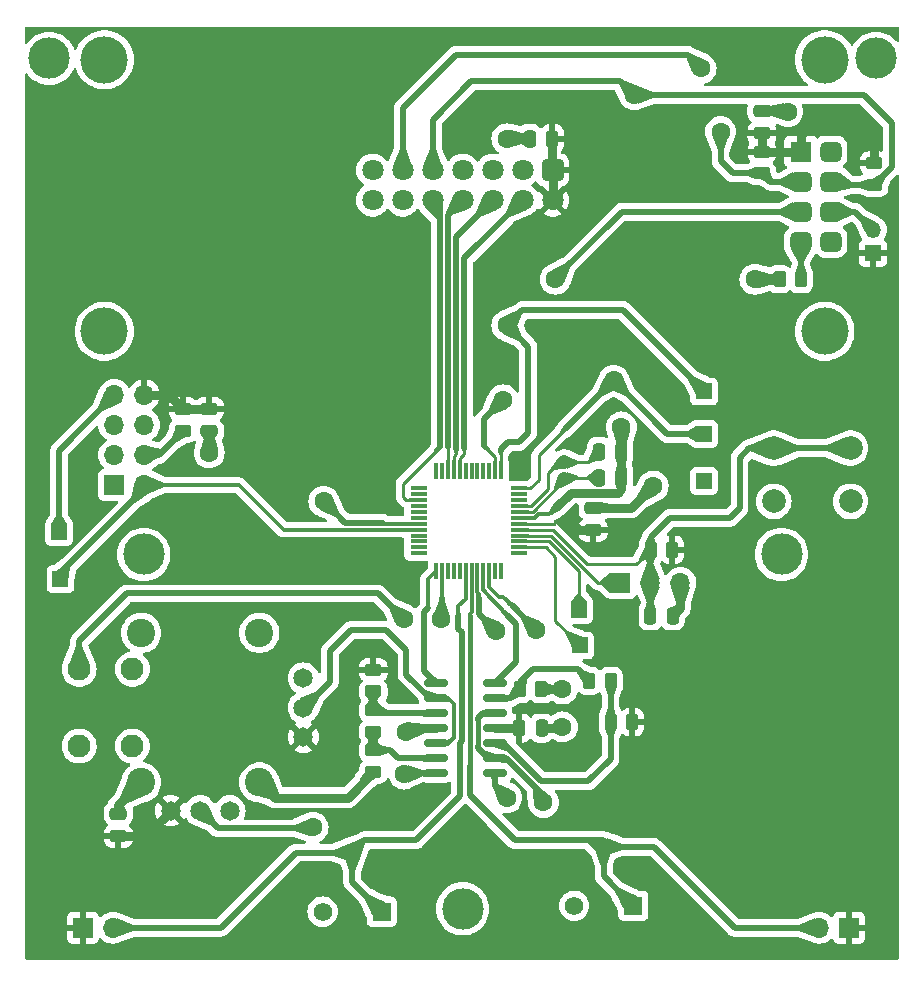
<source format=gbr>
%TF.GenerationSoftware,KiCad,Pcbnew,8.0.9-8.0.9-0~ubuntu22.04.1*%
%TF.CreationDate,2025-03-11T13:18:28+01:00*%
%TF.ProjectId,PROJECTE_MISE,50524f4a-4543-4544-955f-4d4953452e6b,rev?*%
%TF.SameCoordinates,Original*%
%TF.FileFunction,Copper,L1,Top*%
%TF.FilePolarity,Positive*%
%FSLAX46Y46*%
G04 Gerber Fmt 4.6, Leading zero omitted, Abs format (unit mm)*
G04 Created by KiCad (PCBNEW 8.0.9-8.0.9-0~ubuntu22.04.1) date 2025-03-11 13:18:28*
%MOMM*%
%LPD*%
G01*
G04 APERTURE LIST*
G04 Aperture macros list*
%AMRoundRect*
0 Rectangle with rounded corners*
0 $1 Rounding radius*
0 $2 $3 $4 $5 $6 $7 $8 $9 X,Y pos of 4 corners*
0 Add a 4 corners polygon primitive as box body*
4,1,4,$2,$3,$4,$5,$6,$7,$8,$9,$2,$3,0*
0 Add four circle primitives for the rounded corners*
1,1,$1+$1,$2,$3*
1,1,$1+$1,$4,$5*
1,1,$1+$1,$6,$7*
1,1,$1+$1,$8,$9*
0 Add four rect primitives between the rounded corners*
20,1,$1+$1,$2,$3,$4,$5,0*
20,1,$1+$1,$4,$5,$6,$7,0*
20,1,$1+$1,$6,$7,$8,$9,0*
20,1,$1+$1,$8,$9,$2,$3,0*%
G04 Aperture macros list end*
%TA.AperFunction,SMDPad,CuDef*%
%ADD10RoundRect,0.250000X-0.250000X-0.475000X0.250000X-0.475000X0.250000X0.475000X-0.250000X0.475000X0*%
%TD*%
%TA.AperFunction,ComponentPad*%
%ADD11R,1.700000X1.700000*%
%TD*%
%TA.AperFunction,ComponentPad*%
%ADD12O,1.700000X1.700000*%
%TD*%
%TA.AperFunction,ComponentPad*%
%ADD13R,1.800000X1.700000*%
%TD*%
%TA.AperFunction,ComponentPad*%
%ADD14RoundRect,0.425000X-0.475000X-0.425000X0.475000X-0.425000X0.475000X0.425000X-0.475000X0.425000X0*%
%TD*%
%TA.AperFunction,ComponentPad*%
%ADD15C,4.000000*%
%TD*%
%TA.AperFunction,SMDPad,CuDef*%
%ADD16RoundRect,0.250000X0.262500X0.450000X-0.262500X0.450000X-0.262500X-0.450000X0.262500X-0.450000X0*%
%TD*%
%TA.AperFunction,SMDPad,CuDef*%
%ADD17RoundRect,0.250000X-0.450000X0.262500X-0.450000X-0.262500X0.450000X-0.262500X0.450000X0.262500X0*%
%TD*%
%TA.AperFunction,ComponentPad*%
%ADD18RoundRect,0.250000X0.650000X0.650000X-0.650000X0.650000X-0.650000X-0.650000X0.650000X-0.650000X0*%
%TD*%
%TA.AperFunction,ComponentPad*%
%ADD19C,1.800000*%
%TD*%
%TA.AperFunction,ComponentPad*%
%ADD20C,3.500000*%
%TD*%
%TA.AperFunction,ComponentPad*%
%ADD21C,1.200000*%
%TD*%
%TA.AperFunction,SMDPad,CuDef*%
%ADD22RoundRect,0.250000X-0.262500X-0.450000X0.262500X-0.450000X0.262500X0.450000X-0.262500X0.450000X0*%
%TD*%
%TA.AperFunction,SMDPad,CuDef*%
%ADD23RoundRect,0.250000X0.475000X-0.250000X0.475000X0.250000X-0.475000X0.250000X-0.475000X-0.250000X0*%
%TD*%
%TA.AperFunction,ComponentPad*%
%ADD24R,1.350000X1.350000*%
%TD*%
%TA.AperFunction,SMDPad,CuDef*%
%ADD25RoundRect,0.250000X-0.475000X0.250000X-0.475000X-0.250000X0.475000X-0.250000X0.475000X0.250000X0*%
%TD*%
%TA.AperFunction,ComponentPad*%
%ADD26C,2.000000*%
%TD*%
%TA.AperFunction,SMDPad,CuDef*%
%ADD27R,1.475000X0.300000*%
%TD*%
%TA.AperFunction,SMDPad,CuDef*%
%ADD28R,0.300000X1.475000*%
%TD*%
%TA.AperFunction,ComponentPad*%
%ADD29O,1.350000X1.350000*%
%TD*%
%TA.AperFunction,SMDPad,CuDef*%
%ADD30RoundRect,0.150000X0.825000X0.150000X-0.825000X0.150000X-0.825000X-0.150000X0.825000X-0.150000X0*%
%TD*%
%TA.AperFunction,ComponentPad*%
%ADD31C,1.650000*%
%TD*%
%TA.AperFunction,ComponentPad*%
%ADD32C,1.950000*%
%TD*%
%TA.AperFunction,ComponentPad*%
%ADD33C,2.400000*%
%TD*%
%TA.AperFunction,SMDPad,CuDef*%
%ADD34RoundRect,0.250000X0.250000X0.475000X-0.250000X0.475000X-0.250000X-0.475000X0.250000X-0.475000X0*%
%TD*%
%TA.AperFunction,ComponentPad*%
%ADD35R,1.560000X1.560000*%
%TD*%
%TA.AperFunction,ComponentPad*%
%ADD36C,1.560000*%
%TD*%
%TA.AperFunction,ViaPad*%
%ADD37C,1.600000*%
%TD*%
%TA.AperFunction,Conductor*%
%ADD38C,0.500000*%
%TD*%
%TA.AperFunction,Conductor*%
%ADD39C,0.750000*%
%TD*%
%TA.AperFunction,Conductor*%
%ADD40C,0.250000*%
%TD*%
%TA.AperFunction,Conductor*%
%ADD41C,0.300000*%
%TD*%
%TA.AperFunction,Conductor*%
%ADD42C,0.400000*%
%TD*%
G04 APERTURE END LIST*
D10*
%TO.P,C7,2*%
%TO.N,GND*%
X113250000Y-119400000D03*
%TO.P,C7,1*%
%TO.N,+3V3*%
X111350000Y-119400000D03*
%TD*%
D11*
%TO.P,R2,1*%
%TO.N,+3V3*%
X74425000Y-136300000D03*
D12*
%TO.P,R2,2*%
%TO.N,/LDR_{R}*%
X76965000Y-136300000D03*
%TD*%
D13*
%TO.P,LCD1,1,VDD*%
%TO.N,+3V3*%
X135200000Y-70600000D03*
D14*
%TO.P,LCD1,2,VSS*%
%TO.N,GND*%
X137740000Y-70600000D03*
%TO.P,LCD1,3,SDA*%
%TO.N,/I2C_SDA*%
X135200000Y-73140000D03*
%TO.P,LCD1,4,SCL*%
%TO.N,/I2C_SCL*%
X137740000Y-73140000D03*
%TO.P,LCD1,5,RST*%
%TO.N,/~{RST_{LCD}}*%
X135200000Y-75680000D03*
%TO.P,LCD1,6,A*%
%TO.N,/A*%
X137740000Y-75680000D03*
%TO.P,LCD1,7,K*%
%TO.N,/K*%
X135200000Y-78220000D03*
%TO.P,LCD1,8,NC*%
%TO.N,unconnected-(LCD1-NC-Pad8)*%
X137740000Y-78220000D03*
D15*
%TO.P,LCD1,9*%
%TO.N,N/C*%
X137225000Y-85810000D03*
%TO.P,LCD1,10*%
X76225000Y-85810000D03*
%TO.P,LCD1,11*%
X76225000Y-62810000D03*
%TO.P,LCD1,12*%
X137225000Y-62810000D03*
%TD*%
D16*
%TO.P,R3,1*%
%TO.N,+3V3*%
X124300000Y-104300000D03*
%TO.P,R3,2*%
%TO.N,/SBW_{TDIO}*%
X122475000Y-104300000D03*
%TD*%
D10*
%TO.P,Cosc2,1*%
%TO.N,/XT1OUT*%
X118100000Y-96000000D03*
%TO.P,Cosc2,2*%
%TO.N,GND*%
X120000000Y-96000000D03*
%TD*%
D17*
%TO.P,R12,1*%
%TO.N,/TH_{R}*%
X99000000Y-117875000D03*
%TO.P,R12,2*%
%TO.N,/TH_{L}*%
X99000000Y-119700000D03*
%TD*%
D18*
%TO.P,J1,1,Pin_1*%
%TO.N,+3V3*%
X114180000Y-72160000D03*
D19*
%TO.P,J1,2,Pin_2*%
X114180000Y-74700000D03*
%TO.P,J1,3,Pin_3*%
%TO.N,unconnected-(J1-Pin_3-Pad3)*%
X111640000Y-72160000D03*
%TO.P,J1,4,Pin_4*%
%TO.N,/P0*%
X111640000Y-74700000D03*
%TO.P,J1,5,Pin_5*%
%TO.N,unconnected-(J1-Pin_5-Pad5)*%
X109100000Y-72160000D03*
%TO.P,J1,6,Pin_6*%
%TO.N,/P1*%
X109100000Y-74700000D03*
%TO.P,J1,7,Pin_7*%
%TO.N,unconnected-(J1-Pin_7-Pad7)*%
X106560000Y-72160000D03*
%TO.P,J1,8,Pin_8*%
%TO.N,/P2*%
X106560000Y-74700000D03*
%TO.P,J1,9,Pin_9*%
%TO.N,/I2C_SCL*%
X104020000Y-72160000D03*
%TO.P,J1,10,Pin_10*%
%TO.N,/P8*%
X104020000Y-74700000D03*
%TO.P,J1,11,Pin_11*%
%TO.N,/I2C_SDA*%
X101480000Y-72160000D03*
%TO.P,J1,12,Pin_12*%
%TO.N,unconnected-(J1-Pin_12-Pad12)*%
X101480000Y-74700000D03*
%TO.P,J1,13,Pin_13*%
%TO.N,GND*%
X98940000Y-72160000D03*
%TO.P,J1,14,Pin_14*%
X98940000Y-74700000D03*
D20*
%TO.P,J1,15*%
%TO.N,N/C*%
X106560000Y-134700000D03*
%TO.P,J1,16*%
X79560000Y-104700000D03*
%TO.P,J1,17*%
X133560000Y-104700000D03*
%TO.P,J1,18*%
X71560000Y-62700000D03*
%TO.P,J1,19*%
X141560000Y-62700000D03*
%TD*%
D17*
%TO.P,R11,1*%
%TO.N,+3V3*%
X99000000Y-114475000D03*
%TO.P,R11,2*%
%TO.N,/TH_{R}*%
X99000000Y-116300000D03*
%TD*%
D21*
%TO.P,Y2,1,1*%
%TO.N,/XT1IN*%
X115150000Y-98300000D03*
%TO.P,Y2,2,2*%
%TO.N,/XT1OUT*%
X115150000Y-96900000D03*
%TD*%
D22*
%TO.P,R10,2*%
%TO.N,GND*%
X113212500Y-116100000D03*
%TO.P,R10,1*%
%TO.N,/TH_{B}*%
X111387500Y-116100000D03*
%TD*%
D23*
%TO.P,C2,1*%
%TO.N,+3V3*%
X117600000Y-102650000D03*
%TO.P,C2,2*%
%TO.N,GND*%
X117600000Y-100750000D03*
%TD*%
D24*
%TO.P,J3,1,Pin_1*%
%TO.N,/TX_{ESP}*%
X72500000Y-106800000D03*
%TD*%
D17*
%TO.P,R4,1*%
%TO.N,+3V3*%
X131900000Y-70600000D03*
%TO.P,R4,2*%
%TO.N,/I2C_SDA*%
X131900000Y-72425000D03*
%TD*%
D25*
%TO.P,C4,1*%
%TO.N,+3V3*%
X85100000Y-92350000D03*
%TO.P,C4,2*%
%TO.N,GND*%
X85100000Y-94250000D03*
%TD*%
D24*
%TO.P,J9,1,Pin_1*%
%TO.N,/I2C_SDA*%
X127000000Y-90900000D03*
%TD*%
D16*
%TO.P,R9,1*%
%TO.N,/TH_{F}*%
X119112500Y-115400000D03*
%TO.P,R9,2*%
%TO.N,/TH_{B}*%
X117287500Y-115400000D03*
%TD*%
D17*
%TO.P,R5,1*%
%TO.N,+3V3*%
X141400000Y-71587500D03*
%TO.P,R5,2*%
%TO.N,/I2C_SCL*%
X141400000Y-73412500D03*
%TD*%
D16*
%TO.P,R8,1*%
%TO.N,+3V3*%
X120912500Y-118900000D03*
%TO.P,R8,2*%
%TO.N,/TH_{F}*%
X119087500Y-118900000D03*
%TD*%
D10*
%TO.P,Cosc1,1*%
%TO.N,/XT1IN*%
X118100000Y-98200000D03*
%TO.P,Cosc1,2*%
%TO.N,GND*%
X120000000Y-98200000D03*
%TD*%
D26*
%TO.P,SW1,1,1*%
%TO.N,/SBW_{TDIO}*%
X132900000Y-95700000D03*
X139400000Y-95700000D03*
%TO.P,SW1,2,2*%
%TO.N,GND*%
X132900000Y-100200000D03*
X139400000Y-100200000D03*
%TD*%
D27*
%TO.P,IC1,1,P1.2/UCB0SIMO/UCB0SDA/TB0TRG/OA0-/A2/VEREF-*%
%TO.N,unconnected-(IC1-P1.2{slash}UCB0SIMO{slash}UCB0SDA{slash}TB0TRG{slash}OA0-{slash}A2{slash}VEREF--Pad1)*%
X111300000Y-104600000D03*
%TO.P,IC1,2,P1.1/UCB0CLK/ACLK/OA0O/COMP0.1/A1*%
%TO.N,/ACLK_{TP}*%
X111300000Y-104100000D03*
%TO.P,IC1,3,P1.0/UCB0STE/SMCLK/COMP0.0/A0/VEREF+*%
%TO.N,/SMCLK_{TP}*%
X111300000Y-103600000D03*
%TO.P,IC1,4,TEST/SBWTCK*%
%TO.N,/SBW_{TCK}*%
X111300000Y-103100000D03*
%TO.P,IC1,5,~{RST}/NMI/SBWTDIO*%
%TO.N,/SBW_{TDIO}*%
X111300000Y-102600000D03*
%TO.P,IC1,6,DVCC*%
%TO.N,+3V3*%
X111300000Y-102100000D03*
%TO.P,IC1,7,DVSS*%
%TO.N,GND*%
X111300000Y-101600000D03*
%TO.P,IC1,8,P2.7/TB0CLK/XIN*%
%TO.N,/XT1IN*%
X111300000Y-101100000D03*
%TO.P,IC1,9,P2.6/MCLK/XOUT*%
%TO.N,/XT1OUT*%
X111300000Y-100600000D03*
%TO.P,IC1,10,P2.5/COMP1.0*%
%TO.N,unconnected-(IC1-P2.5{slash}COMP1.0-Pad10)*%
X111300000Y-100100000D03*
%TO.P,IC1,11,P2.4/COMP1.1*%
%TO.N,unconnected-(IC1-P2.4{slash}COMP1.1-Pad11)*%
X111300000Y-99600000D03*
%TO.P,IC1,12,P4.7/UCB1SOMI/UCB1SCL*%
%TO.N,/I2C_SCL*%
X111300000Y-99100000D03*
D28*
%TO.P,IC1,13,P4.6/UCB1SIMO/UCB1SDA*%
%TO.N,/I2C_SDA*%
X109812000Y-97612000D03*
%TO.P,IC1,14,P4.5/UCB1CLK*%
%TO.N,/~{RST_{LCD}}*%
X109312000Y-97612000D03*
%TO.P,IC1,15,P4.4/UCB1STE*%
%TO.N,unconnected-(IC1-P4.4{slash}UCB1STE-Pad15)*%
X108812000Y-97612000D03*
%TO.P,IC1,16,P6.6/TB3CLK*%
%TO.N,unconnected-(IC1-P6.6{slash}TB3CLK-Pad16)*%
X108312000Y-97612000D03*
%TO.P,IC1,17,P6.5/TB3.6*%
%TO.N,unconnected-(IC1-P6.5{slash}TB3.6-Pad17)*%
X107812000Y-97612000D03*
%TO.P,IC1,18,P6.4/TB3.5*%
%TO.N,unconnected-(IC1-P6.4{slash}TB3.5-Pad18)*%
X107312000Y-97612000D03*
%TO.P,IC1,19,P6.3/TB3.4*%
%TO.N,unconnected-(IC1-P6.3{slash}TB3.4-Pad19)*%
X106812000Y-97612000D03*
%TO.P,IC1,20,P6.2/TB3.3*%
%TO.N,/P0*%
X106312000Y-97612000D03*
%TO.P,IC1,21,P6.1/TB3.2*%
%TO.N,/P1*%
X105812000Y-97612000D03*
%TO.P,IC1,22,P6.0/TB3.1*%
%TO.N,/P2*%
X105312000Y-97612000D03*
%TO.P,IC1,23,P4.3/UCA1TXD/UCA1SIMO/~{UCA1TXD}*%
%TO.N,unconnected-(IC1-P4.3{slash}UCA1TXD{slash}UCA1SIMO{slash}~{UCA1TXD}-Pad23)*%
X104812000Y-97612000D03*
%TO.P,IC1,24,P4.2/UCA1RXD/UCA1SOMI/~{UCA1RXD}*%
%TO.N,unconnected-(IC1-P4.2{slash}UCA1RXD{slash}UCA1SOMI{slash}~{UCA1RXD}-Pad24)*%
X104312000Y-97612000D03*
D27*
%TO.P,IC1,25,P4.1/UCA1CLK*%
%TO.N,unconnected-(IC1-P4.1{slash}UCA1CLK-Pad25)*%
X102824000Y-99100000D03*
%TO.P,IC1,26,P4.0/UCA1STE/ISOTXD/ISORXD*%
%TO.N,unconnected-(IC1-P4.0{slash}UCA1STE{slash}ISOTXD{slash}ISORXD-Pad26)*%
X102824000Y-99600000D03*
%TO.P,IC1,27,P2.3/TB1TRG*%
%TO.N,/P8*%
X102824000Y-100100000D03*
%TO.P,IC1,28,P2.2/TB1CLK*%
%TO.N,unconnected-(IC1-P2.2{slash}TB1CLK-Pad28)*%
X102824000Y-100600000D03*
%TO.P,IC1,29,P2.1/TB1.2/COMP1.O*%
%TO.N,unconnected-(IC1-P2.1{slash}TB1.2{slash}COMP1.O-Pad29)*%
X102824000Y-101100000D03*
%TO.P,IC1,30,P2.0/TB1.1/COMP0.O*%
%TO.N,unconnected-(IC1-P2.0{slash}TB1.1{slash}COMP0.O-Pad30)*%
X102824000Y-101600000D03*
%TO.P,IC1,31,P1.7/UCA0TXD/UCA0SIMO/TB0.2/TDO/OA1+/A7/VREF+*%
%TO.N,/RX_{ESP}*%
X102824000Y-102100000D03*
%TO.P,IC1,32,P1.6/UCA0RXD/UCA0SOMI/TB0.1/TDI/TCLK/OA1-/A6*%
%TO.N,/TX_{ESP}*%
X102824000Y-102600000D03*
%TO.P,IC1,33,P1.5/UCA0CLK/TMS/OA1O/A5*%
%TO.N,unconnected-(IC1-P1.5{slash}UCA0CLK{slash}TMS{slash}OA1O{slash}A5-Pad33)*%
X102824000Y-103100000D03*
%TO.P,IC1,34,P1.4/UCA0STE/TCK/A4*%
%TO.N,unconnected-(IC1-P1.4{slash}UCA0STE{slash}TCK{slash}A4-Pad34)*%
X102824000Y-103600000D03*
%TO.P,IC1,35,P3.7/OA3+*%
%TO.N,unconnected-(IC1-P3.7{slash}OA3+-Pad35)*%
X102824000Y-104100000D03*
%TO.P,IC1,36,P3.6/OA3-*%
%TO.N,unconnected-(IC1-P3.6{slash}OA3--Pad36)*%
X102824000Y-104600000D03*
D28*
%TO.P,IC1,37,P3.5/OA3O*%
%TO.N,/JTK_{R}*%
X104312000Y-106088000D03*
%TO.P,IC1,38,P3.4/SMCLK*%
%TO.N,/JTK_{F}*%
X104812000Y-106088000D03*
%TO.P,IC1,39,P5.4*%
%TO.N,unconnected-(IC1-P5.4-Pad39)*%
X105312000Y-106088000D03*
%TO.P,IC1,40,P5.3/TB2TRG/A11*%
%TO.N,unconnected-(IC1-P5.3{slash}TB2TRG{slash}A11-Pad40)*%
X105812000Y-106088000D03*
%TO.P,IC1,41,P5.2/TB2CLK/A10*%
%TO.N,unconnected-(IC1-P5.2{slash}TB2CLK{slash}A10-Pad41)*%
X106312000Y-106088000D03*
%TO.P,IC1,42,P5.1/TB2.2/MFM.TX/A9*%
%TO.N,/LDR_{R}*%
X106812000Y-106088000D03*
%TO.P,IC1,43,P5.0/TB2.1/MFM.RX/A8*%
%TO.N,/LDR_{L}*%
X107312000Y-106088000D03*
%TO.P,IC1,44,P3.3/OA2+*%
%TO.N,/JTK_{SEL}*%
X107812000Y-106088000D03*
%TO.P,IC1,45,P3.2/OA2-*%
%TO.N,/JTK_{B}*%
X108312000Y-106088000D03*
%TO.P,IC1,46,P3.1/OA2O*%
%TO.N,/JTK_{L}*%
X108812000Y-106088000D03*
%TO.P,IC1,47,P3.0/MCLK*%
%TO.N,unconnected-(IC1-P3.0{slash}MCLK-Pad47)*%
X109312000Y-106088000D03*
%TO.P,IC1,48,P1.3/UCB0SOMI/UCB0SCL/OA0+/A3*%
%TO.N,unconnected-(IC1-P1.3{slash}UCB0SOMI{slash}UCB0SCL{slash}OA0+{slash}A3-Pad48)*%
X109812000Y-106088000D03*
%TD*%
D24*
%TO.P,JP1,1,Pin_1*%
%TO.N,+3V3*%
X141300000Y-79200000D03*
D29*
%TO.P,JP1,2,Pin_2*%
%TO.N,/A*%
X141300000Y-77200000D03*
%TD*%
D30*
%TO.P,U1,1*%
%TO.N,/JTK_{F}*%
X109275000Y-123210000D03*
%TO.P,U1,2,-*%
%TO.N,/AO2*%
X109275000Y-121940000D03*
%TO.P,U1,3,+*%
%TO.N,/TH_{F}*%
X109275000Y-120670000D03*
%TO.P,U1,4,V+*%
%TO.N,+3V3*%
X109275000Y-119400000D03*
%TO.P,U1,5,+*%
%TO.N,/AO2*%
X109275000Y-118130000D03*
%TO.P,U1,6,-*%
%TO.N,/TH_{B}*%
X109275000Y-116860000D03*
%TO.P,U1,7*%
%TO.N,/JTK_{B}*%
X109275000Y-115590000D03*
%TO.P,U1,8*%
%TO.N,/JTK_{R}*%
X104325000Y-115590000D03*
%TO.P,U1,9,-*%
%TO.N,/AO1*%
X104325000Y-116860000D03*
%TO.P,U1,10,+*%
%TO.N,/TH_{R}*%
X104325000Y-118130000D03*
%TO.P,U1,11,V-*%
%TO.N,GND*%
X104325000Y-119400000D03*
%TO.P,U1,12,+*%
%TO.N,/AO1*%
X104325000Y-120670000D03*
%TO.P,U1,13,-*%
%TO.N,/TH_{L}*%
X104325000Y-121940000D03*
%TO.P,U1,14*%
%TO.N,/JTK_{L}*%
X104325000Y-123210000D03*
%TD*%
D23*
%TO.P,C3,1*%
%TO.N,+3V3*%
X131900000Y-69050000D03*
%TO.P,C3,2*%
%TO.N,GND*%
X131900000Y-67150000D03*
%TD*%
%TO.P,C5,1*%
%TO.N,+3V3*%
X77400000Y-128550000D03*
%TO.P,C5,2*%
%TO.N,GND*%
X77400000Y-126650000D03*
%TD*%
D24*
%TO.P,J8,1,Pin_1*%
%TO.N,/I2C_SCL*%
X127000000Y-94500000D03*
%TD*%
%TO.P,J6,1,Pin_1*%
%TO.N,/RX_{ESP}*%
X72400000Y-102800000D03*
%TD*%
D31*
%TO.P,S1,1,1*%
%TO.N,+3V3*%
X93075000Y-120162500D03*
%TO.P,S1,2,2*%
%TO.N,/AO1*%
X93075000Y-117662500D03*
%TO.P,S1,3,3*%
%TO.N,GND*%
X93075000Y-115162500D03*
%TO.P,S1,11,1'*%
%TO.N,+3V3*%
X81845000Y-126392500D03*
%TO.P,S1,12,2'*%
%TO.N,/AO2*%
X84345000Y-126392500D03*
%TO.P,S1,13,3'*%
%TO.N,GND*%
X86845000Y-126392500D03*
D32*
%TO.P,S1,A1,COM_1*%
X78595000Y-114412500D03*
%TO.P,S1,B1,COM_2*%
%TO.N,unconnected-(S1-COM_2-PadB1)*%
X78595000Y-120912500D03*
%TO.P,S1,C1,NO_1*%
%TO.N,/JTK_{SEL}*%
X74095000Y-114412500D03*
%TO.P,S1,D1,NO_2*%
%TO.N,unconnected-(S1-NO_2-PadD1)*%
X74095000Y-120912500D03*
D33*
%TO.P,S1,MH1,MH1*%
%TO.N,GND*%
X89345000Y-123987500D03*
%TO.P,S1,MH2,MH2*%
X89345000Y-111337500D03*
%TO.P,S1,MH3,MH3*%
X79345000Y-111337500D03*
%TO.P,S1,MH4,MH4*%
X79345000Y-123987500D03*
%TD*%
D10*
%TO.P,C1,1*%
%TO.N,/SBW_{TDIO}*%
X122450000Y-109900000D03*
%TO.P,C1,2*%
%TO.N,GND*%
X124350000Y-109900000D03*
%TD*%
D11*
%TO.P,R1,1*%
%TO.N,+3V3*%
X139275000Y-136300000D03*
D12*
%TO.P,R1,2*%
%TO.N,/LDR_{L}*%
X136735000Y-136300000D03*
%TD*%
D24*
%TO.P,J5,1,Pin_1*%
%TO.N,/SMCLK_{TP}*%
X116400000Y-109400000D03*
%TD*%
D16*
%TO.P,R6,1*%
%TO.N,/K*%
X135212500Y-81400000D03*
%TO.P,R6,2*%
%TO.N,GND*%
X133387500Y-81400000D03*
%TD*%
D11*
%TO.P,J2,1,Pin_1*%
%TO.N,GND*%
X77060000Y-98820000D03*
D12*
%TO.P,J2,2,Pin_2*%
%TO.N,/TX_{ESP}*%
X79600000Y-98820000D03*
%TO.P,J2,3,Pin_3*%
%TO.N,unconnected-(J2-Pin_3-Pad3)*%
X77060000Y-96280000D03*
%TO.P,J2,4,Pin_4*%
%TO.N,/~{EN_{ESP}}*%
X79600000Y-96280000D03*
%TO.P,J2,5,Pin_5*%
%TO.N,unconnected-(J2-Pin_5-Pad5)*%
X77060000Y-93740000D03*
%TO.P,J2,6,Pin_6*%
%TO.N,unconnected-(J2-Pin_6-Pad6)*%
X79600000Y-93740000D03*
%TO.P,J2,7,Pin_7*%
%TO.N,/RX_{ESP}*%
X77060000Y-91200000D03*
%TO.P,J2,8,Pin_8*%
%TO.N,+3V3*%
X79600000Y-91200000D03*
%TD*%
D34*
%TO.P,C6,1*%
%TO.N,+3V3*%
X114150000Y-69500000D03*
%TO.P,C6,2*%
%TO.N,GND*%
X112250000Y-69500000D03*
%TD*%
D17*
%TO.P,R13,1*%
%TO.N,/TH_{L}*%
X99000000Y-121287500D03*
%TO.P,R13,2*%
%TO.N,GND*%
X99000000Y-123112500D03*
%TD*%
D35*
%TO.P,RV1,1,1*%
%TO.N,/LDR_{L}*%
X121000000Y-134440000D03*
D36*
%TO.P,RV1,2,2*%
X118500000Y-129440000D03*
%TO.P,RV1,3,3*%
%TO.N,GND*%
X116000000Y-134440000D03*
%TD*%
D24*
%TO.P,J10,1,Pin_1*%
%TO.N,GND*%
X127000000Y-98500000D03*
%TD*%
D35*
%TO.P,RV2,1,1*%
%TO.N,/LDR_{R}*%
X99700000Y-134940000D03*
D36*
%TO.P,RV2,2,2*%
X97200000Y-129940000D03*
%TO.P,RV2,3,3*%
%TO.N,GND*%
X94700000Y-134940000D03*
%TD*%
D24*
%TO.P,J4,1,Pin_1*%
%TO.N,/ACLK_{TP}*%
X116500000Y-112400000D03*
%TD*%
D17*
%TO.P,R14,1*%
%TO.N,+3V3*%
X82900000Y-92387500D03*
%TO.P,R14,2*%
%TO.N,/~{EN_{ESP}}*%
X82900000Y-94212500D03*
%TD*%
D11*
%TO.P,J7,1,Pin_1*%
%TO.N,/SBW_{TCK}*%
X119920000Y-107100000D03*
D12*
%TO.P,J7,2,Pin_2*%
%TO.N,/SBW_{TDIO}*%
X122460000Y-107100000D03*
%TO.P,J7,3,Pin_3*%
%TO.N,GND*%
X125000000Y-107100000D03*
%TD*%
D37*
%TO.N,+3V3*%
X120900000Y-123600000D03*
X116900000Y-121800000D03*
%TO.N,GND*%
X115000000Y-119300000D03*
X115000000Y-116100000D03*
X85100000Y-96100000D03*
X110300000Y-69500000D03*
X120000000Y-93900000D03*
X101800000Y-119700000D03*
X131300000Y-81400000D03*
X122700000Y-98900000D03*
X134100000Y-67200000D03*
%TO.N,/JTK_{L}*%
X112800000Y-111100000D03*
X101600000Y-123300000D03*
%TO.N,/~{RST_{LCD}}*%
X110000000Y-91600000D03*
X114400000Y-81400000D03*
%TO.N,/I2C_SDA*%
X126750000Y-63550000D03*
X110300000Y-85300000D03*
X128400000Y-68900000D03*
%TO.N,/JTK_{SEL}*%
X109400000Y-111200000D03*
X101600000Y-110200000D03*
%TO.N,/JTK_{F}*%
X104750000Y-110200000D03*
X110300000Y-125300000D03*
%TO.N,/I2C_SCL*%
X121100000Y-65800000D03*
X119350000Y-89950000D03*
%TO.N,/RX_{ESP}*%
X94800000Y-100200000D03*
%TO.N,/AO2*%
X93900000Y-127800000D03*
X113400000Y-125700000D03*
%TD*%
D38*
%TO.N,/TH_{F}*%
X109275000Y-120670000D02*
X109969948Y-120670000D01*
X109969948Y-120670000D02*
X113199948Y-123900000D01*
X113199948Y-123900000D02*
X117200000Y-123900000D01*
X117200000Y-123900000D02*
X119087500Y-122012500D01*
X119087500Y-122012500D02*
X119087500Y-118900000D01*
D39*
%TO.N,GND*%
X114900000Y-119400000D02*
X115000000Y-119300000D01*
X113250000Y-119400000D02*
X114900000Y-119400000D01*
X113212500Y-116100000D02*
X115000000Y-116100000D01*
D38*
%TO.N,/TH_{B}*%
X111387500Y-116100000D02*
X110627500Y-116860000D01*
X110627500Y-116860000D02*
X109275000Y-116860000D01*
D39*
%TO.N,+3V3*%
X111350000Y-119400000D02*
X109275000Y-119400000D01*
X77400000Y-128550000D02*
X79687500Y-128550000D01*
X79687500Y-128550000D02*
X81845000Y-126392500D01*
%TO.N,GND*%
X77400000Y-126650000D02*
X77400000Y-125932500D01*
X77400000Y-125932500D02*
X79345000Y-123987500D01*
D38*
%TO.N,/A*%
X137740000Y-75680000D02*
X139780000Y-75680000D01*
X139780000Y-75680000D02*
X141300000Y-77200000D01*
%TO.N,/SBW_{TDIO}*%
X132900000Y-95700000D02*
X130800000Y-95700000D01*
X130800000Y-95700000D02*
X130000000Y-96500000D01*
X130000000Y-96500000D02*
X130000000Y-100800000D01*
X130000000Y-100800000D02*
X129200000Y-101600000D01*
X129200000Y-101600000D02*
X124100000Y-101600000D01*
X124100000Y-101600000D02*
X122475000Y-103225000D01*
X122475000Y-103225000D02*
X122475000Y-104300000D01*
D40*
X122475000Y-104300000D02*
X121275000Y-105500000D01*
X121275000Y-105500000D02*
X117072792Y-105500000D01*
X117072792Y-105500000D02*
X114172792Y-102600000D01*
X114172792Y-102600000D02*
X111300000Y-102600000D01*
%TO.N,/SBW_{TCK}*%
X111300000Y-103100000D02*
X114036396Y-103100000D01*
X114036396Y-103100000D02*
X118036396Y-107100000D01*
X118036396Y-107100000D02*
X119920000Y-107100000D01*
D39*
%TO.N,GND*%
X124350000Y-109900000D02*
X125000000Y-109250000D01*
X125000000Y-109250000D02*
X125000000Y-107100000D01*
D38*
%TO.N,/SBW_{TDIO}*%
X122460000Y-107100000D02*
X122460000Y-104315000D01*
X122460000Y-104315000D02*
X122475000Y-104300000D01*
X122450000Y-109900000D02*
X122450000Y-107110000D01*
X122450000Y-107110000D02*
X122460000Y-107100000D01*
X132900000Y-95700000D02*
X139400000Y-95700000D01*
D39*
%TO.N,GND*%
X99000000Y-123112500D02*
X96812500Y-125300000D01*
X115700000Y-99500000D02*
X114500000Y-100700000D01*
X120000000Y-98200000D02*
X120000000Y-96000000D01*
X96812500Y-125300000D02*
X90657500Y-125300000D01*
X134050000Y-67150000D02*
X134100000Y-67200000D01*
X120000000Y-96000000D02*
X120000000Y-93900000D01*
X120000000Y-99200000D02*
X119700000Y-99500000D01*
X90657500Y-125300000D02*
X89345000Y-123987500D01*
X104325000Y-119400000D02*
X102100000Y-119400000D01*
X133387500Y-81400000D02*
X131300000Y-81400000D01*
D41*
X112651472Y-101600000D02*
X111300000Y-101600000D01*
D39*
X120000000Y-98200000D02*
X120000000Y-99200000D01*
X131900000Y-67150000D02*
X134050000Y-67150000D01*
D41*
X113900000Y-101300000D02*
X112951472Y-101300000D01*
D39*
X119700000Y-99500000D02*
X115700000Y-99500000D01*
X102100000Y-119400000D02*
X101800000Y-119700000D01*
X120850000Y-100750000D02*
X117600000Y-100750000D01*
D41*
X114500000Y-100700000D02*
X113900000Y-101300000D01*
D39*
X85100000Y-94250000D02*
X85100000Y-96100000D01*
D41*
X112951472Y-101300000D02*
X112651472Y-101600000D01*
D39*
X122700000Y-98900000D02*
X120850000Y-100750000D01*
X112250000Y-69500000D02*
X110300000Y-69500000D01*
%TO.N,+3V3*%
X81712500Y-91200000D02*
X82900000Y-92387500D01*
D40*
X114300000Y-102100000D02*
X111300000Y-102100000D01*
D39*
X115700000Y-101900000D02*
X115200000Y-101900000D01*
X82900000Y-92387500D02*
X85062500Y-92387500D01*
X135200000Y-70600000D02*
X131900000Y-70600000D01*
X140300000Y-67800000D02*
X141400000Y-68900000D01*
X131900000Y-69050000D02*
X131900000Y-70600000D01*
D40*
X114500000Y-101900000D02*
X114300000Y-102100000D01*
X115200000Y-101900000D02*
X114500000Y-101900000D01*
D39*
X115800000Y-102000000D02*
X115700000Y-101900000D01*
X114180000Y-72160000D02*
X114180000Y-74700000D01*
X117600000Y-102650000D02*
X116450000Y-102650000D01*
X79600000Y-91200000D02*
X81712500Y-91200000D01*
X85062500Y-92387500D02*
X85100000Y-92350000D01*
X116450000Y-102650000D02*
X115800000Y-102000000D01*
X141400000Y-68900000D02*
X141400000Y-71587500D01*
X136600000Y-67800000D02*
X140300000Y-67800000D01*
X135200000Y-70600000D02*
X135200000Y-69200000D01*
X135200000Y-69200000D02*
X136600000Y-67800000D01*
X114150000Y-72130000D02*
X114180000Y-72160000D01*
X114150000Y-69500000D02*
X114150000Y-72130000D01*
D40*
%TO.N,/XT1IN*%
X118100000Y-98200000D02*
X115250000Y-98200000D01*
X115250000Y-98200000D02*
X115150000Y-98300000D01*
X115150000Y-98300000D02*
X115150000Y-98423896D01*
X112473896Y-101100000D02*
X111300000Y-101100000D01*
X115150000Y-98423896D02*
X112473896Y-101100000D01*
X115150000Y-98200000D02*
X115150000Y-98423896D01*
%TO.N,/XT1OUT*%
X112337500Y-100600000D02*
X111300000Y-100600000D01*
X115150000Y-96900000D02*
X114700000Y-96900000D01*
X114700000Y-96900000D02*
X113800000Y-97800000D01*
X113800000Y-97800000D02*
X113800000Y-99137500D01*
X113800000Y-99137500D02*
X112337500Y-100600000D01*
X118100000Y-96000000D02*
X117200000Y-96900000D01*
X117200000Y-96900000D02*
X115150000Y-96900000D01*
D41*
%TO.N,/LDR_{L}*%
X107150000Y-109850000D02*
X107150000Y-109750000D01*
X107150000Y-109750000D02*
X107312000Y-109588000D01*
D38*
X107200000Y-125100000D02*
X111000000Y-128900000D01*
X129600000Y-136300000D02*
X136735000Y-136300000D01*
X107200000Y-122762684D02*
X107200000Y-125100000D01*
X118500000Y-129440000D02*
X122740000Y-129440000D01*
X121000000Y-134440000D02*
X118500000Y-131940000D01*
X117960000Y-128900000D02*
X118500000Y-129440000D01*
X118500000Y-131940000D02*
X118500000Y-129440000D01*
X122740000Y-129440000D02*
X129600000Y-136300000D01*
D41*
X107312000Y-109588000D02*
X107312000Y-105700000D01*
D38*
X111000000Y-128900000D02*
X117960000Y-128900000D01*
D42*
X107200000Y-122762684D02*
X107200000Y-109900000D01*
D41*
X107200000Y-109900000D02*
X107150000Y-109850000D01*
D40*
%TO.N,/P1*%
X105812000Y-96400000D02*
X106000000Y-96212000D01*
D38*
X106000000Y-77800000D02*
X106000000Y-95700000D01*
D40*
X105812000Y-97612000D02*
X105812000Y-96400000D01*
X106000000Y-96212000D02*
X106000000Y-95700000D01*
D38*
X109100000Y-74700000D02*
X106000000Y-77800000D01*
D41*
%TO.N,/JTK_{L}*%
X108812000Y-107497787D02*
X108812000Y-106088000D01*
D38*
X112800000Y-111100000D02*
X110700000Y-109000000D01*
X101690000Y-123210000D02*
X101600000Y-123300000D01*
D41*
X109614213Y-108300000D02*
X108812000Y-107497787D01*
X110700000Y-109000000D02*
X110000000Y-108300000D01*
X110000000Y-108300000D02*
X109614213Y-108300000D01*
D38*
X104325000Y-123210000D02*
X101690000Y-123210000D01*
D40*
%TO.N,/P2*%
X105300000Y-95600000D02*
X105312000Y-95612000D01*
D38*
X105300000Y-75960000D02*
X105300000Y-91900000D01*
X106560000Y-74700000D02*
X105300000Y-75960000D01*
X105300000Y-95600000D02*
X105300000Y-91900000D01*
X106560000Y-74700000D02*
X106700000Y-74700000D01*
D40*
X105312000Y-95612000D02*
X105312000Y-97612000D01*
%TO.N,/~{RST_{LCD}}*%
X109312000Y-96412000D02*
X109312000Y-97612000D01*
X108400000Y-95500000D02*
X109312000Y-96412000D01*
D38*
X110000000Y-91600000D02*
X108400000Y-93200000D01*
X114400000Y-81300000D02*
X120020000Y-75680000D01*
X108400000Y-93200000D02*
X108400000Y-95100000D01*
X120020000Y-75680000D02*
X135200000Y-75680000D01*
X108400000Y-95100000D02*
X108400000Y-95500000D01*
X114400000Y-81400000D02*
X114400000Y-81300000D01*
%TO.N,/I2C_SDA*%
X110300000Y-85300000D02*
X111600000Y-84000000D01*
X132615000Y-73140000D02*
X131900000Y-72425000D01*
D40*
X109812000Y-96412000D02*
X109812000Y-97612000D01*
D38*
X128400000Y-68900000D02*
X128400000Y-71400000D01*
X128400000Y-71400000D02*
X129425000Y-72425000D01*
X112100000Y-94400000D02*
X111300000Y-95200000D01*
D40*
X109800000Y-96400000D02*
X109812000Y-96412000D01*
D38*
X111300000Y-95200000D02*
X110400000Y-95200000D01*
X126750000Y-63550000D02*
X125600000Y-62400000D01*
D40*
X109800000Y-95800000D02*
X109800000Y-96400000D01*
D38*
X101480000Y-66920000D02*
X101480000Y-72160000D01*
X120100000Y-84000000D02*
X127000000Y-90900000D01*
X106000000Y-62400000D02*
X101480000Y-66920000D01*
X135200000Y-73140000D02*
X132615000Y-73140000D01*
X112100000Y-87100000D02*
X112100000Y-94400000D01*
X129425000Y-72425000D02*
X131900000Y-72425000D01*
X110400000Y-95200000D02*
X109800000Y-95800000D01*
X125600000Y-62400000D02*
X106000000Y-62400000D01*
X111600000Y-84000000D02*
X120100000Y-84000000D01*
X110300000Y-85300000D02*
X112100000Y-87100000D01*
D40*
%TO.N,/P0*%
X106312000Y-96574500D02*
X106312000Y-97612000D01*
D38*
X111640000Y-74700000D02*
X106700000Y-79640000D01*
X106700000Y-79640000D02*
X106700000Y-95700000D01*
D40*
X106700000Y-96186500D02*
X106700000Y-95700000D01*
X106312000Y-96574500D02*
X106700000Y-96186500D01*
%TO.N,/P8*%
X104600000Y-95600000D02*
X101500000Y-98700000D01*
D38*
X104020000Y-74700000D02*
X104600000Y-75280000D01*
D40*
X101500000Y-98700000D02*
X101500000Y-99800000D01*
X101800000Y-100100000D02*
X102824000Y-100100000D01*
D38*
X104600000Y-75280000D02*
X104600000Y-95600000D01*
D40*
X101500000Y-99800000D02*
X101800000Y-100100000D01*
D38*
%TO.N,/JTK_{SEL}*%
X74095000Y-112005000D02*
X74095000Y-114412500D01*
X107912000Y-109712000D02*
X107912000Y-108388000D01*
X101600000Y-110200000D02*
X99400000Y-108000000D01*
X109400000Y-111200000D02*
X107912000Y-109712000D01*
D41*
X107812000Y-107912000D02*
X107812000Y-106088000D01*
D38*
X99400000Y-108000000D02*
X78100000Y-108000000D01*
D41*
X107912000Y-108388000D02*
X107912000Y-108012000D01*
X107912000Y-108012000D02*
X107812000Y-107912000D01*
D38*
X78100000Y-108000000D02*
X74095000Y-112005000D01*
%TO.N,/JTK_{F}*%
X109275000Y-123210000D02*
X109275000Y-124275000D01*
X104800000Y-110150000D02*
X104800000Y-108400000D01*
D41*
X104812000Y-108388000D02*
X104812000Y-106088000D01*
X104800000Y-108400000D02*
X104812000Y-108388000D01*
D38*
X109275000Y-124275000D02*
X110300000Y-125300000D01*
X104750000Y-110200000D02*
X104800000Y-110150000D01*
%TO.N,/LDR_{R}*%
X106344975Y-125155025D02*
X106344975Y-120644975D01*
X106500000Y-120489950D02*
X106500000Y-111300000D01*
X97200000Y-129940000D02*
X98240000Y-128900000D01*
X86065000Y-136300000D02*
X76965000Y-136300000D01*
D41*
X106200000Y-109900000D02*
X106200000Y-109100000D01*
D38*
X106500000Y-111300000D02*
X106200000Y-111000000D01*
D41*
X106200000Y-109100000D02*
X106812000Y-108488000D01*
D38*
X97200000Y-132440000D02*
X97200000Y-129940000D01*
X97200000Y-129940000D02*
X92425000Y-129940000D01*
X106344975Y-120644975D02*
X106500000Y-120489950D01*
X99700000Y-134940000D02*
X97200000Y-132440000D01*
D41*
X106812000Y-108488000D02*
X106812000Y-106088000D01*
D38*
X102600000Y-128900000D02*
X106344975Y-125155025D01*
X92425000Y-129940000D02*
X86065000Y-136300000D01*
X106200000Y-111000000D02*
X106200000Y-109900000D01*
X98240000Y-128900000D02*
X102600000Y-128900000D01*
D40*
%TO.N,/ACLK_{TP}*%
X116500000Y-112400000D02*
X114400000Y-110300000D01*
X113600000Y-104100000D02*
X111300000Y-104100000D01*
X114400000Y-104900000D02*
X113600000Y-104100000D01*
X114400000Y-110300000D02*
X114400000Y-104900000D01*
D38*
%TO.N,/I2C_SCL*%
X119350000Y-89950000D02*
X115200000Y-94100000D01*
X127000000Y-94500000D02*
X123900000Y-94500000D01*
X138012500Y-73412500D02*
X137740000Y-73140000D01*
X119900000Y-64600000D02*
X121100000Y-65800000D01*
X121100000Y-65800000D02*
X140500000Y-65800000D01*
D40*
X111300000Y-99100000D02*
X112300000Y-99100000D01*
D38*
X123900000Y-94500000D02*
X119350000Y-89950000D01*
X142900000Y-68200000D02*
X142900000Y-71912500D01*
D40*
X112300000Y-99100000D02*
X113000000Y-98400000D01*
D38*
X142900000Y-71912500D02*
X141400000Y-73412500D01*
X140500000Y-65800000D02*
X142900000Y-68200000D01*
X141400000Y-73412500D02*
X138012500Y-73412500D01*
X104020000Y-67880000D02*
X107300000Y-64600000D01*
D40*
X113000000Y-96300000D02*
X115200000Y-94100000D01*
X113000000Y-98400000D02*
X113000000Y-96300000D01*
D38*
X104020000Y-72160000D02*
X104020000Y-67880000D01*
X107300000Y-64600000D02*
X119900000Y-64600000D01*
%TO.N,/RX_{ESP}*%
X96600000Y-102000000D02*
X94800000Y-100200000D01*
X77060000Y-91240000D02*
X72400000Y-95900000D01*
X77060000Y-91200000D02*
X77060000Y-91240000D01*
X99800000Y-102000000D02*
X96600000Y-102000000D01*
D41*
X99900000Y-102100000D02*
X102824000Y-102100000D01*
X99800000Y-102000000D02*
X99900000Y-102100000D01*
D38*
X72400000Y-95900000D02*
X72400000Y-102800000D01*
D41*
%TO.N,/JTK_{B}*%
X108412000Y-107912000D02*
X108412000Y-107804894D01*
D38*
X111100000Y-113765000D02*
X109275000Y-115590000D01*
X110300000Y-109800000D02*
X111100000Y-110600000D01*
D41*
X108412000Y-107804894D02*
X108312000Y-107704894D01*
D38*
X111100000Y-110600000D02*
X111100000Y-113765000D01*
D41*
X110300000Y-109800000D02*
X108412000Y-107912000D01*
X108312000Y-107704894D02*
X108312000Y-106088000D01*
%TO.N,/JTK_{R}*%
X103600000Y-106800000D02*
X104312000Y-106088000D01*
X103600000Y-109200000D02*
X103600000Y-106800000D01*
D38*
X103300000Y-109600000D02*
X103300000Y-114565000D01*
X103650000Y-109250000D02*
X103300000Y-109600000D01*
D41*
X103650000Y-109250000D02*
X103600000Y-109200000D01*
D38*
X103300000Y-114565000D02*
X104325000Y-115590000D01*
D40*
%TO.N,/SMCLK_{TP}*%
X113900000Y-103600000D02*
X116400000Y-106100000D01*
X116400000Y-106100000D02*
X116400000Y-109400000D01*
X111300000Y-103600000D02*
X113900000Y-103600000D01*
D38*
%TO.N,/~{EN_{ESP}}*%
X80832500Y-96280000D02*
X82900000Y-94212500D01*
X79600000Y-96280000D02*
X80832500Y-96280000D01*
%TO.N,/TH_{R}*%
X99000000Y-116300000D02*
X99000000Y-117875000D01*
X104325000Y-118130000D02*
X99255000Y-118130000D01*
X99255000Y-118130000D02*
X99000000Y-117875000D01*
%TO.N,/TH_{L}*%
X101065000Y-121940000D02*
X104325000Y-121940000D01*
X100412500Y-121287500D02*
X101065000Y-121940000D01*
X99000000Y-121287500D02*
X100412500Y-121287500D01*
X99000000Y-119700000D02*
X99000000Y-121287500D01*
D41*
%TO.N,/AO1*%
X105800000Y-117360001D02*
X105800000Y-120200000D01*
D38*
X103767316Y-116860000D02*
X104325000Y-116860000D01*
X95300000Y-112900000D02*
X97100000Y-111100000D01*
D41*
X105299999Y-116860000D02*
X105800000Y-117360001D01*
D38*
X93137500Y-117662500D02*
X95300000Y-115500000D01*
X97100000Y-111100000D02*
X100100000Y-111100000D01*
X101800000Y-114892684D02*
X103767316Y-116860000D01*
X93075000Y-117662500D02*
X93137500Y-117662500D01*
D41*
X105800000Y-120200000D02*
X105330000Y-120670000D01*
D38*
X95300000Y-115500000D02*
X95300000Y-112900000D01*
X100100000Y-111100000D02*
X101800000Y-112800000D01*
X101800000Y-112800000D02*
X101800000Y-114892684D01*
X105330000Y-120670000D02*
X104325000Y-120670000D01*
D41*
X104325000Y-116860000D02*
X105299999Y-116860000D01*
D38*
%TO.N,/AO2*%
X84345000Y-126392500D02*
X85852500Y-127900000D01*
X113400000Y-125090001D02*
X110249999Y-121940000D01*
X109275000Y-118130000D02*
X108270000Y-118130000D01*
D42*
X107850000Y-118550000D02*
X107850000Y-121072684D01*
D38*
X107850000Y-121072684D02*
X108717316Y-121940000D01*
X110249999Y-121940000D02*
X109275000Y-121940000D01*
X93800000Y-127900000D02*
X93900000Y-127800000D01*
X91400000Y-127900000D02*
X93800000Y-127900000D01*
X113400000Y-125700000D02*
X113400000Y-125090001D01*
X85852500Y-127900000D02*
X91400000Y-127900000D01*
X108717316Y-121940000D02*
X109275000Y-121940000D01*
X108270000Y-118130000D02*
X107850000Y-118550000D01*
D41*
%TO.N,/TX_{ESP}*%
X100100000Y-102600000D02*
X102824000Y-102600000D01*
D38*
X72500000Y-106800000D02*
X72500000Y-106300000D01*
X79600000Y-99200000D02*
X79600000Y-98820000D01*
D41*
X79600000Y-98820000D02*
X87620000Y-98820000D01*
D38*
X72500000Y-106300000D02*
X79600000Y-99200000D01*
D41*
X91400000Y-102600000D02*
X100100000Y-102600000D01*
X87620000Y-98820000D02*
X91400000Y-102600000D01*
D38*
%TO.N,/K*%
X135212500Y-78232500D02*
X135200000Y-78220000D01*
X135212500Y-81400000D02*
X135212500Y-78232500D01*
%TO.N,/TH_{B}*%
X111387500Y-115512500D02*
X111387500Y-116100000D01*
X112500000Y-114400000D02*
X111387500Y-115512500D01*
X116287500Y-114400000D02*
X112500000Y-114400000D01*
X117287500Y-115400000D02*
X116287500Y-114400000D01*
%TO.N,/TH_{F}*%
X119087500Y-115425000D02*
X119112500Y-115400000D01*
X119087500Y-118900000D02*
X119087500Y-115425000D01*
%TD*%
%TA.AperFunction,Conductor*%
%TO.N,+3V3*%
G36*
X143442539Y-60020185D02*
G01*
X143488294Y-60072989D01*
X143499500Y-60124500D01*
X143499500Y-61168883D01*
X143479815Y-61235922D01*
X143427011Y-61281677D01*
X143357853Y-61291621D01*
X143294297Y-61262596D01*
X143282272Y-61250642D01*
X143154758Y-61105241D01*
X142932955Y-60910725D01*
X142687667Y-60746829D01*
X142687660Y-60746825D01*
X142423080Y-60616349D01*
X142143730Y-60521521D01*
X142143724Y-60521519D01*
X142143722Y-60521519D01*
X141854380Y-60463966D01*
X141854373Y-60463965D01*
X141854363Y-60463964D01*
X141560007Y-60444671D01*
X141559993Y-60444671D01*
X141265636Y-60463964D01*
X141265624Y-60463965D01*
X141265620Y-60463966D01*
X141265612Y-60463967D01*
X141265609Y-60463968D01*
X140976283Y-60521518D01*
X140976269Y-60521521D01*
X140696919Y-60616349D01*
X140432334Y-60746828D01*
X140187041Y-60910728D01*
X139965241Y-61105241D01*
X139770725Y-61327044D01*
X139607084Y-61571952D01*
X139553472Y-61616758D01*
X139484147Y-61625465D01*
X139421120Y-61595311D01*
X139399285Y-61569504D01*
X139251948Y-61337338D01*
X139251945Y-61337334D01*
X139051393Y-61094909D01*
X139051391Y-61094907D01*
X138822031Y-60879523D01*
X138822021Y-60879515D01*
X138567495Y-60694591D01*
X138567488Y-60694586D01*
X138567484Y-60694584D01*
X138291766Y-60543006D01*
X138291763Y-60543004D01*
X138291758Y-60543002D01*
X138291757Y-60543001D01*
X137999228Y-60427181D01*
X137999225Y-60427180D01*
X137694476Y-60348934D01*
X137694463Y-60348932D01*
X137382329Y-60309500D01*
X137382318Y-60309500D01*
X137067682Y-60309500D01*
X137067670Y-60309500D01*
X136755536Y-60348932D01*
X136755523Y-60348934D01*
X136450774Y-60427180D01*
X136450771Y-60427181D01*
X136158242Y-60543001D01*
X136158241Y-60543002D01*
X135882516Y-60694584D01*
X135882504Y-60694591D01*
X135627978Y-60879515D01*
X135627968Y-60879523D01*
X135398608Y-61094907D01*
X135398606Y-61094909D01*
X135198054Y-61337334D01*
X135198051Y-61337338D01*
X135029464Y-61602990D01*
X135029461Y-61602996D01*
X134895499Y-61887678D01*
X134895497Y-61887683D01*
X134798270Y-62186916D01*
X134739311Y-62495988D01*
X134739310Y-62495995D01*
X134719556Y-62809994D01*
X134719556Y-62810005D01*
X134739310Y-63124004D01*
X134739311Y-63124011D01*
X134798270Y-63433083D01*
X134895497Y-63732316D01*
X134895499Y-63732321D01*
X135029461Y-64017003D01*
X135029464Y-64017009D01*
X135198051Y-64282661D01*
X135198054Y-64282665D01*
X135398606Y-64525090D01*
X135398608Y-64525092D01*
X135398610Y-64525094D01*
X135564172Y-64680567D01*
X135627968Y-64740476D01*
X135627978Y-64740484D01*
X135744554Y-64825182D01*
X135787220Y-64880512D01*
X135793199Y-64950125D01*
X135760593Y-65011920D01*
X135699755Y-65046277D01*
X135671669Y-65049500D01*
X127120412Y-65049500D01*
X127053373Y-65029815D01*
X127007618Y-64977011D01*
X126997674Y-64907853D01*
X127026699Y-64844297D01*
X127085477Y-64806523D01*
X127088319Y-64805725D01*
X127170696Y-64783652D01*
X127196496Y-64776739D01*
X127402734Y-64680568D01*
X127589139Y-64550047D01*
X127750047Y-64389139D01*
X127880568Y-64202734D01*
X127976739Y-63996496D01*
X128035635Y-63776692D01*
X128055468Y-63550000D01*
X128035635Y-63323308D01*
X127976739Y-63103504D01*
X127880568Y-62897266D01*
X127750047Y-62710861D01*
X127750045Y-62710858D01*
X127589141Y-62549954D01*
X127402735Y-62419433D01*
X127402736Y-62419433D01*
X127402734Y-62419432D01*
X127287453Y-62365675D01*
X127273285Y-62357906D01*
X127253785Y-62345496D01*
X127253780Y-62345493D01*
X126078251Y-61814911D01*
X126060375Y-61804993D01*
X125979565Y-61750999D01*
X125979563Y-61750997D01*
X125955495Y-61734916D01*
X125955490Y-61734913D01*
X125818917Y-61678343D01*
X125818907Y-61678340D01*
X125673920Y-61649500D01*
X125673918Y-61649500D01*
X106073917Y-61649500D01*
X105926082Y-61649500D01*
X105926080Y-61649500D01*
X105781092Y-61678340D01*
X105781082Y-61678343D01*
X105644511Y-61734912D01*
X105644498Y-61734919D01*
X105521584Y-61817048D01*
X105521580Y-61817051D01*
X100897050Y-66441580D01*
X100897044Y-66441588D01*
X100847812Y-66515268D01*
X100847813Y-66515269D01*
X100814921Y-66564496D01*
X100814914Y-66564508D01*
X100758342Y-66701086D01*
X100758340Y-66701092D01*
X100729500Y-66846079D01*
X100729500Y-70226396D01*
X100720651Y-70272398D01*
X100300313Y-71324580D01*
X100257163Y-71379533D01*
X100191153Y-71402433D01*
X100123241Y-71386010D01*
X100081353Y-71346399D01*
X100048983Y-71296852D01*
X100048980Y-71296849D01*
X100048979Y-71296847D01*
X99891784Y-71126087D01*
X99891779Y-71126083D01*
X99891777Y-71126081D01*
X99708634Y-70983535D01*
X99708628Y-70983531D01*
X99504504Y-70873064D01*
X99504495Y-70873061D01*
X99284984Y-70797702D01*
X99104482Y-70767582D01*
X99056049Y-70759500D01*
X98823951Y-70759500D01*
X98778164Y-70767140D01*
X98595015Y-70797702D01*
X98375504Y-70873061D01*
X98375495Y-70873064D01*
X98171371Y-70983531D01*
X98171365Y-70983535D01*
X97988222Y-71126081D01*
X97988219Y-71126084D01*
X97831016Y-71296852D01*
X97704075Y-71491151D01*
X97610842Y-71703699D01*
X97553866Y-71928691D01*
X97553864Y-71928702D01*
X97534700Y-72159993D01*
X97534700Y-72160006D01*
X97553864Y-72391297D01*
X97553866Y-72391308D01*
X97610842Y-72616300D01*
X97704075Y-72828848D01*
X97831016Y-73023147D01*
X97831019Y-73023151D01*
X97831021Y-73023153D01*
X97988216Y-73193913D01*
X97988219Y-73193915D01*
X97988222Y-73193918D01*
X98165818Y-73332147D01*
X98206631Y-73388857D01*
X98210306Y-73458630D01*
X98175674Y-73519313D01*
X98165818Y-73527853D01*
X97988222Y-73666081D01*
X97988219Y-73666084D01*
X97831016Y-73836852D01*
X97704075Y-74031151D01*
X97610842Y-74243699D01*
X97553866Y-74468691D01*
X97553864Y-74468702D01*
X97534700Y-74699993D01*
X97534700Y-74700006D01*
X97553864Y-74931297D01*
X97553866Y-74931308D01*
X97610842Y-75156300D01*
X97704075Y-75368848D01*
X97831016Y-75563147D01*
X97831019Y-75563150D01*
X97831021Y-75563153D01*
X97988216Y-75733913D01*
X97988219Y-75733915D01*
X97988222Y-75733918D01*
X98171365Y-75876464D01*
X98171371Y-75876468D01*
X98171374Y-75876470D01*
X98338860Y-75967109D01*
X98374652Y-75986479D01*
X98375497Y-75986936D01*
X98489487Y-76026068D01*
X98595015Y-76062297D01*
X98595017Y-76062297D01*
X98595019Y-76062298D01*
X98823951Y-76100500D01*
X98823952Y-76100500D01*
X99056048Y-76100500D01*
X99056049Y-76100500D01*
X99284981Y-76062298D01*
X99504503Y-75986936D01*
X99708626Y-75876470D01*
X99709170Y-75876047D01*
X99770129Y-75828600D01*
X99891784Y-75733913D01*
X100048979Y-75563153D01*
X100106191Y-75475582D01*
X100159337Y-75430226D01*
X100228568Y-75420802D01*
X100291904Y-75450304D01*
X100313809Y-75475583D01*
X100371016Y-75563147D01*
X100371019Y-75563150D01*
X100371021Y-75563153D01*
X100528216Y-75733913D01*
X100528219Y-75733915D01*
X100528222Y-75733918D01*
X100711365Y-75876464D01*
X100711371Y-75876468D01*
X100711374Y-75876470D01*
X100878860Y-75967109D01*
X100914652Y-75986479D01*
X100915497Y-75986936D01*
X101029487Y-76026068D01*
X101135015Y-76062297D01*
X101135017Y-76062297D01*
X101135019Y-76062298D01*
X101363951Y-76100500D01*
X101363952Y-76100500D01*
X101596048Y-76100500D01*
X101596049Y-76100500D01*
X101824981Y-76062298D01*
X102044503Y-75986936D01*
X102248626Y-75876470D01*
X102249170Y-75876047D01*
X102310129Y-75828600D01*
X102431784Y-75733913D01*
X102588979Y-75563153D01*
X102646191Y-75475582D01*
X102699337Y-75430226D01*
X102768568Y-75420802D01*
X102831904Y-75450304D01*
X102853807Y-75475581D01*
X102911021Y-75563153D01*
X102957120Y-75613230D01*
X103016949Y-75678223D01*
X103023854Y-75686406D01*
X103040105Y-75707446D01*
X103040116Y-75707459D01*
X103522870Y-76175868D01*
X103811849Y-76456261D01*
X103846255Y-76517071D01*
X103849500Y-76545253D01*
X103849500Y-95357800D01*
X103832546Y-95420386D01*
X103760949Y-95542841D01*
X103752659Y-95557021D01*
X103733294Y-95582114D01*
X102400386Y-96915023D01*
X101101270Y-98214139D01*
X101101267Y-98214142D01*
X101077590Y-98237819D01*
X101014142Y-98301266D01*
X101009741Y-98307853D01*
X100987203Y-98341584D01*
X100945687Y-98403714D01*
X100945685Y-98403718D01*
X100920508Y-98464504D01*
X100920508Y-98464505D01*
X100898537Y-98517546D01*
X100894150Y-98539599D01*
X100894151Y-98539600D01*
X100875910Y-98631307D01*
X100874500Y-98638394D01*
X100874500Y-99738393D01*
X100874500Y-99861607D01*
X100874500Y-99861609D01*
X100874499Y-99861609D01*
X100885061Y-99914702D01*
X100885061Y-99914704D01*
X100892517Y-99952187D01*
X100898537Y-99982452D01*
X100910311Y-100010877D01*
X100910312Y-100010879D01*
X100910311Y-100010879D01*
X100945685Y-100096281D01*
X100945687Y-100096285D01*
X100966037Y-100126739D01*
X100966038Y-100126741D01*
X101014141Y-100198732D01*
X101014144Y-100198736D01*
X101105586Y-100290178D01*
X101105608Y-100290198D01*
X101311016Y-100495606D01*
X101311045Y-100495637D01*
X101401265Y-100585857D01*
X101409710Y-100591499D01*
X101443040Y-100613769D01*
X101443042Y-100613772D01*
X101443042Y-100613771D01*
X101503714Y-100654312D01*
X101503715Y-100654312D01*
X101503716Y-100654313D01*
X101509450Y-100656688D01*
X101563854Y-100700527D01*
X101585921Y-100766821D01*
X101586000Y-100771246D01*
X101586000Y-100797866D01*
X101586001Y-100797878D01*
X101590179Y-100836745D01*
X101590179Y-100863250D01*
X101586000Y-100902122D01*
X101586000Y-101297869D01*
X101586001Y-101297878D01*
X101587546Y-101312248D01*
X101575138Y-101381007D01*
X101527527Y-101432143D01*
X101464256Y-101449500D01*
X100362230Y-101449500D01*
X100295191Y-101429815D01*
X100283531Y-101420419D01*
X100283126Y-101420914D01*
X100278415Y-101417048D01*
X100155501Y-101334919D01*
X100155488Y-101334912D01*
X100018917Y-101278343D01*
X100018907Y-101278340D01*
X99873920Y-101249500D01*
X99873918Y-101249500D01*
X96962229Y-101249500D01*
X96895190Y-101229815D01*
X96874548Y-101213181D01*
X96552730Y-100891363D01*
X96527390Y-100854695D01*
X96525271Y-100850000D01*
X96004505Y-99696218D01*
X95983736Y-99655271D01*
X95983733Y-99655267D01*
X95980618Y-99650337D01*
X95980905Y-99650155D01*
X95970839Y-99633626D01*
X95930568Y-99547266D01*
X95800047Y-99360861D01*
X95800045Y-99360858D01*
X95639141Y-99199954D01*
X95452734Y-99069432D01*
X95452732Y-99069431D01*
X95246497Y-98973261D01*
X95246488Y-98973258D01*
X95026697Y-98914366D01*
X95026693Y-98914365D01*
X95026692Y-98914365D01*
X95026691Y-98914364D01*
X95026686Y-98914364D01*
X94800002Y-98894532D01*
X94799998Y-98894532D01*
X94573313Y-98914364D01*
X94573302Y-98914366D01*
X94353511Y-98973258D01*
X94353502Y-98973261D01*
X94147267Y-99069431D01*
X94147265Y-99069432D01*
X93960858Y-99199954D01*
X93799954Y-99360858D01*
X93669432Y-99547265D01*
X93669431Y-99547267D01*
X93573261Y-99753502D01*
X93573258Y-99753511D01*
X93514366Y-99973302D01*
X93514364Y-99973313D01*
X93494532Y-100199998D01*
X93494532Y-100200001D01*
X93514364Y-100426686D01*
X93514366Y-100426697D01*
X93573258Y-100646488D01*
X93573261Y-100646497D01*
X93669431Y-100852732D01*
X93669432Y-100852734D01*
X93799954Y-101039141D01*
X93960858Y-101200045D01*
X93960861Y-101200047D01*
X94147266Y-101330568D01*
X94217360Y-101363253D01*
X94262543Y-101384322D01*
X94276718Y-101392094D01*
X94296218Y-101404505D01*
X94952009Y-101700500D01*
X94978549Y-101712479D01*
X95031554Y-101758000D01*
X95051535Y-101824952D01*
X95032147Y-101892078D01*
X94979545Y-101938066D01*
X94927536Y-101949500D01*
X91720808Y-101949500D01*
X91653769Y-101929815D01*
X91633127Y-101913181D01*
X88034674Y-98314727D01*
X88034673Y-98314726D01*
X88014530Y-98301267D01*
X87928127Y-98243535D01*
X87914327Y-98237819D01*
X87809744Y-98194499D01*
X87809738Y-98194497D01*
X87684071Y-98169500D01*
X87684069Y-98169500D01*
X81449241Y-98169500D01*
X81397223Y-98158062D01*
X81394027Y-98156585D01*
X80312923Y-97656975D01*
X80260326Y-97610984D01*
X80240943Y-97543857D01*
X80260929Y-97476906D01*
X80293817Y-97442840D01*
X80471401Y-97318495D01*
X80489404Y-97300490D01*
X80508497Y-97284868D01*
X80864955Y-97048226D01*
X80909344Y-97029918D01*
X80929362Y-97025936D01*
X81051413Y-97001658D01*
X81187995Y-96945084D01*
X81258674Y-96897858D01*
X81310916Y-96862952D01*
X82495676Y-95678189D01*
X82520533Y-95658964D01*
X83229221Y-95242585D01*
X83292036Y-95225499D01*
X83400002Y-95225499D01*
X83400008Y-95225499D01*
X83502797Y-95214999D01*
X83669334Y-95159814D01*
X83816036Y-95069327D01*
X83883427Y-95050887D01*
X83950091Y-95071809D01*
X83994861Y-95125451D01*
X84003522Y-95194782D01*
X84000496Y-95208456D01*
X83881020Y-95633022D01*
X83874041Y-95651830D01*
X83873262Y-95653500D01*
X83873261Y-95653503D01*
X83814366Y-95873302D01*
X83814364Y-95873313D01*
X83794532Y-96099998D01*
X83794532Y-96100001D01*
X83814364Y-96326686D01*
X83814366Y-96326697D01*
X83873258Y-96546488D01*
X83873261Y-96546497D01*
X83969431Y-96752732D01*
X83969432Y-96752734D01*
X84099954Y-96939141D01*
X84260858Y-97100045D01*
X84306906Y-97132288D01*
X84447266Y-97230568D01*
X84653504Y-97326739D01*
X84653509Y-97326740D01*
X84653511Y-97326741D01*
X84706415Y-97340916D01*
X84873308Y-97385635D01*
X85035230Y-97399801D01*
X85099998Y-97405468D01*
X85100000Y-97405468D01*
X85100002Y-97405468D01*
X85156673Y-97400509D01*
X85326692Y-97385635D01*
X85546496Y-97326739D01*
X85752734Y-97230568D01*
X85939139Y-97100047D01*
X86100047Y-96939139D01*
X86230568Y-96752734D01*
X86326739Y-96546496D01*
X86385635Y-96326692D01*
X86405468Y-96100000D01*
X86403976Y-96082951D01*
X86397044Y-96003712D01*
X86385635Y-95873308D01*
X86326739Y-95653504D01*
X86326633Y-95653276D01*
X86325957Y-95651826D01*
X86318977Y-95633015D01*
X86268090Y-95452187D01*
X86157940Y-95060768D01*
X86158729Y-94990905D01*
X86171761Y-94962090D01*
X86259814Y-94819334D01*
X86314999Y-94652797D01*
X86325500Y-94550009D01*
X86325499Y-93949992D01*
X86314999Y-93847203D01*
X86259814Y-93680666D01*
X86167712Y-93531344D01*
X86043656Y-93407288D01*
X86040342Y-93405243D01*
X86038546Y-93403248D01*
X86037989Y-93402807D01*
X86038064Y-93402711D01*
X85993618Y-93353297D01*
X85982397Y-93284334D01*
X86010240Y-93220252D01*
X86040348Y-93194165D01*
X86043342Y-93192318D01*
X86167315Y-93068345D01*
X86259356Y-92919124D01*
X86259358Y-92919119D01*
X86314505Y-92752697D01*
X86314506Y-92752690D01*
X86324999Y-92649986D01*
X86325000Y-92649973D01*
X86325000Y-92600000D01*
X84230000Y-92600000D01*
X84228819Y-92601181D01*
X84167496Y-92634666D01*
X84141138Y-92637500D01*
X81700001Y-92637500D01*
X81700001Y-92699986D01*
X81710494Y-92802697D01*
X81765641Y-92969119D01*
X81765643Y-92969124D01*
X81857684Y-93118345D01*
X81951304Y-93211965D01*
X81984789Y-93273288D01*
X81979805Y-93342980D01*
X81951305Y-93387327D01*
X81857287Y-93481345D01*
X81765187Y-93630663D01*
X81765185Y-93630668D01*
X81748617Y-93680668D01*
X81710001Y-93797203D01*
X81710001Y-93797204D01*
X81710000Y-93797204D01*
X81699500Y-93899983D01*
X81699500Y-94034287D01*
X81687333Y-94087854D01*
X81442797Y-94598371D01*
X81418645Y-94632485D01*
X80889790Y-95161340D01*
X80828467Y-95194825D01*
X80770686Y-95193611D01*
X80380576Y-95091416D01*
X80320713Y-95055386D01*
X80289833Y-94992710D01*
X80297740Y-94923290D01*
X80340874Y-94869890D01*
X80471401Y-94778495D01*
X80638495Y-94611401D01*
X80774035Y-94417830D01*
X80873903Y-94203663D01*
X80935063Y-93975408D01*
X80955659Y-93740000D01*
X80935063Y-93504592D01*
X80873903Y-93276337D01*
X80774035Y-93062171D01*
X80768425Y-93054158D01*
X80638494Y-92868597D01*
X80471402Y-92701506D01*
X80471401Y-92701505D01*
X80303844Y-92584180D01*
X80285405Y-92571269D01*
X80241781Y-92516692D01*
X80234588Y-92447193D01*
X80266110Y-92384839D01*
X80285405Y-92368119D01*
X80471082Y-92238105D01*
X80634174Y-92075013D01*
X81700000Y-92075013D01*
X81700000Y-92137500D01*
X82650000Y-92137500D01*
X82650000Y-91375000D01*
X83150000Y-91375000D01*
X83150000Y-92137500D01*
X83745000Y-92137500D01*
X83746181Y-92136319D01*
X83807504Y-92102834D01*
X83833862Y-92100000D01*
X84850000Y-92100000D01*
X85350000Y-92100000D01*
X86324999Y-92100000D01*
X86324999Y-92050028D01*
X86324998Y-92050013D01*
X86314505Y-91947302D01*
X86259358Y-91780880D01*
X86259356Y-91780875D01*
X86167315Y-91631654D01*
X86043345Y-91507684D01*
X85894124Y-91415643D01*
X85894119Y-91415641D01*
X85727697Y-91360494D01*
X85727690Y-91360493D01*
X85624986Y-91350000D01*
X85350000Y-91350000D01*
X85350000Y-92100000D01*
X84850000Y-92100000D01*
X84850000Y-91350000D01*
X84575029Y-91350000D01*
X84575012Y-91350001D01*
X84472302Y-91360494D01*
X84305880Y-91415641D01*
X84305875Y-91415643D01*
X84156654Y-91507684D01*
X84062679Y-91601658D01*
X84001356Y-91635142D01*
X83931664Y-91630157D01*
X83887318Y-91601657D01*
X83818345Y-91532684D01*
X83669124Y-91440643D01*
X83669119Y-91440641D01*
X83502697Y-91385494D01*
X83502690Y-91385493D01*
X83399986Y-91375000D01*
X83150000Y-91375000D01*
X82650000Y-91375000D01*
X82400029Y-91375000D01*
X82400012Y-91375001D01*
X82297302Y-91385494D01*
X82130880Y-91440641D01*
X82130875Y-91440643D01*
X81981654Y-91532684D01*
X81857684Y-91656654D01*
X81765643Y-91805875D01*
X81765641Y-91805880D01*
X81710494Y-91972302D01*
X81710493Y-91972309D01*
X81700000Y-92075013D01*
X80634174Y-92075013D01*
X80638105Y-92071082D01*
X80773600Y-91877578D01*
X80873429Y-91663492D01*
X80873432Y-91663486D01*
X80930636Y-91450000D01*
X80033012Y-91450000D01*
X80065925Y-91392993D01*
X80100000Y-91265826D01*
X80100000Y-91134174D01*
X80065925Y-91007007D01*
X80033012Y-90950000D01*
X80930636Y-90950000D01*
X80930635Y-90949999D01*
X80873432Y-90736513D01*
X80873429Y-90736507D01*
X80773600Y-90522422D01*
X80773599Y-90522420D01*
X80638113Y-90328926D01*
X80638108Y-90328920D01*
X80471082Y-90161894D01*
X80277578Y-90026399D01*
X80063492Y-89926570D01*
X80063486Y-89926567D01*
X79850000Y-89869364D01*
X79850000Y-90766988D01*
X79792993Y-90734075D01*
X79665826Y-90700000D01*
X79534174Y-90700000D01*
X79407007Y-90734075D01*
X79350000Y-90766988D01*
X79350000Y-89869364D01*
X79349999Y-89869364D01*
X79136513Y-89926567D01*
X79136507Y-89926570D01*
X78922422Y-90026399D01*
X78922420Y-90026400D01*
X78728926Y-90161886D01*
X78728920Y-90161891D01*
X78561891Y-90328920D01*
X78561890Y-90328922D01*
X78431880Y-90514595D01*
X78377303Y-90558219D01*
X78307804Y-90565412D01*
X78245450Y-90533890D01*
X78228730Y-90514594D01*
X78098494Y-90328597D01*
X77931402Y-90161506D01*
X77931395Y-90161501D01*
X77737834Y-90025967D01*
X77737830Y-90025965D01*
X77737828Y-90025964D01*
X77523663Y-89926097D01*
X77523659Y-89926096D01*
X77523655Y-89926094D01*
X77295413Y-89864938D01*
X77295403Y-89864936D01*
X77060001Y-89844341D01*
X77059999Y-89844341D01*
X76824596Y-89864936D01*
X76824586Y-89864938D01*
X76596344Y-89926094D01*
X76596335Y-89926098D01*
X76382171Y-90025964D01*
X76382169Y-90025965D01*
X76188597Y-90161505D01*
X76021505Y-90328597D01*
X75885966Y-90522168D01*
X75822851Y-90657516D01*
X75816974Y-90668613D01*
X75803625Y-90691001D01*
X75803622Y-90691006D01*
X75281363Y-91944067D01*
X75254587Y-91984044D01*
X71817049Y-95421582D01*
X71817048Y-95421584D01*
X71767920Y-95495111D01*
X71751418Y-95519808D01*
X71734916Y-95544504D01*
X71734912Y-95544511D01*
X71678343Y-95681082D01*
X71678340Y-95681092D01*
X71649500Y-95826079D01*
X71649500Y-101260385D01*
X71630433Y-101326454D01*
X71302197Y-101847771D01*
X71300157Y-101852320D01*
X71286294Y-101875868D01*
X71281204Y-101882667D01*
X71281202Y-101882672D01*
X71256209Y-101949679D01*
X71253172Y-101957083D01*
X71244335Y-101976787D01*
X71244335Y-101976788D01*
X71242538Y-101983004D01*
X71242223Y-101984350D01*
X71237690Y-101999334D01*
X71230908Y-102017518D01*
X71230908Y-102017520D01*
X71230030Y-102025690D01*
X71224501Y-102077123D01*
X71224500Y-102077135D01*
X71224500Y-103522870D01*
X71224501Y-103522876D01*
X71230908Y-103582483D01*
X71281202Y-103717328D01*
X71281206Y-103717335D01*
X71367452Y-103832544D01*
X71367455Y-103832547D01*
X71482664Y-103918793D01*
X71482671Y-103918797D01*
X71617517Y-103969091D01*
X71617516Y-103969091D01*
X71624444Y-103969835D01*
X71677127Y-103975500D01*
X73122872Y-103975499D01*
X73182483Y-103969091D01*
X73317331Y-103918796D01*
X73432546Y-103832546D01*
X73518796Y-103717331D01*
X73569091Y-103582483D01*
X73575500Y-103522873D01*
X73575499Y-102077128D01*
X73569091Y-102017517D01*
X73561664Y-101997606D01*
X73556914Y-101981681D01*
X73556351Y-101979192D01*
X73550665Y-101966429D01*
X73548372Y-101961282D01*
X73545457Y-101954151D01*
X73518798Y-101882673D01*
X73518795Y-101882667D01*
X73513680Y-101875835D01*
X73499674Y-101851976D01*
X73498794Y-101850000D01*
X73497798Y-101847765D01*
X73490855Y-101836738D01*
X73169567Y-101326455D01*
X73150500Y-101260386D01*
X73150500Y-96262228D01*
X73170185Y-96195189D01*
X73186814Y-96174552D01*
X75509635Y-93851730D01*
X75570956Y-93818247D01*
X75640648Y-93823231D01*
X75696581Y-93865103D01*
X75720842Y-93928605D01*
X75724936Y-93975403D01*
X75724938Y-93975413D01*
X75786094Y-94203655D01*
X75786096Y-94203659D01*
X75786097Y-94203663D01*
X75866004Y-94375023D01*
X75885965Y-94417830D01*
X75885967Y-94417834D01*
X75978518Y-94550009D01*
X76021502Y-94611397D01*
X76021504Y-94611400D01*
X76188597Y-94778493D01*
X76188603Y-94778498D01*
X76374158Y-94908425D01*
X76417783Y-94963002D01*
X76424977Y-95032500D01*
X76393454Y-95094855D01*
X76374158Y-95111575D01*
X76188597Y-95241505D01*
X76021505Y-95408597D01*
X75885965Y-95602169D01*
X75885964Y-95602171D01*
X75786098Y-95816335D01*
X75786094Y-95816344D01*
X75724938Y-96044586D01*
X75724936Y-96044596D01*
X75704341Y-96279999D01*
X75704341Y-96280000D01*
X75724936Y-96515403D01*
X75724938Y-96515413D01*
X75786094Y-96743655D01*
X75786096Y-96743659D01*
X75786097Y-96743663D01*
X75841722Y-96862950D01*
X75885965Y-96957830D01*
X75885967Y-96957834D01*
X75988496Y-97104259D01*
X76021501Y-97151396D01*
X76021506Y-97151402D01*
X76143430Y-97273326D01*
X76176915Y-97334649D01*
X76171931Y-97404341D01*
X76130059Y-97460274D01*
X76099083Y-97477189D01*
X75967669Y-97526203D01*
X75967664Y-97526206D01*
X75852455Y-97612452D01*
X75852452Y-97612455D01*
X75766206Y-97727664D01*
X75766202Y-97727671D01*
X75715908Y-97862517D01*
X75709501Y-97922116D01*
X75709500Y-97922135D01*
X75709500Y-99717870D01*
X75709501Y-99717876D01*
X75715908Y-99777483D01*
X75766202Y-99912328D01*
X75766206Y-99912335D01*
X75852452Y-100027544D01*
X75852455Y-100027547D01*
X75967664Y-100113793D01*
X75967671Y-100113797D01*
X76102517Y-100164091D01*
X76102516Y-100164091D01*
X76109444Y-100164835D01*
X76162127Y-100170500D01*
X77268770Y-100170499D01*
X77335809Y-100190184D01*
X77381564Y-100242987D01*
X77391508Y-100312146D01*
X77362483Y-100375702D01*
X77356451Y-100382180D01*
X72677923Y-105060707D01*
X72664796Y-105072110D01*
X71963771Y-105599584D01*
X71898367Y-105624162D01*
X71889218Y-105624500D01*
X71777130Y-105624500D01*
X71777123Y-105624501D01*
X71717516Y-105630908D01*
X71582671Y-105681202D01*
X71582664Y-105681206D01*
X71467455Y-105767452D01*
X71467452Y-105767455D01*
X71381206Y-105882664D01*
X71381202Y-105882671D01*
X71330908Y-106017517D01*
X71324501Y-106077116D01*
X71324500Y-106077135D01*
X71324500Y-107522870D01*
X71324501Y-107522876D01*
X71330908Y-107582483D01*
X71381202Y-107717328D01*
X71381206Y-107717335D01*
X71467452Y-107832544D01*
X71467455Y-107832547D01*
X71582664Y-107918793D01*
X71582671Y-107918797D01*
X71717517Y-107969091D01*
X71717516Y-107969091D01*
X71724444Y-107969835D01*
X71777127Y-107975500D01*
X73222872Y-107975499D01*
X73282483Y-107969091D01*
X73417331Y-107918796D01*
X73532546Y-107832546D01*
X73618796Y-107717331D01*
X73669091Y-107582483D01*
X73675500Y-107522873D01*
X73675499Y-107054975D01*
X73677485Y-107035604D01*
X73677210Y-107035568D01*
X73738009Y-106580638D01*
X73802991Y-106094402D01*
X73831382Y-106030562D01*
X73838205Y-106023160D01*
X75161373Y-104699992D01*
X77304671Y-104699992D01*
X77304671Y-104700007D01*
X77323964Y-104994363D01*
X77323965Y-104994373D01*
X77323966Y-104994380D01*
X77374910Y-105250498D01*
X77381518Y-105283716D01*
X77381521Y-105283730D01*
X77476349Y-105563080D01*
X77606825Y-105827660D01*
X77606829Y-105827667D01*
X77770725Y-106072955D01*
X77965241Y-106294758D01*
X78187044Y-106489274D01*
X78323780Y-106580638D01*
X78432335Y-106653172D01*
X78696923Y-106783652D01*
X78976278Y-106878481D01*
X79265620Y-106936034D01*
X79293888Y-106937886D01*
X79559993Y-106955329D01*
X79560000Y-106955329D01*
X79560007Y-106955329D01*
X79795675Y-106939881D01*
X79854380Y-106936034D01*
X80143722Y-106878481D01*
X80423077Y-106783652D01*
X80687665Y-106653172D01*
X80932957Y-106489273D01*
X81154758Y-106294758D01*
X81349273Y-106072957D01*
X81513172Y-105827665D01*
X81643652Y-105563077D01*
X81738481Y-105283722D01*
X81796034Y-104994380D01*
X81802044Y-104902690D01*
X81815329Y-104700007D01*
X81815329Y-104699992D01*
X81796035Y-104405636D01*
X81796034Y-104405620D01*
X81738481Y-104116278D01*
X81643652Y-103836923D01*
X81513172Y-103572336D01*
X81349273Y-103327043D01*
X81260222Y-103225500D01*
X81154758Y-103105241D01*
X80932955Y-102910725D01*
X80687667Y-102746829D01*
X80687660Y-102746825D01*
X80423080Y-102616349D01*
X80143730Y-102521521D01*
X80143724Y-102521519D01*
X80143722Y-102521519D01*
X79854380Y-102463966D01*
X79854373Y-102463965D01*
X79854363Y-102463964D01*
X79560007Y-102444671D01*
X79559993Y-102444671D01*
X79265636Y-102463964D01*
X79265624Y-102463965D01*
X79265620Y-102463966D01*
X79265612Y-102463967D01*
X79265609Y-102463968D01*
X78976283Y-102521518D01*
X78976269Y-102521521D01*
X78696919Y-102616349D01*
X78432334Y-102746828D01*
X78187041Y-102910728D01*
X77965241Y-103105241D01*
X77770728Y-103327041D01*
X77606828Y-103572334D01*
X77476349Y-103836919D01*
X77381521Y-104116269D01*
X77381518Y-104116283D01*
X77323968Y-104405609D01*
X77323964Y-104405636D01*
X77304671Y-104699992D01*
X75161373Y-104699992D01*
X79094419Y-100766946D01*
X79113483Y-100751344D01*
X80164676Y-100053135D01*
X80181244Y-100043875D01*
X81397221Y-99481937D01*
X81449239Y-99470500D01*
X87299192Y-99470500D01*
X87366231Y-99490185D01*
X87386873Y-99506819D01*
X90985324Y-103105271D01*
X90985327Y-103105274D01*
X91053887Y-103151084D01*
X91091866Y-103176461D01*
X91091872Y-103176464D01*
X91091873Y-103176465D01*
X91210256Y-103225501D01*
X91210260Y-103225501D01*
X91210261Y-103225502D01*
X91335928Y-103250500D01*
X91335931Y-103250500D01*
X100035931Y-103250500D01*
X101464255Y-103250500D01*
X101531294Y-103270185D01*
X101577049Y-103322989D01*
X101587545Y-103387753D01*
X101586000Y-103402122D01*
X101586000Y-103797869D01*
X101586001Y-103797878D01*
X101590179Y-103836745D01*
X101590179Y-103863250D01*
X101586000Y-103902122D01*
X101586000Y-104297869D01*
X101586001Y-104297878D01*
X101590179Y-104336745D01*
X101590179Y-104363250D01*
X101586000Y-104402122D01*
X101586000Y-104797870D01*
X101586001Y-104797876D01*
X101592408Y-104857483D01*
X101642702Y-104992328D01*
X101642706Y-104992335D01*
X101728952Y-105107544D01*
X101728955Y-105107547D01*
X101844164Y-105193793D01*
X101844171Y-105193797D01*
X101979017Y-105244091D01*
X101979016Y-105244091D01*
X101985944Y-105244835D01*
X102038627Y-105250500D01*
X103537500Y-105250499D01*
X103604539Y-105270184D01*
X103650294Y-105322987D01*
X103661500Y-105374499D01*
X103661500Y-105767191D01*
X103641815Y-105834230D01*
X103625181Y-105854872D01*
X103094722Y-106385331D01*
X103094718Y-106385336D01*
X103043351Y-106462216D01*
X103043350Y-106462217D01*
X103023536Y-106491870D01*
X103023534Y-106491874D01*
X102974499Y-106610255D01*
X102974497Y-106610261D01*
X102949500Y-106735928D01*
X102949500Y-108837769D01*
X102929815Y-108904808D01*
X102913181Y-108925450D01*
X102717052Y-109121578D01*
X102717051Y-109121579D01*
X102672552Y-109188179D01*
X102672550Y-109188181D01*
X102658286Y-109209528D01*
X102604674Y-109254332D01*
X102535348Y-109263039D01*
X102472321Y-109232884D01*
X102467504Y-109228317D01*
X102439141Y-109199954D01*
X102304482Y-109105666D01*
X102252734Y-109069432D01*
X102137453Y-109015675D01*
X102123285Y-109007906D01*
X102103785Y-108995496D01*
X102103780Y-108995493D01*
X100945304Y-108472608D01*
X100908636Y-108447268D01*
X99878421Y-107417052D01*
X99878414Y-107417046D01*
X99795380Y-107361565D01*
X99795281Y-107361500D01*
X99755495Y-107334916D01*
X99755494Y-107334915D01*
X99755492Y-107334914D01*
X99618917Y-107278343D01*
X99618907Y-107278340D01*
X99473920Y-107249500D01*
X99473918Y-107249500D01*
X78173917Y-107249500D01*
X78026082Y-107249500D01*
X78026080Y-107249500D01*
X77881092Y-107278340D01*
X77881082Y-107278343D01*
X77744511Y-107334912D01*
X77744498Y-107334919D01*
X77621584Y-107417048D01*
X77621580Y-107417051D01*
X73512048Y-111526583D01*
X73498743Y-111546497D01*
X73477416Y-111578416D01*
X73429914Y-111649507D01*
X73373343Y-111786082D01*
X73373340Y-111786092D01*
X73344500Y-111931079D01*
X73344500Y-112325592D01*
X73335122Y-112372897D01*
X72731402Y-113835744D01*
X72711616Y-113891953D01*
X72711249Y-113891823D01*
X72708042Y-113901261D01*
X72694664Y-113931761D01*
X72634636Y-114168804D01*
X72634634Y-114168816D01*
X72614443Y-114412494D01*
X72614443Y-114412505D01*
X72634634Y-114656183D01*
X72634636Y-114656195D01*
X72694663Y-114893234D01*
X72792888Y-115117166D01*
X72926632Y-115321878D01*
X73092242Y-115501777D01*
X73092252Y-115501786D01*
X73184927Y-115573918D01*
X73285212Y-115651973D01*
X73500267Y-115768355D01*
X73500270Y-115768356D01*
X73731541Y-115847751D01*
X73731543Y-115847751D01*
X73731545Y-115847752D01*
X73972737Y-115888000D01*
X73972738Y-115888000D01*
X74217262Y-115888000D01*
X74217263Y-115888000D01*
X74458455Y-115847752D01*
X74689733Y-115768355D01*
X74904788Y-115651973D01*
X75097754Y-115501781D01*
X75263368Y-115321877D01*
X75397111Y-115117167D01*
X75495336Y-114893236D01*
X75555364Y-114656192D01*
X75557479Y-114630666D01*
X75575557Y-114412505D01*
X75575557Y-114412494D01*
X77114443Y-114412494D01*
X77114443Y-114412505D01*
X77134634Y-114656183D01*
X77134636Y-114656195D01*
X77194663Y-114893234D01*
X77292888Y-115117166D01*
X77426632Y-115321878D01*
X77592242Y-115501777D01*
X77592252Y-115501786D01*
X77684927Y-115573918D01*
X77785212Y-115651973D01*
X78000267Y-115768355D01*
X78000270Y-115768356D01*
X78231541Y-115847751D01*
X78231543Y-115847751D01*
X78231545Y-115847752D01*
X78472737Y-115888000D01*
X78472738Y-115888000D01*
X78717262Y-115888000D01*
X78717263Y-115888000D01*
X78958455Y-115847752D01*
X79189733Y-115768355D01*
X79404788Y-115651973D01*
X79597754Y-115501781D01*
X79763368Y-115321877D01*
X79897111Y-115117167D01*
X79995336Y-114893236D01*
X80055364Y-114656192D01*
X80057479Y-114630666D01*
X80075557Y-114412505D01*
X80075557Y-114412494D01*
X80055365Y-114168816D01*
X80055363Y-114168804D01*
X80048886Y-114143226D01*
X79995336Y-113931764D01*
X79897111Y-113707833D01*
X79810654Y-113575500D01*
X79763367Y-113503121D01*
X79597757Y-113323222D01*
X79597756Y-113323221D01*
X79597754Y-113323219D01*
X79498369Y-113245864D01*
X79457556Y-113189154D01*
X79453883Y-113119381D01*
X79488514Y-113058698D01*
X79550456Y-113026371D01*
X79556021Y-113025401D01*
X79724458Y-113000013D01*
X79968004Y-112924889D01*
X80197634Y-112814305D01*
X80408217Y-112670732D01*
X80595050Y-112497377D01*
X80753959Y-112298112D01*
X80881393Y-112077388D01*
X80974508Y-111840137D01*
X81031222Y-111591657D01*
X81039708Y-111478414D01*
X81050268Y-111337504D01*
X81050268Y-111337495D01*
X87639732Y-111337495D01*
X87639732Y-111337504D01*
X87658777Y-111591654D01*
X87703156Y-111786092D01*
X87715492Y-111840137D01*
X87808607Y-112077388D01*
X87936041Y-112298112D01*
X88094950Y-112497377D01*
X88281783Y-112670732D01*
X88492366Y-112814305D01*
X88492371Y-112814307D01*
X88492372Y-112814308D01*
X88492373Y-112814309D01*
X88586704Y-112859736D01*
X88721992Y-112924887D01*
X88721993Y-112924887D01*
X88721996Y-112924889D01*
X88965542Y-113000013D01*
X89217565Y-113038000D01*
X89472435Y-113038000D01*
X89724458Y-113000013D01*
X89968004Y-112924889D01*
X90197634Y-112814305D01*
X90408217Y-112670732D01*
X90595050Y-112497377D01*
X90753959Y-112298112D01*
X90881393Y-112077388D01*
X90974508Y-111840137D01*
X91031222Y-111591657D01*
X91039708Y-111478414D01*
X91050268Y-111337504D01*
X91050268Y-111337495D01*
X91031222Y-111083345D01*
X91025851Y-111059814D01*
X90974508Y-110834863D01*
X90881393Y-110597612D01*
X90753959Y-110376888D01*
X90595050Y-110177623D01*
X90408217Y-110004268D01*
X90197634Y-109860695D01*
X90197630Y-109860693D01*
X90197627Y-109860691D01*
X90197626Y-109860690D01*
X89968006Y-109750112D01*
X89968008Y-109750112D01*
X89724466Y-109674989D01*
X89724462Y-109674988D01*
X89724458Y-109674987D01*
X89603231Y-109656714D01*
X89472440Y-109637000D01*
X89472435Y-109637000D01*
X89217565Y-109637000D01*
X89217559Y-109637000D01*
X89060609Y-109660657D01*
X88965542Y-109674987D01*
X88965539Y-109674988D01*
X88965533Y-109674989D01*
X88721992Y-109750112D01*
X88492373Y-109860690D01*
X88492372Y-109860691D01*
X88281782Y-110004268D01*
X88094952Y-110177621D01*
X88094950Y-110177623D01*
X87936041Y-110376888D01*
X87808608Y-110597609D01*
X87715492Y-110834862D01*
X87715490Y-110834869D01*
X87658777Y-111083345D01*
X87639732Y-111337495D01*
X81050268Y-111337495D01*
X81031222Y-111083345D01*
X81025851Y-111059814D01*
X80974508Y-110834863D01*
X80881393Y-110597612D01*
X80753959Y-110376888D01*
X80595050Y-110177623D01*
X80408217Y-110004268D01*
X80197634Y-109860695D01*
X80197630Y-109860693D01*
X80197627Y-109860691D01*
X80197626Y-109860690D01*
X79968006Y-109750112D01*
X79968008Y-109750112D01*
X79724466Y-109674989D01*
X79724462Y-109674988D01*
X79724458Y-109674987D01*
X79603231Y-109656714D01*
X79472440Y-109637000D01*
X79472435Y-109637000D01*
X79217565Y-109637000D01*
X79217559Y-109637000D01*
X79060609Y-109660657D01*
X78965542Y-109674987D01*
X78965539Y-109674988D01*
X78965533Y-109674989D01*
X78721992Y-109750112D01*
X78492373Y-109860690D01*
X78492372Y-109860691D01*
X78281782Y-110004268D01*
X78094952Y-110177621D01*
X78094950Y-110177623D01*
X77936041Y-110376888D01*
X77808608Y-110597609D01*
X77715492Y-110834862D01*
X77715490Y-110834869D01*
X77658777Y-111083345D01*
X77639732Y-111337495D01*
X77639732Y-111337504D01*
X77658777Y-111591654D01*
X77703156Y-111786092D01*
X77715492Y-111840137D01*
X77808607Y-112077388D01*
X77936041Y-112298112D01*
X78094950Y-112497377D01*
X78281783Y-112670732D01*
X78377960Y-112736304D01*
X78422261Y-112790332D01*
X78430320Y-112859736D01*
X78399577Y-112922478D01*
X78339793Y-112958640D01*
X78328517Y-112961066D01*
X78231541Y-112977248D01*
X78000270Y-113056643D01*
X78000265Y-113056645D01*
X77785212Y-113173026D01*
X77785208Y-113173029D01*
X77592252Y-113323213D01*
X77592242Y-113323222D01*
X77426632Y-113503121D01*
X77292888Y-113707833D01*
X77194663Y-113931765D01*
X77134636Y-114168804D01*
X77134634Y-114168816D01*
X77114443Y-114412494D01*
X75575557Y-114412494D01*
X75555365Y-114168816D01*
X75555363Y-114168804D01*
X75495336Y-113931763D01*
X75470102Y-113874236D01*
X75463470Y-113854936D01*
X75462763Y-113852150D01*
X75458600Y-113835750D01*
X75457026Y-113831937D01*
X74867042Y-112402369D01*
X74859663Y-112332890D01*
X74891018Y-112270451D01*
X74893954Y-112267412D01*
X78374548Y-108786819D01*
X78435871Y-108753334D01*
X78462229Y-108750500D01*
X99037770Y-108750500D01*
X99104809Y-108770185D01*
X99125451Y-108786819D01*
X99847268Y-109508636D01*
X99872608Y-109545304D01*
X99991221Y-109808097D01*
X100133293Y-110122864D01*
X100156594Y-110174487D01*
X100166232Y-110243689D01*
X100136926Y-110307116D01*
X100077982Y-110344630D01*
X100043573Y-110349500D01*
X97026080Y-110349500D01*
X96881092Y-110378340D01*
X96881082Y-110378343D01*
X96744511Y-110434912D01*
X96744498Y-110434919D01*
X96621584Y-110517048D01*
X96621580Y-110517051D01*
X94717048Y-112421583D01*
X94713602Y-112426741D01*
X94672210Y-112488691D01*
X94634914Y-112544507D01*
X94634913Y-112544509D01*
X94578343Y-112681082D01*
X94578340Y-112681092D01*
X94549500Y-112826079D01*
X94549500Y-114628849D01*
X94529815Y-114695888D01*
X94477011Y-114741643D01*
X94407853Y-114751587D01*
X94344297Y-114722562D01*
X94313118Y-114681254D01*
X94288681Y-114628849D01*
X94227301Y-114497219D01*
X94227299Y-114497216D01*
X94227298Y-114497214D01*
X94094273Y-114307235D01*
X94094268Y-114307229D01*
X93930269Y-114143230D01*
X93930263Y-114143226D01*
X93740282Y-114010199D01*
X93530079Y-113912180D01*
X93530076Y-113912179D01*
X93530074Y-113912178D01*
X93306051Y-113852151D01*
X93306044Y-113852150D01*
X93075002Y-113831937D01*
X93074998Y-113831937D01*
X92843955Y-113852150D01*
X92843948Y-113852151D01*
X92619917Y-113912181D01*
X92409718Y-114010199D01*
X92409714Y-114010201D01*
X92219735Y-114143226D01*
X92219729Y-114143231D01*
X92055731Y-114307229D01*
X92055726Y-114307235D01*
X91922701Y-114497214D01*
X91922699Y-114497218D01*
X91824681Y-114707417D01*
X91764651Y-114931448D01*
X91764650Y-114931455D01*
X91744437Y-115162498D01*
X91744437Y-115162501D01*
X91764650Y-115393544D01*
X91764651Y-115393551D01*
X91824678Y-115617574D01*
X91824679Y-115617576D01*
X91824680Y-115617579D01*
X91922699Y-115827782D01*
X92034529Y-115987491D01*
X92055730Y-116017769D01*
X92219730Y-116181769D01*
X92404183Y-116310925D01*
X92447808Y-116365502D01*
X92455000Y-116435001D01*
X92423478Y-116497355D01*
X92404183Y-116514075D01*
X92219731Y-116643230D01*
X92219729Y-116643231D01*
X92055731Y-116807229D01*
X92055726Y-116807235D01*
X91922701Y-116997214D01*
X91922699Y-116997218D01*
X91824681Y-117207417D01*
X91764651Y-117431448D01*
X91764650Y-117431455D01*
X91744437Y-117662498D01*
X91744437Y-117662501D01*
X91764650Y-117893544D01*
X91764651Y-117893551D01*
X91824678Y-118117574D01*
X91824679Y-118117576D01*
X91824680Y-118117579D01*
X91922699Y-118327782D01*
X92055730Y-118517769D01*
X92219731Y-118681770D01*
X92404620Y-118811231D01*
X92448243Y-118865807D01*
X92455436Y-118935306D01*
X92423914Y-118997660D01*
X92404618Y-119014380D01*
X92331576Y-119065523D01*
X92331576Y-119065524D01*
X92904765Y-119638712D01*
X92862708Y-119649982D01*
X92737292Y-119722390D01*
X92634890Y-119824792D01*
X92562482Y-119950208D01*
X92551212Y-119992265D01*
X91978024Y-119419076D01*
X91923131Y-119497474D01*
X91825152Y-119707590D01*
X91825148Y-119707599D01*
X91765147Y-119931531D01*
X91765145Y-119931541D01*
X91744939Y-120162499D01*
X91744939Y-120162500D01*
X91765145Y-120393458D01*
X91765147Y-120393468D01*
X91825148Y-120617400D01*
X91825152Y-120617409D01*
X91923132Y-120827529D01*
X91923133Y-120827531D01*
X91978023Y-120905922D01*
X91978023Y-120905923D01*
X92551212Y-120332733D01*
X92562482Y-120374792D01*
X92634890Y-120500208D01*
X92737292Y-120602610D01*
X92862708Y-120675018D01*
X92904765Y-120686287D01*
X92331575Y-121259475D01*
X92409973Y-121314368D01*
X92620090Y-121412347D01*
X92620099Y-121412351D01*
X92844031Y-121472352D01*
X92844041Y-121472354D01*
X93074999Y-121492561D01*
X93075001Y-121492561D01*
X93305958Y-121472354D01*
X93305968Y-121472352D01*
X93529900Y-121412351D01*
X93529909Y-121412347D01*
X93740030Y-121314367D01*
X93818423Y-121259475D01*
X93245234Y-120686287D01*
X93287292Y-120675018D01*
X93412708Y-120602610D01*
X93515110Y-120500208D01*
X93587518Y-120374792D01*
X93598787Y-120332735D01*
X94171975Y-120905923D01*
X94226867Y-120827530D01*
X94324847Y-120617409D01*
X94324851Y-120617400D01*
X94384852Y-120393468D01*
X94384854Y-120393458D01*
X94405061Y-120162500D01*
X94405061Y-120162499D01*
X94384854Y-119931541D01*
X94384852Y-119931531D01*
X94324851Y-119707599D01*
X94324847Y-119707590D01*
X94226868Y-119497472D01*
X94171974Y-119419076D01*
X93598787Y-119992264D01*
X93587518Y-119950208D01*
X93515110Y-119824792D01*
X93412708Y-119722390D01*
X93287292Y-119649982D01*
X93245233Y-119638712D01*
X93818423Y-119065523D01*
X93745382Y-119014380D01*
X93701757Y-118959804D01*
X93694563Y-118890305D01*
X93726085Y-118827950D01*
X93745377Y-118811233D01*
X93930269Y-118681770D01*
X94094270Y-118517769D01*
X94227301Y-118327782D01*
X94278315Y-118218379D01*
X94287569Y-118201933D01*
X94298036Y-118186262D01*
X94298038Y-118186256D01*
X94298041Y-118186253D01*
X94633074Y-117485501D01*
X94859538Y-117011831D01*
X94883723Y-116977643D01*
X95882952Y-115978416D01*
X95948693Y-115880026D01*
X95965084Y-115855495D01*
X96021658Y-115718913D01*
X96050500Y-115573918D01*
X96050500Y-114162513D01*
X97800000Y-114162513D01*
X97800000Y-114225000D01*
X98750000Y-114225000D01*
X99250000Y-114225000D01*
X100199999Y-114225000D01*
X100199999Y-114162528D01*
X100199998Y-114162513D01*
X100189505Y-114059802D01*
X100134358Y-113893380D01*
X100134356Y-113893375D01*
X100042315Y-113744154D01*
X99918345Y-113620184D01*
X99769124Y-113528143D01*
X99769119Y-113528141D01*
X99602697Y-113472994D01*
X99602690Y-113472993D01*
X99499986Y-113462500D01*
X99250000Y-113462500D01*
X99250000Y-114225000D01*
X98750000Y-114225000D01*
X98750000Y-113462500D01*
X98500029Y-113462500D01*
X98500012Y-113462501D01*
X98397302Y-113472994D01*
X98230880Y-113528141D01*
X98230875Y-113528143D01*
X98081654Y-113620184D01*
X97957684Y-113744154D01*
X97865643Y-113893375D01*
X97865641Y-113893380D01*
X97810494Y-114059802D01*
X97810493Y-114059809D01*
X97800000Y-114162513D01*
X96050500Y-114162513D01*
X96050500Y-113262229D01*
X96070185Y-113195190D01*
X96086819Y-113174548D01*
X97374548Y-111886819D01*
X97435871Y-111853334D01*
X97462229Y-111850500D01*
X99737770Y-111850500D01*
X99804809Y-111870185D01*
X99825451Y-111886819D01*
X101013181Y-113074549D01*
X101046666Y-113135872D01*
X101049500Y-113162230D01*
X101049500Y-114966602D01*
X101049500Y-114966604D01*
X101049499Y-114966604D01*
X101078340Y-115111591D01*
X101078343Y-115111601D01*
X101122280Y-115217674D01*
X101134916Y-115248179D01*
X101153450Y-115275917D01*
X101162594Y-115289603D01*
X101217049Y-115371102D01*
X101217052Y-115371105D01*
X102813181Y-116967233D01*
X102846666Y-117028556D01*
X102849500Y-117054914D01*
X102849500Y-117075701D01*
X102852401Y-117112567D01*
X102852402Y-117112573D01*
X102883876Y-117220905D01*
X102883677Y-117290775D01*
X102845735Y-117349445D01*
X102782096Y-117378288D01*
X102764800Y-117379500D01*
X100420035Y-117379500D01*
X100352996Y-117359815D01*
X100348345Y-117356676D01*
X100090875Y-117174169D01*
X100047569Y-117119344D01*
X100040777Y-117049805D01*
X100057046Y-117007916D01*
X100134814Y-116881834D01*
X100189999Y-116715297D01*
X100200500Y-116612509D01*
X100200499Y-115987492D01*
X100199572Y-115978421D01*
X100189999Y-115884703D01*
X100189998Y-115884700D01*
X100180319Y-115855491D01*
X100134814Y-115718166D01*
X100042712Y-115568844D01*
X99948695Y-115474827D01*
X99915210Y-115413504D01*
X99920194Y-115343812D01*
X99948695Y-115299464D01*
X100042317Y-115205842D01*
X100134356Y-115056624D01*
X100134358Y-115056619D01*
X100189505Y-114890197D01*
X100189506Y-114890190D01*
X100199999Y-114787486D01*
X100200000Y-114787473D01*
X100200000Y-114725000D01*
X97800001Y-114725000D01*
X97800001Y-114787486D01*
X97810494Y-114890197D01*
X97865641Y-115056619D01*
X97865643Y-115056624D01*
X97957684Y-115205845D01*
X98051304Y-115299465D01*
X98084789Y-115360788D01*
X98079805Y-115430480D01*
X98051305Y-115474827D01*
X97957287Y-115568845D01*
X97865187Y-115718163D01*
X97865186Y-115718166D01*
X97810001Y-115884703D01*
X97810001Y-115884704D01*
X97810000Y-115884704D01*
X97799500Y-115987483D01*
X97799500Y-116612501D01*
X97799501Y-116612519D01*
X97810000Y-116715296D01*
X97810001Y-116715299D01*
X97865185Y-116881831D01*
X97865189Y-116881840D01*
X97951889Y-117022404D01*
X97970329Y-117089796D01*
X97951889Y-117152596D01*
X97865189Y-117293159D01*
X97865185Y-117293168D01*
X97843101Y-117359815D01*
X97810001Y-117459703D01*
X97810001Y-117459704D01*
X97810000Y-117459704D01*
X97799501Y-117562477D01*
X97799500Y-117562496D01*
X97799500Y-118187501D01*
X97799501Y-118187519D01*
X97810000Y-118290296D01*
X97810001Y-118290299D01*
X97865185Y-118456831D01*
X97865187Y-118456836D01*
X97957289Y-118606157D01*
X98050951Y-118699819D01*
X98084436Y-118761142D01*
X98079452Y-118830834D01*
X98050951Y-118875181D01*
X97957289Y-118968842D01*
X97865187Y-119118163D01*
X97865186Y-119118166D01*
X97810001Y-119284703D01*
X97810001Y-119284704D01*
X97810000Y-119284704D01*
X97799500Y-119387483D01*
X97799500Y-120012501D01*
X97799501Y-120012519D01*
X97810000Y-120115296D01*
X97810001Y-120115299D01*
X97865185Y-120281831D01*
X97865189Y-120281840D01*
X97955744Y-120428654D01*
X97974184Y-120496046D01*
X97955744Y-120558846D01*
X97865189Y-120705659D01*
X97865185Y-120705668D01*
X97863257Y-120711486D01*
X97810001Y-120872203D01*
X97810001Y-120872204D01*
X97810000Y-120872204D01*
X97799500Y-120974983D01*
X97799500Y-121600001D01*
X97799501Y-121600019D01*
X97810000Y-121702796D01*
X97810001Y-121702799D01*
X97865185Y-121869331D01*
X97865186Y-121869334D01*
X97946879Y-122001781D01*
X97957289Y-122018657D01*
X98050951Y-122112319D01*
X98084436Y-122173642D01*
X98079452Y-122243334D01*
X98050951Y-122287681D01*
X97957289Y-122381342D01*
X97865187Y-122530663D01*
X97865185Y-122530668D01*
X97845957Y-122588695D01*
X97810001Y-122697203D01*
X97810001Y-122697204D01*
X97810000Y-122697204D01*
X97799500Y-122799983D01*
X97799500Y-122884713D01*
X97779815Y-122951752D01*
X97777636Y-122955028D01*
X97470971Y-123400472D01*
X97456516Y-123417838D01*
X96486175Y-124388181D01*
X96424852Y-124421666D01*
X96398494Y-124424500D01*
X91420583Y-124424500D01*
X91353544Y-124404815D01*
X91307789Y-124352011D01*
X91304976Y-124345345D01*
X90982520Y-123514078D01*
X90977240Y-123496835D01*
X90974508Y-123484863D01*
X90881393Y-123247612D01*
X90753959Y-123026888D01*
X90595050Y-122827623D01*
X90408217Y-122654268D01*
X90197634Y-122510695D01*
X90197630Y-122510693D01*
X90197627Y-122510691D01*
X90197626Y-122510690D01*
X89968006Y-122400112D01*
X89968008Y-122400112D01*
X89724466Y-122324989D01*
X89724462Y-122324988D01*
X89724458Y-122324987D01*
X89603231Y-122306714D01*
X89472440Y-122287000D01*
X89472435Y-122287000D01*
X89217565Y-122287000D01*
X89217559Y-122287000D01*
X89071129Y-122309072D01*
X88965542Y-122324987D01*
X88965539Y-122324988D01*
X88965533Y-122324989D01*
X88721992Y-122400112D01*
X88492373Y-122510690D01*
X88492372Y-122510691D01*
X88281782Y-122654268D01*
X88094952Y-122827621D01*
X88094950Y-122827623D01*
X87936041Y-123026888D01*
X87808608Y-123247609D01*
X87715492Y-123484862D01*
X87715490Y-123484869D01*
X87658777Y-123733345D01*
X87639732Y-123987495D01*
X87639732Y-123987504D01*
X87658777Y-124241654D01*
X87713852Y-124482954D01*
X87715492Y-124490137D01*
X87806693Y-124722512D01*
X87808608Y-124727390D01*
X87823634Y-124753416D01*
X87936041Y-124948112D01*
X88094950Y-125147377D01*
X88281783Y-125320732D01*
X88492366Y-125464305D01*
X88492371Y-125464307D01*
X88492372Y-125464308D01*
X88492373Y-125464309D01*
X88614328Y-125523038D01*
X88721992Y-125574887D01*
X88721993Y-125574887D01*
X88721996Y-125574889D01*
X88965542Y-125650013D01*
X88965543Y-125650013D01*
X88965546Y-125650014D01*
X89087652Y-125668417D01*
X89165389Y-125680134D01*
X89181035Y-125683538D01*
X90021532Y-125924194D01*
X90075077Y-125955721D01*
X90099398Y-125980042D01*
X90099402Y-125980046D01*
X90242788Y-126075854D01*
X90242801Y-126075861D01*
X90376675Y-126131313D01*
X90402126Y-126141855D01*
X90571266Y-126175499D01*
X90571269Y-126175500D01*
X90571271Y-126175500D01*
X96898731Y-126175500D01*
X96898732Y-126175499D01*
X97067874Y-126141855D01*
X97215593Y-126080668D01*
X97227198Y-126075861D01*
X97227198Y-126075860D01*
X97227205Y-126075858D01*
X97370599Y-125980045D01*
X98698479Y-124652163D01*
X98711593Y-124641557D01*
X98711220Y-124641066D01*
X98714746Y-124638384D01*
X98714749Y-124638383D01*
X99355958Y-124150794D01*
X99421237Y-124125885D01*
X99431015Y-124125499D01*
X99500002Y-124125499D01*
X99500008Y-124125499D01*
X99602797Y-124114999D01*
X99769334Y-124059814D01*
X99918656Y-123967712D01*
X100042712Y-123843656D01*
X100134814Y-123694334D01*
X100134814Y-123694332D01*
X100138605Y-123688187D01*
X100140479Y-123689343D01*
X100179537Y-123644966D01*
X100246726Y-123625799D01*
X100313612Y-123646000D01*
X100358958Y-123699155D01*
X100365545Y-123717700D01*
X100373260Y-123746493D01*
X100373261Y-123746497D01*
X100469431Y-123952732D01*
X100469432Y-123952734D01*
X100599954Y-124139141D01*
X100760858Y-124300045D01*
X100760861Y-124300047D01*
X100947266Y-124430568D01*
X101153504Y-124526739D01*
X101153509Y-124526740D01*
X101153511Y-124526741D01*
X101206415Y-124540916D01*
X101373308Y-124585635D01*
X101535230Y-124599801D01*
X101599998Y-124605468D01*
X101600000Y-124605468D01*
X101600002Y-124605468D01*
X101656673Y-124600509D01*
X101826692Y-124585635D01*
X102046496Y-124526739D01*
X102090151Y-124506381D01*
X102107894Y-124499708D01*
X102109085Y-124499361D01*
X102126065Y-124494419D01*
X103207404Y-124003640D01*
X103272341Y-123993314D01*
X103387768Y-124006140D01*
X103396352Y-124007400D01*
X103397421Y-124007595D01*
X103397431Y-124007598D01*
X103397440Y-124007598D01*
X103397442Y-124007599D01*
X103407277Y-124008373D01*
X103411243Y-124008749D01*
X103415696Y-124009243D01*
X103441458Y-124012106D01*
X103557199Y-124011634D01*
X103557207Y-124011633D01*
X103557213Y-124011633D01*
X103559375Y-124011375D01*
X103574076Y-124010500D01*
X105215686Y-124010500D01*
X105215694Y-124010500D01*
X105252569Y-124007598D01*
X105252571Y-124007597D01*
X105252573Y-124007597D01*
X105321763Y-123987495D01*
X105410398Y-123961744D01*
X105410405Y-123961739D01*
X105417554Y-123958647D01*
X105418455Y-123960730D01*
X105475053Y-123946360D01*
X105541320Y-123968506D01*
X105585094Y-124022963D01*
X105594475Y-124070275D01*
X105594475Y-124792795D01*
X105574790Y-124859834D01*
X105558156Y-124880476D01*
X102325451Y-128113181D01*
X102264128Y-128146666D01*
X102237770Y-128149500D01*
X98166080Y-128149500D01*
X98021092Y-128178340D01*
X98021082Y-128178343D01*
X97884507Y-128234914D01*
X97781390Y-128303815D01*
X97761588Y-128317046D01*
X97761582Y-128317051D01*
X97754492Y-128324140D01*
X97712752Y-128351630D01*
X96725052Y-128745528D01*
X96722286Y-128746660D01*
X96718356Y-128748040D01*
X96718398Y-128748153D01*
X96170140Y-128952690D01*
X95586210Y-129170535D01*
X95556341Y-129181678D01*
X95512999Y-129189500D01*
X94556780Y-129189500D01*
X94489741Y-129169815D01*
X94443986Y-129117011D01*
X94434042Y-129047853D01*
X94463067Y-128984297D01*
X94504373Y-128953118D01*
X94552734Y-128930568D01*
X94739139Y-128800047D01*
X94900047Y-128639139D01*
X95030568Y-128452734D01*
X95126739Y-128246496D01*
X95185635Y-128026692D01*
X95205468Y-127800000D01*
X95185635Y-127573308D01*
X95126739Y-127353504D01*
X95030568Y-127147266D01*
X94900047Y-126960861D01*
X94900045Y-126960858D01*
X94739141Y-126799954D01*
X94552734Y-126669432D01*
X94552732Y-126669431D01*
X94346497Y-126573261D01*
X94346488Y-126573258D01*
X94126697Y-126514366D01*
X94126693Y-126514365D01*
X94126692Y-126514365D01*
X94126691Y-126514364D01*
X94126686Y-126514364D01*
X93900002Y-126494532D01*
X93899998Y-126494532D01*
X93673313Y-126514364D01*
X93673302Y-126514366D01*
X93453511Y-126573258D01*
X93453501Y-126573262D01*
X93407022Y-126594935D01*
X93390123Y-126601361D01*
X93370638Y-126607183D01*
X92222620Y-127138049D01*
X92170575Y-127149500D01*
X88149173Y-127149500D01*
X88082134Y-127129815D01*
X88036379Y-127077011D01*
X88026435Y-127007853D01*
X88036791Y-126973096D01*
X88095317Y-126847585D01*
X88095320Y-126847579D01*
X88155349Y-126623550D01*
X88175563Y-126392500D01*
X88155349Y-126161450D01*
X88095320Y-125937421D01*
X87997301Y-125727219D01*
X87997299Y-125727216D01*
X87997298Y-125727214D01*
X87864273Y-125537235D01*
X87864268Y-125537229D01*
X87700269Y-125373230D01*
X87625293Y-125320731D01*
X87510282Y-125240199D01*
X87300079Y-125142180D01*
X87300076Y-125142179D01*
X87300074Y-125142178D01*
X87076051Y-125082151D01*
X87076044Y-125082150D01*
X86845002Y-125061937D01*
X86844998Y-125061937D01*
X86613955Y-125082150D01*
X86613948Y-125082151D01*
X86389917Y-125142181D01*
X86179718Y-125240199D01*
X86179714Y-125240201D01*
X85989735Y-125373226D01*
X85989729Y-125373231D01*
X85825731Y-125537229D01*
X85825726Y-125537235D01*
X85696575Y-125721683D01*
X85641998Y-125765308D01*
X85572500Y-125772502D01*
X85510145Y-125740979D01*
X85493425Y-125721683D01*
X85364273Y-125537235D01*
X85364268Y-125537229D01*
X85200269Y-125373230D01*
X85125293Y-125320731D01*
X85010282Y-125240199D01*
X84800079Y-125142180D01*
X84800076Y-125142179D01*
X84800074Y-125142178D01*
X84576051Y-125082151D01*
X84576044Y-125082150D01*
X84345002Y-125061937D01*
X84344998Y-125061937D01*
X84113955Y-125082150D01*
X84113948Y-125082151D01*
X83889917Y-125142181D01*
X83679718Y-125240199D01*
X83679714Y-125240201D01*
X83489735Y-125373226D01*
X83489729Y-125373231D01*
X83325731Y-125537229D01*
X83325730Y-125537231D01*
X83196270Y-125722119D01*
X83141693Y-125765743D01*
X83072194Y-125772936D01*
X83009840Y-125741414D01*
X82993121Y-125722119D01*
X82941975Y-125649076D01*
X82941974Y-125649076D01*
X82368787Y-126222264D01*
X82357518Y-126180208D01*
X82285110Y-126054792D01*
X82182708Y-125952390D01*
X82057292Y-125879982D01*
X82015233Y-125868712D01*
X82588423Y-125295523D01*
X82510031Y-125240633D01*
X82510029Y-125240632D01*
X82299909Y-125142652D01*
X82299900Y-125142648D01*
X82075968Y-125082647D01*
X82075958Y-125082645D01*
X81845001Y-125062439D01*
X81844999Y-125062439D01*
X81614041Y-125082645D01*
X81614031Y-125082647D01*
X81390099Y-125142648D01*
X81390090Y-125142652D01*
X81179974Y-125240631D01*
X81101576Y-125295524D01*
X81674765Y-125868712D01*
X81632708Y-125879982D01*
X81507292Y-125952390D01*
X81404890Y-126054792D01*
X81332482Y-126180208D01*
X81321212Y-126222265D01*
X80748024Y-125649076D01*
X80693131Y-125727474D01*
X80595152Y-125937590D01*
X80595148Y-125937599D01*
X80535147Y-126161531D01*
X80535145Y-126161541D01*
X80514939Y-126392499D01*
X80514939Y-126392500D01*
X80535145Y-126623458D01*
X80535147Y-126623468D01*
X80595148Y-126847400D01*
X80595152Y-126847409D01*
X80693132Y-127057529D01*
X80693133Y-127057531D01*
X80748023Y-127135922D01*
X80748023Y-127135923D01*
X81321212Y-126562734D01*
X81332482Y-126604792D01*
X81404890Y-126730208D01*
X81507292Y-126832610D01*
X81632708Y-126905018D01*
X81674765Y-126916287D01*
X81101575Y-127489475D01*
X81179973Y-127544368D01*
X81390090Y-127642347D01*
X81390099Y-127642351D01*
X81614031Y-127702352D01*
X81614041Y-127702354D01*
X81844999Y-127722561D01*
X81845001Y-127722561D01*
X82075958Y-127702354D01*
X82075968Y-127702352D01*
X82299900Y-127642351D01*
X82299909Y-127642347D01*
X82510030Y-127544367D01*
X82588423Y-127489475D01*
X82015234Y-126916287D01*
X82057292Y-126905018D01*
X82182708Y-126832610D01*
X82285110Y-126730208D01*
X82357518Y-126604792D01*
X82368787Y-126562734D01*
X82941975Y-127135923D01*
X82993120Y-127062881D01*
X83047697Y-127019257D01*
X83117196Y-127012064D01*
X83179550Y-127043586D01*
X83196266Y-127062877D01*
X83325730Y-127247769D01*
X83489731Y-127411770D01*
X83679718Y-127544801D01*
X83800362Y-127601058D01*
X83813988Y-127608484D01*
X83834086Y-127621131D01*
X83834088Y-127621132D01*
X83834090Y-127621133D01*
X84235840Y-127799998D01*
X85035505Y-128156020D01*
X85072751Y-128181619D01*
X85374084Y-128482952D01*
X85374090Y-128482957D01*
X85428588Y-128519369D01*
X85428591Y-128519372D01*
X85428592Y-128519372D01*
X85497005Y-128565084D01*
X85497007Y-128565085D01*
X85497011Y-128565087D01*
X85633582Y-128621656D01*
X85633587Y-128621658D01*
X85633591Y-128621658D01*
X85633592Y-128621659D01*
X85778579Y-128650500D01*
X85778582Y-128650500D01*
X85778583Y-128650500D01*
X85926417Y-128650500D01*
X91326082Y-128650500D01*
X92209531Y-128650500D01*
X92245752Y-128655908D01*
X93198513Y-128946908D01*
X93256879Y-128985317D01*
X93285214Y-129049183D01*
X93274522Y-129118230D01*
X93228198Y-129170535D01*
X93162292Y-129189500D01*
X92351080Y-129189500D01*
X92206092Y-129218340D01*
X92206082Y-129218343D01*
X92069511Y-129274912D01*
X92069498Y-129274919D01*
X91946584Y-129357048D01*
X91946580Y-129357051D01*
X85790451Y-135513181D01*
X85729128Y-135546666D01*
X85702770Y-135549500D01*
X78796076Y-135549500D01*
X78751083Y-135541049D01*
X77484370Y-135047807D01*
X77484368Y-135047806D01*
X77458496Y-135039136D01*
X77445494Y-135033945D01*
X77428669Y-135026099D01*
X77428655Y-135026094D01*
X77200413Y-134964938D01*
X77200403Y-134964936D01*
X76965001Y-134944341D01*
X76964999Y-134944341D01*
X76729596Y-134964936D01*
X76729586Y-134964938D01*
X76501344Y-135026094D01*
X76501335Y-135026098D01*
X76287171Y-135125964D01*
X76287169Y-135125965D01*
X76093600Y-135261503D01*
X75971284Y-135383819D01*
X75909961Y-135417303D01*
X75840269Y-135412319D01*
X75784336Y-135370447D01*
X75767421Y-135339470D01*
X75718354Y-135207913D01*
X75718350Y-135207906D01*
X75632190Y-135092812D01*
X75632187Y-135092809D01*
X75517093Y-135006649D01*
X75517086Y-135006645D01*
X75382379Y-134956403D01*
X75382372Y-134956401D01*
X75322844Y-134950000D01*
X74675000Y-134950000D01*
X74675000Y-135866988D01*
X74617993Y-135834075D01*
X74490826Y-135800000D01*
X74359174Y-135800000D01*
X74232007Y-135834075D01*
X74175000Y-135866988D01*
X74175000Y-134950000D01*
X73527155Y-134950000D01*
X73467627Y-134956401D01*
X73467620Y-134956403D01*
X73332913Y-135006645D01*
X73332906Y-135006649D01*
X73217812Y-135092809D01*
X73217809Y-135092812D01*
X73131649Y-135207906D01*
X73131645Y-135207913D01*
X73081403Y-135342620D01*
X73081401Y-135342627D01*
X73075000Y-135402155D01*
X73075000Y-136050000D01*
X73991988Y-136050000D01*
X73959075Y-136107007D01*
X73925000Y-136234174D01*
X73925000Y-136365826D01*
X73959075Y-136492993D01*
X73991988Y-136550000D01*
X73075000Y-136550000D01*
X73075000Y-137197844D01*
X73081401Y-137257372D01*
X73081403Y-137257379D01*
X73131645Y-137392086D01*
X73131649Y-137392093D01*
X73217809Y-137507187D01*
X73217812Y-137507190D01*
X73332906Y-137593350D01*
X73332913Y-137593354D01*
X73467620Y-137643596D01*
X73467627Y-137643598D01*
X73527155Y-137649999D01*
X73527172Y-137650000D01*
X74175000Y-137650000D01*
X74175000Y-136733012D01*
X74232007Y-136765925D01*
X74359174Y-136800000D01*
X74490826Y-136800000D01*
X74617993Y-136765925D01*
X74675000Y-136733012D01*
X74675000Y-137650000D01*
X75322828Y-137650000D01*
X75322844Y-137649999D01*
X75382372Y-137643598D01*
X75382379Y-137643596D01*
X75517086Y-137593354D01*
X75517093Y-137593350D01*
X75632187Y-137507190D01*
X75632190Y-137507187D01*
X75718350Y-137392093D01*
X75718354Y-137392086D01*
X75767422Y-137260529D01*
X75809293Y-137204595D01*
X75874757Y-137180178D01*
X75943030Y-137195030D01*
X75971285Y-137216181D01*
X76093599Y-137338495D01*
X76170135Y-137392086D01*
X76287165Y-137474032D01*
X76287167Y-137474033D01*
X76287170Y-137474035D01*
X76501337Y-137573903D01*
X76729592Y-137635063D01*
X76900319Y-137650000D01*
X76964999Y-137655659D01*
X76965000Y-137655659D01*
X76965001Y-137655659D01*
X77029681Y-137650000D01*
X77200408Y-137635063D01*
X77428663Y-137573903D01*
X77454399Y-137561901D01*
X77478710Y-137553508D01*
X77484361Y-137552195D01*
X78751080Y-137058951D01*
X78796073Y-137050500D01*
X86138920Y-137050500D01*
X86236462Y-137031096D01*
X86283913Y-137021658D01*
X86420495Y-136965084D01*
X86469729Y-136932186D01*
X86469734Y-136932183D01*
X86494071Y-136915921D01*
X86543416Y-136882952D01*
X88486369Y-134939998D01*
X93414609Y-134939998D01*
X93414609Y-134940001D01*
X93434136Y-135163200D01*
X93434137Y-135163208D01*
X93492126Y-135379625D01*
X93492127Y-135379627D01*
X93492128Y-135379630D01*
X93573056Y-135553181D01*
X93586819Y-135582696D01*
X93586821Y-135582700D01*
X93715329Y-135766228D01*
X93715334Y-135766234D01*
X93873765Y-135924665D01*
X93873771Y-135924670D01*
X94057299Y-136053178D01*
X94057301Y-136053179D01*
X94057304Y-136053181D01*
X94260370Y-136147872D01*
X94476794Y-136205863D01*
X94636226Y-136219811D01*
X94699998Y-136225391D01*
X94700000Y-136225391D01*
X94700002Y-136225391D01*
X94755927Y-136220498D01*
X94923206Y-136205863D01*
X95139630Y-136147872D01*
X95342696Y-136053181D01*
X95526233Y-135924667D01*
X95684667Y-135766233D01*
X95813181Y-135582696D01*
X95907872Y-135379630D01*
X95965863Y-135163206D01*
X95985391Y-134940000D01*
X95965863Y-134716794D01*
X95907872Y-134500370D01*
X95813181Y-134297305D01*
X95686429Y-134116283D01*
X95684668Y-134113768D01*
X95623416Y-134052516D01*
X95526233Y-133955333D01*
X95526229Y-133955330D01*
X95526228Y-133955329D01*
X95342700Y-133826821D01*
X95342696Y-133826819D01*
X95290445Y-133802454D01*
X95139630Y-133732128D01*
X95139627Y-133732127D01*
X95139625Y-133732126D01*
X94923208Y-133674137D01*
X94923200Y-133674136D01*
X94700002Y-133654609D01*
X94699998Y-133654609D01*
X94476799Y-133674136D01*
X94476791Y-133674137D01*
X94260374Y-133732126D01*
X94260368Y-133732129D01*
X94057306Y-133826818D01*
X94057304Y-133826819D01*
X93873764Y-133955334D01*
X93715334Y-134113764D01*
X93586819Y-134297304D01*
X93586818Y-134297306D01*
X93492129Y-134500368D01*
X93492126Y-134500374D01*
X93434137Y-134716791D01*
X93434136Y-134716799D01*
X93414609Y-134939998D01*
X88486369Y-134939998D01*
X92699548Y-130726818D01*
X92760871Y-130693334D01*
X92787229Y-130690500D01*
X95512997Y-130690500D01*
X95556339Y-130698321D01*
X96148083Y-130919080D01*
X96204014Y-130960956D01*
X96220919Y-130991917D01*
X96441678Y-131583658D01*
X96449500Y-131626999D01*
X96449500Y-132513918D01*
X96449500Y-132513920D01*
X96449499Y-132513920D01*
X96478340Y-132658907D01*
X96478342Y-132658913D01*
X96514756Y-132746825D01*
X96534916Y-132795494D01*
X96534918Y-132795499D01*
X96538997Y-132801602D01*
X96611910Y-132910727D01*
X96617051Y-132918420D01*
X96617052Y-132918421D01*
X97753816Y-134055184D01*
X97777361Y-134088050D01*
X97938600Y-134415223D01*
X97938602Y-134415225D01*
X98307221Y-135163200D01*
X98308606Y-135166010D01*
X98308606Y-135166011D01*
X98406727Y-135365112D01*
X98419500Y-135419927D01*
X98419500Y-135767869D01*
X98419501Y-135767876D01*
X98425908Y-135827483D01*
X98476202Y-135962328D01*
X98476206Y-135962335D01*
X98562452Y-136077544D01*
X98562455Y-136077547D01*
X98677664Y-136163793D01*
X98677671Y-136163797D01*
X98812517Y-136214091D01*
X98812516Y-136214091D01*
X98819444Y-136214835D01*
X98872127Y-136220500D01*
X100527872Y-136220499D01*
X100587483Y-136214091D01*
X100722331Y-136163796D01*
X100837546Y-136077546D01*
X100923796Y-135962331D01*
X100974091Y-135827483D01*
X100980500Y-135767873D01*
X100980499Y-134699992D01*
X104304671Y-134699992D01*
X104304671Y-134700007D01*
X104323964Y-134994363D01*
X104323965Y-134994373D01*
X104323966Y-134994380D01*
X104378368Y-135267883D01*
X104381518Y-135283716D01*
X104381521Y-135283730D01*
X104476349Y-135563080D01*
X104606825Y-135827660D01*
X104606829Y-135827667D01*
X104770725Y-136072955D01*
X104965241Y-136294758D01*
X105187044Y-136489274D01*
X105277927Y-136550000D01*
X105432335Y-136653172D01*
X105696923Y-136783652D01*
X105976278Y-136878481D01*
X106265620Y-136936034D01*
X106293888Y-136937886D01*
X106559993Y-136955329D01*
X106560000Y-136955329D01*
X106560007Y-136955329D01*
X106795675Y-136939881D01*
X106854380Y-136936034D01*
X107143722Y-136878481D01*
X107423077Y-136783652D01*
X107687665Y-136653172D01*
X107932957Y-136489273D01*
X108154758Y-136294758D01*
X108349273Y-136072957D01*
X108513172Y-135827665D01*
X108643652Y-135563077D01*
X108738481Y-135283722D01*
X108796034Y-134994380D01*
X108814228Y-134716799D01*
X108815329Y-134700007D01*
X108815329Y-134699992D01*
X108798287Y-134439998D01*
X114714609Y-134439998D01*
X114714609Y-134440001D01*
X114734136Y-134663200D01*
X114734137Y-134663208D01*
X114792126Y-134879625D01*
X114792127Y-134879627D01*
X114792128Y-134879630D01*
X114864086Y-135033945D01*
X114886819Y-135082696D01*
X114886821Y-135082700D01*
X115015329Y-135266228D01*
X115015334Y-135266234D01*
X115173765Y-135424665D01*
X115173771Y-135424670D01*
X115357299Y-135553178D01*
X115357301Y-135553179D01*
X115357304Y-135553181D01*
X115560370Y-135647872D01*
X115776794Y-135705863D01*
X115936226Y-135719811D01*
X115999998Y-135725391D01*
X116000000Y-135725391D01*
X116000002Y-135725391D01*
X116055927Y-135720498D01*
X116223206Y-135705863D01*
X116439630Y-135647872D01*
X116642696Y-135553181D01*
X116826233Y-135424667D01*
X116984667Y-135266233D01*
X117113181Y-135082696D01*
X117207872Y-134879630D01*
X117265863Y-134663206D01*
X117285391Y-134440000D01*
X117265863Y-134216794D01*
X117207872Y-134000370D01*
X117113181Y-133797305D01*
X117016690Y-133659501D01*
X116984668Y-133613768D01*
X116923416Y-133552516D01*
X116826233Y-133455333D01*
X116826229Y-133455330D01*
X116826228Y-133455329D01*
X116642700Y-133326821D01*
X116642696Y-133326819D01*
X116590445Y-133302454D01*
X116439630Y-133232128D01*
X116439627Y-133232127D01*
X116439625Y-133232126D01*
X116223208Y-133174137D01*
X116223200Y-133174136D01*
X116000002Y-133154609D01*
X115999998Y-133154609D01*
X115776799Y-133174136D01*
X115776791Y-133174137D01*
X115560374Y-133232126D01*
X115560368Y-133232129D01*
X115357306Y-133326818D01*
X115357304Y-133326819D01*
X115173764Y-133455334D01*
X115015334Y-133613764D01*
X114886819Y-133797304D01*
X114886818Y-133797306D01*
X114792129Y-134000368D01*
X114792126Y-134000374D01*
X114734137Y-134216791D01*
X114734136Y-134216799D01*
X114714609Y-134439998D01*
X108798287Y-134439998D01*
X108796035Y-134405636D01*
X108796034Y-134405620D01*
X108738481Y-134116278D01*
X108643652Y-133836923D01*
X108513172Y-133572336D01*
X108511393Y-133569674D01*
X108409824Y-133417664D01*
X108349273Y-133327043D01*
X108306655Y-133278447D01*
X108154758Y-133105241D01*
X107932955Y-132910725D01*
X107687667Y-132746829D01*
X107687660Y-132746825D01*
X107423080Y-132616349D01*
X107143730Y-132521521D01*
X107143724Y-132521519D01*
X107143722Y-132521519D01*
X106854380Y-132463966D01*
X106854373Y-132463965D01*
X106854363Y-132463964D01*
X106560007Y-132444671D01*
X106559993Y-132444671D01*
X106265636Y-132463964D01*
X106265624Y-132463965D01*
X106265620Y-132463966D01*
X106265612Y-132463967D01*
X106265609Y-132463968D01*
X105976283Y-132521518D01*
X105976269Y-132521521D01*
X105696919Y-132616349D01*
X105432334Y-132746828D01*
X105187041Y-132910728D01*
X104965241Y-133105241D01*
X104770728Y-133327041D01*
X104606828Y-133572334D01*
X104476349Y-133836919D01*
X104381521Y-134116269D01*
X104381518Y-134116283D01*
X104323968Y-134405609D01*
X104323964Y-134405636D01*
X104304671Y-134699992D01*
X100980499Y-134699992D01*
X100980499Y-134112128D01*
X100974091Y-134052517D01*
X100954641Y-134000370D01*
X100923797Y-133917671D01*
X100923793Y-133917664D01*
X100837547Y-133802455D01*
X100837544Y-133802452D01*
X100722335Y-133716206D01*
X100722328Y-133716202D01*
X100587482Y-133665908D01*
X100587483Y-133665908D01*
X100527883Y-133659501D01*
X100527881Y-133659500D01*
X100527873Y-133659500D01*
X100527865Y-133659500D01*
X100179927Y-133659500D01*
X100125112Y-133646727D01*
X99472399Y-133325056D01*
X98848049Y-133017363D01*
X98815188Y-132993820D01*
X97986819Y-132165451D01*
X97953334Y-132104128D01*
X97950500Y-132077770D01*
X97950500Y-131626999D01*
X97958322Y-131583657D01*
X98390295Y-130425760D01*
X98390299Y-130425749D01*
X98392281Y-130419618D01*
X98397588Y-130406001D01*
X98398125Y-130404829D01*
X98398132Y-130404818D01*
X98404732Y-130387233D01*
X98407514Y-130380614D01*
X98409286Y-130375744D01*
X98410701Y-130371332D01*
X98651096Y-129730920D01*
X98693083Y-129675077D01*
X98758599Y-129650798D01*
X98767185Y-129650500D01*
X102673920Y-129650500D01*
X102771462Y-129631096D01*
X102818913Y-129621658D01*
X102887204Y-129593371D01*
X102955491Y-129565086D01*
X102955492Y-129565085D01*
X102955495Y-129565084D01*
X103032071Y-129513918D01*
X103078416Y-129482952D01*
X106712318Y-125849047D01*
X106773641Y-125815563D01*
X106843333Y-125820547D01*
X106887680Y-125849048D01*
X108654294Y-127615661D01*
X110417049Y-129378416D01*
X110521584Y-129482951D01*
X110521587Y-129482953D01*
X110521588Y-129482954D01*
X110644494Y-129565077D01*
X110644496Y-129565078D01*
X110644505Y-129565084D01*
X110673107Y-129576931D01*
X110673108Y-129576932D01*
X110673109Y-129576932D01*
X110781088Y-129621659D01*
X110897241Y-129644763D01*
X110916468Y-129648587D01*
X110926081Y-129650500D01*
X110926082Y-129650500D01*
X110926083Y-129650500D01*
X111073918Y-129650500D01*
X116883053Y-129650500D01*
X116950092Y-129670185D01*
X116973582Y-129689762D01*
X117369089Y-130112298D01*
X117394738Y-130153694D01*
X117741678Y-131083660D01*
X117749500Y-131127001D01*
X117749500Y-132013918D01*
X117749500Y-132013920D01*
X117749499Y-132013920D01*
X117778340Y-132158907D01*
X117778343Y-132158917D01*
X117834914Y-132295492D01*
X117867812Y-132344727D01*
X117867813Y-132344730D01*
X117917046Y-132418414D01*
X117917052Y-132418421D01*
X119053816Y-133555184D01*
X119077361Y-133588050D01*
X119238600Y-133915223D01*
X119238602Y-133915225D01*
X119607221Y-134663200D01*
X119608606Y-134666010D01*
X119608606Y-134666011D01*
X119706727Y-134865112D01*
X119719500Y-134919927D01*
X119719500Y-135267869D01*
X119719501Y-135267876D01*
X119725908Y-135327483D01*
X119776202Y-135462328D01*
X119776206Y-135462335D01*
X119862452Y-135577544D01*
X119862455Y-135577547D01*
X119977664Y-135663793D01*
X119977671Y-135663797D01*
X120112517Y-135714091D01*
X120112516Y-135714091D01*
X120119444Y-135714835D01*
X120172127Y-135720500D01*
X121827872Y-135720499D01*
X121887483Y-135714091D01*
X122022331Y-135663796D01*
X122137546Y-135577546D01*
X122223796Y-135462331D01*
X122274091Y-135327483D01*
X122280500Y-135267873D01*
X122280499Y-133612128D01*
X122274091Y-133552517D01*
X122237842Y-133455329D01*
X122223797Y-133417671D01*
X122223793Y-133417664D01*
X122137547Y-133302455D01*
X122137544Y-133302452D01*
X122022335Y-133216206D01*
X122022328Y-133216202D01*
X121887482Y-133165908D01*
X121887483Y-133165908D01*
X121827883Y-133159501D01*
X121827881Y-133159500D01*
X121827873Y-133159500D01*
X121827865Y-133159500D01*
X121479927Y-133159500D01*
X121425112Y-133146727D01*
X120772399Y-132825056D01*
X120148049Y-132517363D01*
X120115188Y-132493820D01*
X119286819Y-131665451D01*
X119253334Y-131604128D01*
X119250500Y-131577770D01*
X119250500Y-131127001D01*
X119258321Y-131083659D01*
X119292547Y-130991917D01*
X119479080Y-130491914D01*
X119520955Y-130435986D01*
X119551913Y-130419081D01*
X120067272Y-130226819D01*
X120143661Y-130198321D01*
X120187003Y-130190500D01*
X122377770Y-130190500D01*
X122444809Y-130210185D01*
X122465451Y-130226819D01*
X129121586Y-136882954D01*
X129151058Y-136902645D01*
X129195270Y-136932186D01*
X129244505Y-136965084D01*
X129244506Y-136965084D01*
X129244507Y-136965085D01*
X129244509Y-136965086D01*
X129381082Y-137021656D01*
X129381087Y-137021658D01*
X129381091Y-137021658D01*
X129381092Y-137021659D01*
X129526079Y-137050500D01*
X129526082Y-137050500D01*
X129526083Y-137050500D01*
X129673917Y-137050500D01*
X134903925Y-137050500D01*
X134948918Y-137058951D01*
X136215637Y-137552195D01*
X136241491Y-137560858D01*
X136254501Y-137566052D01*
X136261015Y-137569089D01*
X136271337Y-137573903D01*
X136499592Y-137635063D01*
X136670319Y-137650000D01*
X136734999Y-137655659D01*
X136735000Y-137655659D01*
X136735001Y-137655659D01*
X136799681Y-137650000D01*
X136970408Y-137635063D01*
X137198663Y-137573903D01*
X137412830Y-137474035D01*
X137606401Y-137338495D01*
X137728717Y-137216178D01*
X137790036Y-137182696D01*
X137859728Y-137187680D01*
X137915662Y-137229551D01*
X137932577Y-137260528D01*
X137981646Y-137392088D01*
X137981649Y-137392093D01*
X138067809Y-137507187D01*
X138067812Y-137507190D01*
X138182906Y-137593350D01*
X138182913Y-137593354D01*
X138317620Y-137643596D01*
X138317627Y-137643598D01*
X138377155Y-137649999D01*
X138377172Y-137650000D01*
X139025000Y-137650000D01*
X139025000Y-136733012D01*
X139082007Y-136765925D01*
X139209174Y-136800000D01*
X139340826Y-136800000D01*
X139467993Y-136765925D01*
X139525000Y-136733012D01*
X139525000Y-137650000D01*
X140172828Y-137650000D01*
X140172844Y-137649999D01*
X140232372Y-137643598D01*
X140232379Y-137643596D01*
X140367086Y-137593354D01*
X140367093Y-137593350D01*
X140482187Y-137507190D01*
X140482190Y-137507187D01*
X140568350Y-137392093D01*
X140568354Y-137392086D01*
X140618596Y-137257379D01*
X140618598Y-137257372D01*
X140624999Y-137197844D01*
X140625000Y-137197827D01*
X140625000Y-136550000D01*
X139708012Y-136550000D01*
X139740925Y-136492993D01*
X139775000Y-136365826D01*
X139775000Y-136234174D01*
X139740925Y-136107007D01*
X139708012Y-136050000D01*
X140625000Y-136050000D01*
X140625000Y-135402172D01*
X140624999Y-135402155D01*
X140618598Y-135342627D01*
X140618596Y-135342620D01*
X140568354Y-135207913D01*
X140568350Y-135207906D01*
X140482190Y-135092812D01*
X140482187Y-135092809D01*
X140367093Y-135006649D01*
X140367086Y-135006645D01*
X140232379Y-134956403D01*
X140232372Y-134956401D01*
X140172844Y-134950000D01*
X139525000Y-134950000D01*
X139525000Y-135866988D01*
X139467993Y-135834075D01*
X139340826Y-135800000D01*
X139209174Y-135800000D01*
X139082007Y-135834075D01*
X139025000Y-135866988D01*
X139025000Y-134950000D01*
X138377155Y-134950000D01*
X138317627Y-134956401D01*
X138317620Y-134956403D01*
X138182913Y-135006645D01*
X138182906Y-135006649D01*
X138067812Y-135092809D01*
X138067809Y-135092812D01*
X137981649Y-135207906D01*
X137981645Y-135207913D01*
X137932578Y-135339470D01*
X137890707Y-135395404D01*
X137825242Y-135419821D01*
X137756969Y-135404969D01*
X137728715Y-135383819D01*
X137672378Y-135327482D01*
X137606401Y-135261505D01*
X137606397Y-135261502D01*
X137606396Y-135261501D01*
X137412834Y-135125967D01*
X137412830Y-135125965D01*
X137320048Y-135082700D01*
X137198663Y-135026097D01*
X137198659Y-135026096D01*
X137198655Y-135026094D01*
X136970413Y-134964938D01*
X136970403Y-134964936D01*
X136735001Y-134944341D01*
X136734999Y-134944341D01*
X136499596Y-134964936D01*
X136499586Y-134964938D01*
X136271335Y-135026097D01*
X136271333Y-135026097D01*
X136245604Y-135038095D01*
X136221303Y-135046486D01*
X136215637Y-135047804D01*
X136215627Y-135047807D01*
X134948916Y-135541049D01*
X134903923Y-135549500D01*
X129962230Y-135549500D01*
X129895191Y-135529815D01*
X129874549Y-135513181D01*
X123218421Y-128857052D01*
X123218420Y-128857051D01*
X123207846Y-128849986D01*
X123133106Y-128800047D01*
X123095495Y-128774916D01*
X123095488Y-128774912D01*
X122958917Y-128718343D01*
X122958907Y-128718340D01*
X122813920Y-128689500D01*
X122813918Y-128689500D01*
X120187004Y-128689500D01*
X120143662Y-128681679D01*
X119610989Y-128482957D01*
X118985746Y-128249700D01*
X118975719Y-128246457D01*
X118965531Y-128243163D01*
X118951282Y-128237561D01*
X118939636Y-128232130D01*
X118939625Y-128232126D01*
X118723208Y-128174137D01*
X118723201Y-128174136D01*
X118500003Y-128154609D01*
X118499364Y-128154609D01*
X118495379Y-128154451D01*
X118492175Y-128154427D01*
X118450908Y-128154118D01*
X118053524Y-128151151D01*
X118040013Y-128149770D01*
X118039981Y-128150097D01*
X118033919Y-128149500D01*
X118033918Y-128149500D01*
X117832821Y-128149500D01*
X117831895Y-128149497D01*
X117176303Y-128144602D01*
X117176251Y-128144601D01*
X117176143Y-128144601D01*
X117172556Y-128144588D01*
X117172529Y-128144588D01*
X117172444Y-128144588D01*
X117172442Y-128144588D01*
X117118397Y-128147485D01*
X117114552Y-128148074D01*
X117095803Y-128149500D01*
X111362229Y-128149500D01*
X111295190Y-128129815D01*
X111274548Y-128113181D01*
X109954797Y-126793429D01*
X109921312Y-126732106D01*
X109926296Y-126662414D01*
X109968168Y-126606481D01*
X110033632Y-126582064D01*
X110067861Y-126585334D01*
X110067974Y-126584694D01*
X110073298Y-126585632D01*
X110073308Y-126585635D01*
X110235230Y-126599801D01*
X110299998Y-126605468D01*
X110300000Y-126605468D01*
X110300002Y-126605468D01*
X110356673Y-126600509D01*
X110526692Y-126585635D01*
X110746496Y-126526739D01*
X110952734Y-126430568D01*
X111139139Y-126300047D01*
X111300047Y-126139139D01*
X111430568Y-125952734D01*
X111526739Y-125746496D01*
X111585635Y-125526692D01*
X111605468Y-125300000D01*
X111605076Y-125295524D01*
X111591701Y-125142648D01*
X111585635Y-125073308D01*
X111526739Y-124853504D01*
X111430568Y-124647266D01*
X111300047Y-124460861D01*
X111300045Y-124460858D01*
X111139141Y-124299954D01*
X110952734Y-124169432D01*
X110952732Y-124169431D01*
X110817464Y-124106354D01*
X110807571Y-124101187D01*
X110784383Y-124087713D01*
X110607544Y-124016344D01*
X110552744Y-123973001D01*
X110530076Y-123906910D01*
X110546739Y-123839056D01*
X110566272Y-123813674D01*
X110618076Y-123761870D01*
X110618081Y-123761865D01*
X110682537Y-123652874D01*
X110733603Y-123605194D01*
X110802345Y-123592690D01*
X110866934Y-123619335D01*
X110876948Y-123628317D01*
X111978860Y-124730228D01*
X112012345Y-124791551D01*
X112014710Y-124807135D01*
X112047076Y-125178235D01*
X112095480Y-125733237D01*
X112099265Y-125765005D01*
X112099406Y-125765678D01*
X112101546Y-125780185D01*
X112114364Y-125926688D01*
X112114366Y-125926697D01*
X112173258Y-126146488D01*
X112173261Y-126146497D01*
X112269431Y-126352732D01*
X112269432Y-126352734D01*
X112399954Y-126539141D01*
X112560858Y-126700045D01*
X112560861Y-126700047D01*
X112747266Y-126830568D01*
X112953504Y-126926739D01*
X113173308Y-126985635D01*
X113335230Y-126999801D01*
X113399998Y-127005468D01*
X113400000Y-127005468D01*
X113400002Y-127005468D01*
X113456673Y-127000509D01*
X113626692Y-126985635D01*
X113846496Y-126926739D01*
X114052734Y-126830568D01*
X114239139Y-126700047D01*
X114400047Y-126539139D01*
X114530568Y-126352734D01*
X114626739Y-126146496D01*
X114685635Y-125926692D01*
X114705468Y-125700000D01*
X114685635Y-125473308D01*
X114626739Y-125253504D01*
X114530568Y-125047266D01*
X114452462Y-124935718D01*
X114400043Y-124860855D01*
X114396566Y-124856711D01*
X114397810Y-124855666D01*
X114367883Y-124800858D01*
X114372867Y-124731166D01*
X114414739Y-124675233D01*
X114480203Y-124650816D01*
X114489049Y-124650500D01*
X117273920Y-124650500D01*
X117374487Y-124630495D01*
X117418913Y-124621658D01*
X117555495Y-124565084D01*
X117604729Y-124532186D01*
X117612879Y-124526741D01*
X117643343Y-124506386D01*
X117678416Y-124482952D01*
X119670451Y-122490916D01*
X119691442Y-122459500D01*
X119752584Y-122367995D01*
X119809158Y-122231413D01*
X119824961Y-122151970D01*
X119838000Y-122086420D01*
X119838000Y-120237520D01*
X119845521Y-120194992D01*
X119936326Y-119946290D01*
X119977805Y-119890074D01*
X120043098Y-119865204D01*
X120111472Y-119879583D01*
X120140482Y-119901143D01*
X120181654Y-119942315D01*
X120330875Y-120034356D01*
X120330880Y-120034358D01*
X120497302Y-120089505D01*
X120497309Y-120089506D01*
X120600019Y-120099999D01*
X121162500Y-120099999D01*
X121224972Y-120099999D01*
X121224986Y-120099998D01*
X121327697Y-120089505D01*
X121494119Y-120034358D01*
X121494124Y-120034356D01*
X121643345Y-119942315D01*
X121767315Y-119818345D01*
X121859356Y-119669124D01*
X121859358Y-119669119D01*
X121914505Y-119502697D01*
X121914506Y-119502690D01*
X121924999Y-119399986D01*
X121925000Y-119399973D01*
X121925000Y-119150000D01*
X121162500Y-119150000D01*
X121162500Y-120099999D01*
X120600019Y-120099999D01*
X120662499Y-120099998D01*
X120662500Y-120099998D01*
X120662500Y-118650000D01*
X121162500Y-118650000D01*
X121924999Y-118650000D01*
X121924999Y-118400028D01*
X121924998Y-118400013D01*
X121914505Y-118297302D01*
X121859358Y-118130880D01*
X121859356Y-118130875D01*
X121767315Y-117981654D01*
X121643345Y-117857684D01*
X121494124Y-117765643D01*
X121494119Y-117765641D01*
X121327697Y-117710494D01*
X121327690Y-117710493D01*
X121224986Y-117700000D01*
X121162500Y-117700000D01*
X121162500Y-118650000D01*
X120662500Y-118650000D01*
X120662500Y-117700000D01*
X120662499Y-117699999D01*
X120600028Y-117700000D01*
X120600011Y-117700001D01*
X120497302Y-117710494D01*
X120330880Y-117765641D01*
X120330875Y-117765643D01*
X120181654Y-117857684D01*
X120140482Y-117898856D01*
X120079159Y-117932340D01*
X120009467Y-117927355D01*
X119953534Y-117885483D01*
X119936325Y-117853705D01*
X119845521Y-117605005D01*
X119838000Y-117562477D01*
X119838000Y-116746879D01*
X119846973Y-116700568D01*
X119870058Y-116643231D01*
X120055845Y-116181770D01*
X120072156Y-116141257D01*
X120072157Y-116141253D01*
X120072161Y-116141244D01*
X120096873Y-116061335D01*
X120097705Y-116057563D01*
X120097705Y-116057552D01*
X120098026Y-116056101D01*
X120101406Y-116043813D01*
X120114999Y-116002797D01*
X120125500Y-115900009D01*
X120125499Y-114899992D01*
X120125353Y-114898567D01*
X120114999Y-114797203D01*
X120114998Y-114797200D01*
X120085248Y-114707421D01*
X120059814Y-114630666D01*
X119967712Y-114481344D01*
X119843656Y-114357288D01*
X119694334Y-114265186D01*
X119527797Y-114210001D01*
X119527795Y-114210000D01*
X119425010Y-114199500D01*
X118799998Y-114199500D01*
X118799980Y-114199501D01*
X118697203Y-114210000D01*
X118697200Y-114210001D01*
X118530668Y-114265185D01*
X118530663Y-114265187D01*
X118381342Y-114357289D01*
X118287681Y-114450951D01*
X118226358Y-114484436D01*
X118156666Y-114479452D01*
X118112319Y-114450951D01*
X118018657Y-114357289D01*
X118018656Y-114357288D01*
X117869334Y-114265186D01*
X117702797Y-114210001D01*
X117702795Y-114210000D01*
X117600016Y-114199500D01*
X117600009Y-114199500D01*
X117465710Y-114199500D01*
X117412143Y-114187333D01*
X117100731Y-114038168D01*
X116901628Y-113942798D01*
X116867515Y-113918646D01*
X116765918Y-113817049D01*
X116744294Y-113802601D01*
X116699489Y-113748989D01*
X116690782Y-113679664D01*
X116720936Y-113616637D01*
X116780379Y-113579917D01*
X116813182Y-113575499D01*
X117222872Y-113575499D01*
X117282483Y-113569091D01*
X117417331Y-113518796D01*
X117532546Y-113432546D01*
X117618796Y-113317331D01*
X117669091Y-113182483D01*
X117675500Y-113122873D01*
X117675499Y-111677128D01*
X117669091Y-111617517D01*
X117660365Y-111594122D01*
X117618797Y-111482671D01*
X117618793Y-111482664D01*
X117532547Y-111367455D01*
X117532544Y-111367452D01*
X117417335Y-111281206D01*
X117417328Y-111281202D01*
X117282482Y-111230908D01*
X117282483Y-111230908D01*
X117222883Y-111224501D01*
X117222881Y-111224500D01*
X117222873Y-111224500D01*
X117222865Y-111224500D01*
X116918593Y-111224500D01*
X116870474Y-111214783D01*
X115918099Y-110813782D01*
X115863952Y-110769625D01*
X115842273Y-110703203D01*
X115859947Y-110635605D01*
X115911360Y-110588294D01*
X115966214Y-110575499D01*
X117122872Y-110575499D01*
X117182483Y-110569091D01*
X117317331Y-110518796D01*
X117432546Y-110432546D01*
X117518796Y-110317331D01*
X117569091Y-110182483D01*
X117575500Y-110122873D01*
X117575499Y-108737611D01*
X117576401Y-108724498D01*
X117576372Y-108719211D01*
X117575499Y-108707450D01*
X117575499Y-108677129D01*
X117575498Y-108677123D01*
X117575216Y-108674501D01*
X117569091Y-108617517D01*
X117564286Y-108604635D01*
X117556229Y-108583033D01*
X117553624Y-108575277D01*
X117552569Y-108571756D01*
X117552568Y-108571751D01*
X117534297Y-108520844D01*
X117534294Y-108520840D01*
X117531686Y-108515339D01*
X117532067Y-108515158D01*
X117526965Y-108504573D01*
X117518798Y-108482673D01*
X117518795Y-108482668D01*
X117484981Y-108437497D01*
X117477951Y-108427037D01*
X117460212Y-108397506D01*
X117460205Y-108397496D01*
X117053371Y-107898199D01*
X117026284Y-107833794D01*
X117025500Y-107819872D01*
X117025500Y-107273056D01*
X117045185Y-107206017D01*
X117097989Y-107160262D01*
X117167147Y-107150318D01*
X117230703Y-107179343D01*
X117237181Y-107185375D01*
X117547412Y-107495606D01*
X117547441Y-107495637D01*
X117637659Y-107585855D01*
X117637663Y-107585858D01*
X117740103Y-107654307D01*
X117740109Y-107654310D01*
X117740110Y-107654311D01*
X117853944Y-107701463D01*
X117914367Y-107713481D01*
X117974789Y-107725500D01*
X117974790Y-107725500D01*
X117982139Y-107725500D01*
X118049178Y-107745185D01*
X118062608Y-107755157D01*
X118732755Y-108326754D01*
X118732893Y-108326871D01*
X118733153Y-108327092D01*
X118733864Y-108327698D01*
X118758222Y-108347092D01*
X118760322Y-108348764D01*
X118778308Y-108358500D01*
X118793572Y-108368271D01*
X118827665Y-108393793D01*
X118827669Y-108393796D01*
X118870506Y-108409773D01*
X118886201Y-108416906D01*
X118886837Y-108417250D01*
X118886843Y-108417252D01*
X118886853Y-108417258D01*
X118894439Y-108420056D01*
X118902529Y-108422262D01*
X118913230Y-108425708D01*
X118962517Y-108444091D01*
X119022127Y-108450500D01*
X120817872Y-108450499D01*
X120877483Y-108444091D01*
X121012331Y-108393796D01*
X121127546Y-108307546D01*
X121166978Y-108254872D01*
X121219112Y-108185231D01*
X121221722Y-108187185D01*
X121259841Y-108149051D01*
X121328111Y-108134185D01*
X121393581Y-108158589D01*
X121435100Y-108213554D01*
X121622561Y-108703436D01*
X121628136Y-108773083D01*
X121623680Y-108789027D01*
X121494583Y-109154753D01*
X121494580Y-109154761D01*
X121477101Y-109216521D01*
X121475998Y-109221640D01*
X121472487Y-109234519D01*
X121460002Y-109272197D01*
X121460001Y-109272201D01*
X121449500Y-109374983D01*
X121449500Y-110425001D01*
X121449501Y-110425019D01*
X121460000Y-110527796D01*
X121460001Y-110527799D01*
X121483134Y-110597609D01*
X121515186Y-110694334D01*
X121607288Y-110843656D01*
X121731344Y-110967712D01*
X121880666Y-111059814D01*
X122047203Y-111114999D01*
X122149991Y-111125500D01*
X122750008Y-111125499D01*
X122750016Y-111125498D01*
X122750019Y-111125498D01*
X122806302Y-111119748D01*
X122852797Y-111114999D01*
X123019334Y-111059814D01*
X123168656Y-110967712D01*
X123292712Y-110843656D01*
X123294461Y-110840819D01*
X123296169Y-110839283D01*
X123297193Y-110837989D01*
X123297414Y-110838163D01*
X123346406Y-110794096D01*
X123415368Y-110782872D01*
X123479451Y-110810713D01*
X123505537Y-110840817D01*
X123507288Y-110843656D01*
X123631344Y-110967712D01*
X123780666Y-111059814D01*
X123947203Y-111114999D01*
X124049991Y-111125500D01*
X124650008Y-111125499D01*
X124650016Y-111125498D01*
X124650019Y-111125498D01*
X124706302Y-111119748D01*
X124752797Y-111114999D01*
X124919334Y-111059814D01*
X125068656Y-110967712D01*
X125192712Y-110843656D01*
X125284814Y-110694334D01*
X125339999Y-110527797D01*
X125350500Y-110425009D01*
X125350499Y-110212075D01*
X125362781Y-110158270D01*
X125384222Y-110113754D01*
X125408248Y-110079894D01*
X125680045Y-109808099D01*
X125775858Y-109664705D01*
X125841855Y-109505374D01*
X125875500Y-109336229D01*
X125875500Y-109163771D01*
X125875500Y-108908688D01*
X125880679Y-108873225D01*
X125892897Y-108832288D01*
X126264718Y-107586487D01*
X126271158Y-107569547D01*
X126273903Y-107563663D01*
X126335063Y-107335408D01*
X126355659Y-107100000D01*
X126335063Y-106864592D01*
X126273903Y-106636337D01*
X126174035Y-106422171D01*
X126167320Y-106412580D01*
X126038494Y-106228597D01*
X125871402Y-106061506D01*
X125871395Y-106061501D01*
X125677834Y-105925967D01*
X125677830Y-105925965D01*
X125642418Y-105909452D01*
X125463663Y-105826097D01*
X125463659Y-105826096D01*
X125463655Y-105826094D01*
X125235413Y-105764938D01*
X125235403Y-105764936D01*
X125000001Y-105744341D01*
X124999999Y-105744341D01*
X124764596Y-105764936D01*
X124764586Y-105764938D01*
X124536344Y-105826094D01*
X124536337Y-105826096D01*
X124536337Y-105826097D01*
X124532970Y-105827667D01*
X124322171Y-105925964D01*
X124322169Y-105925965D01*
X124128597Y-106061505D01*
X123961505Y-106228597D01*
X123846191Y-106393284D01*
X123791614Y-106436909D01*
X123722116Y-106444103D01*
X123659761Y-106412580D01*
X123629067Y-106367154D01*
X123600877Y-106294758D01*
X123291638Y-105500590D01*
X123285657Y-105430979D01*
X123291564Y-105410799D01*
X123319474Y-105338793D01*
X123362054Y-105283405D01*
X123427825Y-105259826D01*
X123495902Y-105275549D01*
X123522771Y-105295932D01*
X123569154Y-105342315D01*
X123718375Y-105434356D01*
X123718380Y-105434358D01*
X123884802Y-105489505D01*
X123884809Y-105489506D01*
X123987519Y-105499999D01*
X124550000Y-105499999D01*
X124612472Y-105499999D01*
X124612486Y-105499998D01*
X124715197Y-105489505D01*
X124881619Y-105434358D01*
X124881624Y-105434356D01*
X125030845Y-105342315D01*
X125154815Y-105218345D01*
X125246856Y-105069124D01*
X125246858Y-105069119D01*
X125302005Y-104902697D01*
X125302006Y-104902690D01*
X125312499Y-104799986D01*
X125312500Y-104799973D01*
X125312500Y-104699992D01*
X131304671Y-104699992D01*
X131304671Y-104700007D01*
X131323964Y-104994363D01*
X131323965Y-104994373D01*
X131323966Y-104994380D01*
X131374910Y-105250498D01*
X131381518Y-105283716D01*
X131381521Y-105283730D01*
X131476349Y-105563080D01*
X131606825Y-105827660D01*
X131606829Y-105827667D01*
X131770725Y-106072955D01*
X131965241Y-106294758D01*
X132187044Y-106489274D01*
X132323780Y-106580638D01*
X132432335Y-106653172D01*
X132696923Y-106783652D01*
X132976278Y-106878481D01*
X133265620Y-106936034D01*
X133293888Y-106937886D01*
X133559993Y-106955329D01*
X133560000Y-106955329D01*
X133560007Y-106955329D01*
X133795675Y-106939881D01*
X133854380Y-106936034D01*
X134143722Y-106878481D01*
X134423077Y-106783652D01*
X134687665Y-106653172D01*
X134932957Y-106489273D01*
X135154758Y-106294758D01*
X135349273Y-106072957D01*
X135513172Y-105827665D01*
X135643652Y-105563077D01*
X135738481Y-105283722D01*
X135796034Y-104994380D01*
X135802044Y-104902690D01*
X135815329Y-104700007D01*
X135815329Y-104699992D01*
X135796035Y-104405636D01*
X135796034Y-104405620D01*
X135738481Y-104116278D01*
X135643652Y-103836923D01*
X135513172Y-103572336D01*
X135349273Y-103327043D01*
X135260222Y-103225500D01*
X135154758Y-103105241D01*
X134932955Y-102910725D01*
X134687667Y-102746829D01*
X134687660Y-102746825D01*
X134423080Y-102616349D01*
X134143730Y-102521521D01*
X134143724Y-102521519D01*
X134143722Y-102521519D01*
X133854380Y-102463966D01*
X133854373Y-102463965D01*
X133854363Y-102463964D01*
X133560007Y-102444671D01*
X133559993Y-102444671D01*
X133265636Y-102463964D01*
X133265624Y-102463965D01*
X133265620Y-102463966D01*
X133265612Y-102463967D01*
X133265609Y-102463968D01*
X132976283Y-102521518D01*
X132976269Y-102521521D01*
X132696919Y-102616349D01*
X132432334Y-102746828D01*
X132187041Y-102910728D01*
X131965241Y-103105241D01*
X131770728Y-103327041D01*
X131606828Y-103572334D01*
X131476349Y-103836919D01*
X131381521Y-104116269D01*
X131381518Y-104116283D01*
X131323968Y-104405609D01*
X131323964Y-104405636D01*
X131304671Y-104699992D01*
X125312500Y-104699992D01*
X125312500Y-104550000D01*
X124550000Y-104550000D01*
X124550000Y-105499999D01*
X123987519Y-105499999D01*
X124049999Y-105499998D01*
X124050000Y-105499998D01*
X124050000Y-104050000D01*
X124550000Y-104050000D01*
X125312499Y-104050000D01*
X125312499Y-103800028D01*
X125312498Y-103800013D01*
X125302005Y-103697302D01*
X125246858Y-103530880D01*
X125246856Y-103530875D01*
X125154815Y-103381654D01*
X125030845Y-103257684D01*
X124881624Y-103165643D01*
X124881619Y-103165641D01*
X124715197Y-103110494D01*
X124715190Y-103110493D01*
X124612486Y-103100000D01*
X124550000Y-103100000D01*
X124550000Y-104050000D01*
X124050000Y-104050000D01*
X124050000Y-103100000D01*
X124049999Y-103099999D01*
X123987528Y-103100000D01*
X123987504Y-103100002D01*
X123970998Y-103101688D01*
X123902305Y-103088917D01*
X123851422Y-103041035D01*
X123834503Y-102973245D01*
X123856921Y-102907069D01*
X123870718Y-102890649D01*
X123891857Y-102869511D01*
X124374549Y-102386819D01*
X124435872Y-102353334D01*
X124462230Y-102350500D01*
X129273920Y-102350500D01*
X129371462Y-102331096D01*
X129418913Y-102321658D01*
X129555495Y-102265084D01*
X129624595Y-102218913D01*
X129678416Y-102182952D01*
X130582952Y-101278416D01*
X130639492Y-101193796D01*
X130665084Y-101155495D01*
X130721658Y-101018913D01*
X130734191Y-100955909D01*
X130750500Y-100873920D01*
X130750500Y-100199994D01*
X131394357Y-100199994D01*
X131394357Y-100200005D01*
X131414890Y-100447812D01*
X131414892Y-100447824D01*
X131475936Y-100688881D01*
X131575826Y-100916606D01*
X131711833Y-101124782D01*
X131740110Y-101155499D01*
X131880256Y-101307738D01*
X132076491Y-101460474D01*
X132295190Y-101578828D01*
X132530386Y-101659571D01*
X132775665Y-101700500D01*
X133024335Y-101700500D01*
X133269614Y-101659571D01*
X133504810Y-101578828D01*
X133723509Y-101460474D01*
X133919744Y-101307738D01*
X134088164Y-101124785D01*
X134224173Y-100916607D01*
X134324063Y-100688881D01*
X134385108Y-100447821D01*
X134385941Y-100437770D01*
X134405643Y-100200005D01*
X134405643Y-100199994D01*
X137894357Y-100199994D01*
X137894357Y-100200005D01*
X137914890Y-100447812D01*
X137914892Y-100447824D01*
X137975936Y-100688881D01*
X138075826Y-100916606D01*
X138211833Y-101124782D01*
X138240110Y-101155499D01*
X138380256Y-101307738D01*
X138576491Y-101460474D01*
X138795190Y-101578828D01*
X139030386Y-101659571D01*
X139275665Y-101700500D01*
X139524335Y-101700500D01*
X139769614Y-101659571D01*
X140004810Y-101578828D01*
X140223509Y-101460474D01*
X140419744Y-101307738D01*
X140588164Y-101124785D01*
X140724173Y-100916607D01*
X140824063Y-100688881D01*
X140885108Y-100447821D01*
X140885941Y-100437770D01*
X140905643Y-100200005D01*
X140905643Y-100199994D01*
X140885109Y-99952187D01*
X140885107Y-99952175D01*
X140824063Y-99711118D01*
X140724173Y-99483393D01*
X140588164Y-99275215D01*
X140539989Y-99222883D01*
X140419744Y-99092262D01*
X140223509Y-98939526D01*
X140223507Y-98939525D01*
X140223506Y-98939524D01*
X140004811Y-98821172D01*
X140004802Y-98821169D01*
X139769616Y-98740429D01*
X139524335Y-98699500D01*
X139275665Y-98699500D01*
X139030383Y-98740429D01*
X138795197Y-98821169D01*
X138795188Y-98821172D01*
X138576493Y-98939524D01*
X138380257Y-99092261D01*
X138380256Y-99092262D01*
X138348561Y-99126692D01*
X138211836Y-99275215D01*
X138075826Y-99483393D01*
X137975936Y-99711118D01*
X137914892Y-99952175D01*
X137914890Y-99952187D01*
X137894357Y-100199994D01*
X134405643Y-100199994D01*
X134385109Y-99952187D01*
X134385107Y-99952175D01*
X134324063Y-99711118D01*
X134224173Y-99483393D01*
X134088164Y-99275215D01*
X134039989Y-99222883D01*
X133919744Y-99092262D01*
X133723509Y-98939526D01*
X133723507Y-98939525D01*
X133723506Y-98939524D01*
X133504811Y-98821172D01*
X133504802Y-98821169D01*
X133269616Y-98740429D01*
X133024335Y-98699500D01*
X132775665Y-98699500D01*
X132530383Y-98740429D01*
X132295197Y-98821169D01*
X132295188Y-98821172D01*
X132076493Y-98939524D01*
X131880257Y-99092261D01*
X131880256Y-99092262D01*
X131848561Y-99126692D01*
X131711836Y-99275215D01*
X131575826Y-99483393D01*
X131475936Y-99711118D01*
X131414892Y-99952175D01*
X131414890Y-99952187D01*
X131394357Y-100199994D01*
X130750500Y-100199994D01*
X130750500Y-96862229D01*
X130770185Y-96795190D01*
X130786815Y-96774552D01*
X130956865Y-96604501D01*
X131018186Y-96571018D01*
X131087877Y-96576002D01*
X131092206Y-96577710D01*
X132312081Y-97085990D01*
X132325040Y-97091180D01*
X132325053Y-97091185D01*
X132363614Y-97104259D01*
X132363622Y-97104260D01*
X132363625Y-97104261D01*
X132369142Y-97105585D01*
X132369101Y-97105753D01*
X132384378Y-97109446D01*
X132530386Y-97159571D01*
X132775665Y-97200500D01*
X133024335Y-97200500D01*
X133269614Y-97159571D01*
X133467429Y-97091660D01*
X133476750Y-97088864D01*
X133487918Y-97085990D01*
X134860079Y-96514258D01*
X134990208Y-96460038D01*
X135037900Y-96450500D01*
X137262100Y-96450500D01*
X137309792Y-96460038D01*
X137439921Y-96514258D01*
X138812081Y-97085990D01*
X138825040Y-97091180D01*
X138825053Y-97091185D01*
X138863614Y-97104259D01*
X138863622Y-97104260D01*
X138863625Y-97104261D01*
X138869142Y-97105585D01*
X138869101Y-97105753D01*
X138884378Y-97109446D01*
X139030386Y-97159571D01*
X139275665Y-97200500D01*
X139524335Y-97200500D01*
X139769614Y-97159571D01*
X140004810Y-97078828D01*
X140223509Y-96960474D01*
X140419744Y-96807738D01*
X140588164Y-96624785D01*
X140724173Y-96416607D01*
X140824063Y-96188881D01*
X140885108Y-95947821D01*
X140885889Y-95938393D01*
X140905643Y-95700005D01*
X140905643Y-95699994D01*
X140885109Y-95452187D01*
X140885107Y-95452175D01*
X140824063Y-95211118D01*
X140724173Y-94983393D01*
X140588166Y-94775217D01*
X140566557Y-94751744D01*
X140419744Y-94592262D01*
X140223509Y-94439526D01*
X140223507Y-94439525D01*
X140223506Y-94439524D01*
X140004811Y-94321172D01*
X140004802Y-94321169D01*
X139769616Y-94240429D01*
X139524335Y-94199500D01*
X139275665Y-94199500D01*
X139030382Y-94240429D01*
X139030380Y-94240429D01*
X138832598Y-94308328D01*
X138823265Y-94311128D01*
X138812089Y-94314006D01*
X138812083Y-94314008D01*
X138812081Y-94314009D01*
X137722607Y-94767956D01*
X137309792Y-94939962D01*
X137262100Y-94949500D01*
X135037902Y-94949500D01*
X134990210Y-94939962D01*
X134525120Y-94746175D01*
X133487918Y-94314009D01*
X133485296Y-94312959D01*
X133474951Y-94308815D01*
X133474934Y-94308809D01*
X133436388Y-94295740D01*
X133430864Y-94294416D01*
X133430904Y-94294248D01*
X133415613Y-94290550D01*
X133384276Y-94279792D01*
X133269616Y-94240429D01*
X133024335Y-94199500D01*
X132775665Y-94199500D01*
X132530382Y-94240429D01*
X132530380Y-94240429D01*
X132332598Y-94308328D01*
X132323265Y-94311128D01*
X132312089Y-94314006D01*
X132312083Y-94314008D01*
X132312081Y-94314009D01*
X131222607Y-94767956D01*
X130809792Y-94939962D01*
X130762100Y-94949500D01*
X130726080Y-94949500D01*
X130581092Y-94978340D01*
X130581082Y-94978343D01*
X130444509Y-95034913D01*
X130410423Y-95057689D01*
X130321579Y-95117051D01*
X130321578Y-95117052D01*
X129417050Y-96021581D01*
X129417044Y-96021589D01*
X129379074Y-96078415D01*
X129379075Y-96078416D01*
X129334913Y-96144508D01*
X129278343Y-96281082D01*
X129278340Y-96281092D01*
X129249500Y-96426079D01*
X129249500Y-100437770D01*
X129229815Y-100504809D01*
X129213181Y-100525451D01*
X128925451Y-100813181D01*
X128864128Y-100846666D01*
X128837770Y-100849500D01*
X124026080Y-100849500D01*
X123881092Y-100878340D01*
X123881082Y-100878343D01*
X123744509Y-100934913D01*
X123713087Y-100955909D01*
X123621579Y-101017051D01*
X123621578Y-101017052D01*
X121892047Y-102746584D01*
X121892045Y-102746586D01*
X121857781Y-102797870D01*
X121857779Y-102797873D01*
X121809919Y-102869499D01*
X121809912Y-102869511D01*
X121753343Y-103006082D01*
X121753340Y-103006091D01*
X121726040Y-103143333D01*
X121715021Y-103175211D01*
X121570058Y-103461144D01*
X121565000Y-103470168D01*
X121527687Y-103530663D01*
X121527686Y-103530665D01*
X121527686Y-103530666D01*
X121472501Y-103697203D01*
X121472501Y-103697204D01*
X121472500Y-103697204D01*
X121462000Y-103799983D01*
X121462000Y-103942591D01*
X121451265Y-103993059D01*
X121102112Y-104776666D01*
X121076532Y-104813876D01*
X121052232Y-104838178D01*
X120990910Y-104871665D01*
X120964547Y-104874500D01*
X117383245Y-104874500D01*
X117316206Y-104854815D01*
X117295564Y-104838181D01*
X115407368Y-102949986D01*
X116375001Y-102949986D01*
X116385494Y-103052697D01*
X116440641Y-103219119D01*
X116440643Y-103219124D01*
X116532684Y-103368345D01*
X116656654Y-103492315D01*
X116805875Y-103584356D01*
X116805880Y-103584358D01*
X116972302Y-103639505D01*
X116972309Y-103639506D01*
X117075019Y-103649999D01*
X117349999Y-103649999D01*
X117850000Y-103649999D01*
X118124972Y-103649999D01*
X118124986Y-103649998D01*
X118227697Y-103639505D01*
X118394119Y-103584358D01*
X118394124Y-103584356D01*
X118543345Y-103492315D01*
X118667315Y-103368345D01*
X118759356Y-103219124D01*
X118759358Y-103219119D01*
X118814505Y-103052697D01*
X118814506Y-103052690D01*
X118824999Y-102949986D01*
X118825000Y-102949973D01*
X118825000Y-102900000D01*
X117850000Y-102900000D01*
X117850000Y-103649999D01*
X117349999Y-103649999D01*
X117350000Y-103649998D01*
X117350000Y-102900000D01*
X116375001Y-102900000D01*
X116375001Y-102949986D01*
X115407368Y-102949986D01*
X114665720Y-102208338D01*
X114665717Y-102208334D01*
X114665717Y-102208335D01*
X114658651Y-102201269D01*
X114658650Y-102201267D01*
X114571525Y-102114142D01*
X114571521Y-102114139D01*
X114571520Y-102114138D01*
X114496588Y-102064070D01*
X114496587Y-102064069D01*
X114469082Y-102045690D01*
X114469078Y-102045688D01*
X114379195Y-102008458D01*
X114379193Y-102008456D01*
X114361350Y-102001066D01*
X114306946Y-101957225D01*
X114284881Y-101890931D01*
X114302160Y-101823232D01*
X114321112Y-101798833D01*
X114348439Y-101771505D01*
X114379714Y-101748761D01*
X114863806Y-101501553D01*
X114890910Y-101486561D01*
X114903462Y-101480514D01*
X114914705Y-101475858D01*
X115058099Y-101380045D01*
X116026325Y-100411819D01*
X116087648Y-100378334D01*
X116114006Y-100375500D01*
X116250500Y-100375500D01*
X116317539Y-100395185D01*
X116363294Y-100447989D01*
X116374500Y-100499500D01*
X116374500Y-101050001D01*
X116374501Y-101050019D01*
X116385000Y-101152796D01*
X116385001Y-101152799D01*
X116440185Y-101319331D01*
X116440187Y-101319336D01*
X116449797Y-101334916D01*
X116532288Y-101468656D01*
X116656344Y-101592712D01*
X116659628Y-101594737D01*
X116659653Y-101594753D01*
X116661445Y-101596746D01*
X116662011Y-101597193D01*
X116661934Y-101597289D01*
X116706379Y-101646699D01*
X116717603Y-101715661D01*
X116689761Y-101779744D01*
X116659665Y-101805826D01*
X116656660Y-101807679D01*
X116656655Y-101807683D01*
X116532684Y-101931654D01*
X116440643Y-102080875D01*
X116440641Y-102080880D01*
X116385494Y-102247302D01*
X116385493Y-102247309D01*
X116375000Y-102350013D01*
X116375000Y-102400000D01*
X118824999Y-102400000D01*
X118824999Y-102350028D01*
X118824998Y-102350013D01*
X118814505Y-102247302D01*
X118759358Y-102080880D01*
X118759356Y-102080875D01*
X118667315Y-101931654D01*
X118608066Y-101872405D01*
X118574581Y-101811082D01*
X118579565Y-101741390D01*
X118621437Y-101685457D01*
X118675359Y-101662412D01*
X118886711Y-101627187D01*
X118907096Y-101625500D01*
X120936231Y-101625500D01*
X120936232Y-101625499D01*
X121105374Y-101591855D01*
X121264705Y-101525858D01*
X121408099Y-101430045D01*
X122113704Y-100724438D01*
X122140725Y-100703971D01*
X123244345Y-100085085D01*
X123264947Y-100072881D01*
X123264948Y-100072879D01*
X123269393Y-100070247D01*
X123269620Y-100070630D01*
X123280818Y-100064102D01*
X123352730Y-100030570D01*
X123352734Y-100030568D01*
X123434519Y-99973302D01*
X123539139Y-99900047D01*
X123700047Y-99739139D01*
X123830568Y-99552734D01*
X123926739Y-99346496D01*
X123985635Y-99126692D01*
X124005468Y-98900000D01*
X124001093Y-98849999D01*
X123991507Y-98740429D01*
X123985635Y-98673308D01*
X123929687Y-98464505D01*
X123926741Y-98453511D01*
X123926738Y-98453502D01*
X123922595Y-98444617D01*
X123830568Y-98247266D01*
X123700047Y-98060861D01*
X123700045Y-98060858D01*
X123539141Y-97899954D01*
X123363735Y-97777135D01*
X125824500Y-97777135D01*
X125824500Y-99222870D01*
X125824501Y-99222876D01*
X125830908Y-99282483D01*
X125881202Y-99417328D01*
X125881206Y-99417335D01*
X125967452Y-99532544D01*
X125967455Y-99532547D01*
X126082664Y-99618793D01*
X126082671Y-99618797D01*
X126217517Y-99669091D01*
X126217516Y-99669091D01*
X126224444Y-99669835D01*
X126277127Y-99675500D01*
X127722872Y-99675499D01*
X127782483Y-99669091D01*
X127917331Y-99618796D01*
X128032546Y-99532546D01*
X128118796Y-99417331D01*
X128169091Y-99282483D01*
X128175500Y-99222873D01*
X128175499Y-97777128D01*
X128169091Y-97717517D01*
X128153231Y-97674995D01*
X128118797Y-97582671D01*
X128118793Y-97582664D01*
X128032547Y-97467455D01*
X128032544Y-97467452D01*
X127917335Y-97381206D01*
X127917328Y-97381202D01*
X127782482Y-97330908D01*
X127782483Y-97330908D01*
X127722883Y-97324501D01*
X127722881Y-97324500D01*
X127722873Y-97324500D01*
X127722864Y-97324500D01*
X126277129Y-97324500D01*
X126277123Y-97324501D01*
X126217516Y-97330908D01*
X126082671Y-97381202D01*
X126082664Y-97381206D01*
X125967455Y-97467452D01*
X125967452Y-97467455D01*
X125881206Y-97582664D01*
X125881202Y-97582671D01*
X125830908Y-97717517D01*
X125825910Y-97764013D01*
X125824501Y-97777123D01*
X125824500Y-97777135D01*
X123363735Y-97777135D01*
X123352734Y-97769432D01*
X123352732Y-97769431D01*
X123146497Y-97673261D01*
X123146488Y-97673258D01*
X122926697Y-97614366D01*
X122926693Y-97614365D01*
X122926692Y-97614365D01*
X122926691Y-97614364D01*
X122926686Y-97614364D01*
X122700002Y-97594532D01*
X122699998Y-97594532D01*
X122473313Y-97614364D01*
X122473302Y-97614366D01*
X122253511Y-97673258D01*
X122253502Y-97673261D01*
X122047267Y-97769431D01*
X122047265Y-97769432D01*
X121860858Y-97899954D01*
X121699954Y-98060858D01*
X121569430Y-98247268D01*
X121530790Y-98330132D01*
X121516837Y-98353144D01*
X121514915Y-98355651D01*
X121514914Y-98355653D01*
X121224284Y-98873913D01*
X121174324Y-98922758D01*
X121105888Y-98936838D01*
X121040703Y-98911684D01*
X120999466Y-98855282D01*
X120992771Y-98800659D01*
X120998925Y-98740429D01*
X121000500Y-98725009D01*
X121000499Y-97788507D01*
X121000824Y-97779946D01*
X121000530Y-97766783D01*
X121000499Y-97764013D01*
X121000499Y-97674995D01*
X121000498Y-97674977D01*
X120998413Y-97654577D01*
X120997802Y-97644746D01*
X120997602Y-97635778D01*
X120995383Y-97622467D01*
X120994337Y-97614675D01*
X120989999Y-97572202D01*
X120987003Y-97563162D01*
X120982395Y-97544540D01*
X120969889Y-97469501D01*
X120911703Y-97120381D01*
X120911703Y-97079614D01*
X120911834Y-97078828D01*
X120982397Y-96655447D01*
X120987002Y-96636837D01*
X120989999Y-96627797D01*
X120994340Y-96585295D01*
X120995382Y-96577538D01*
X120997602Y-96564221D01*
X121003242Y-96516469D01*
X121003397Y-96514258D01*
X121000558Y-96422350D01*
X121000499Y-96418522D01*
X121000499Y-95588508D01*
X121000824Y-95579946D01*
X121000530Y-95566783D01*
X121000499Y-95564013D01*
X121000499Y-95474995D01*
X121000498Y-95474977D01*
X120998413Y-95454577D01*
X120997802Y-95444746D01*
X120997602Y-95435778D01*
X120995383Y-95422467D01*
X120994337Y-95414675D01*
X120989999Y-95372202D01*
X120987003Y-95363162D01*
X120982395Y-95344541D01*
X120978569Y-95321584D01*
X120972622Y-95285901D01*
X120975570Y-95231933D01*
X121218976Y-94366983D01*
X121225961Y-94348164D01*
X121226739Y-94346496D01*
X121285635Y-94126692D01*
X121305468Y-93900000D01*
X121285635Y-93673308D01*
X121226739Y-93453504D01*
X121130568Y-93247266D01*
X121000047Y-93060861D01*
X121000045Y-93060858D01*
X120839141Y-92899954D01*
X120652734Y-92769432D01*
X120652732Y-92769431D01*
X120446497Y-92673261D01*
X120446488Y-92673258D01*
X120226697Y-92614366D01*
X120226693Y-92614365D01*
X120226692Y-92614365D01*
X120226691Y-92614364D01*
X120226686Y-92614364D01*
X120000002Y-92594532D01*
X119999998Y-92594532D01*
X119773313Y-92614364D01*
X119773302Y-92614366D01*
X119553511Y-92673258D01*
X119553502Y-92673261D01*
X119347267Y-92769431D01*
X119347265Y-92769432D01*
X119160858Y-92899954D01*
X118999954Y-93060858D01*
X118869432Y-93247265D01*
X118869431Y-93247267D01*
X118773261Y-93453502D01*
X118773258Y-93453511D01*
X118714366Y-93673302D01*
X118714364Y-93673313D01*
X118694532Y-93899998D01*
X118694532Y-93900001D01*
X118714364Y-94126686D01*
X118714366Y-94126697D01*
X118773260Y-94346495D01*
X118773260Y-94346496D01*
X118774039Y-94348165D01*
X118781021Y-94366980D01*
X118879494Y-94716908D01*
X118878705Y-94786773D01*
X118840270Y-94845121D01*
X118776391Y-94873427D01*
X118707349Y-94862704D01*
X118695035Y-94856038D01*
X118677335Y-94845121D01*
X118669334Y-94840186D01*
X118502797Y-94785001D01*
X118502795Y-94785000D01*
X118400010Y-94774500D01*
X117799998Y-94774500D01*
X117799980Y-94774501D01*
X117697203Y-94785000D01*
X117697200Y-94785001D01*
X117530668Y-94840185D01*
X117530663Y-94840187D01*
X117381342Y-94932289D01*
X117257289Y-95056342D01*
X117165187Y-95205663D01*
X117165185Y-95205668D01*
X117159886Y-95221659D01*
X117110001Y-95372203D01*
X117110001Y-95372204D01*
X117110000Y-95372204D01*
X117099500Y-95474983D01*
X117099500Y-95646115D01*
X117088485Y-95697208D01*
X116860398Y-96201593D01*
X116814839Y-96254566D01*
X116747873Y-96274499D01*
X116747413Y-96274500D01*
X116494335Y-96274500D01*
X116444165Y-96263897D01*
X115595151Y-95888269D01*
X115595143Y-95888265D01*
X115595074Y-95888235D01*
X115588272Y-95885285D01*
X115588032Y-95885183D01*
X115533484Y-95865610D01*
X115533481Y-95865609D01*
X115533480Y-95865609D01*
X115527462Y-95864108D01*
X115527548Y-95863759D01*
X115509022Y-95858889D01*
X115452461Y-95836977D01*
X115452456Y-95836976D01*
X115251976Y-95799500D01*
X115048024Y-95799500D01*
X114847544Y-95836976D01*
X114847541Y-95836976D01*
X114847541Y-95836977D01*
X114657364Y-95910651D01*
X114657357Y-95910655D01*
X114559263Y-95971392D01*
X114491902Y-95989947D01*
X114425203Y-95969139D01*
X114380342Y-95915574D01*
X114371562Y-95846258D01*
X114401651Y-95783199D01*
X114406295Y-95778293D01*
X115217890Y-94966698D01*
X115242976Y-94947339D01*
X115542038Y-94772486D01*
X115543135Y-94771816D01*
X115550251Y-94768203D01*
X115550119Y-94767956D01*
X115555481Y-94765089D01*
X115555494Y-94765084D01*
X115678416Y-94682952D01*
X118658639Y-91702726D01*
X118695300Y-91677391D01*
X119298986Y-91404913D01*
X119368188Y-91395276D01*
X119401011Y-91404913D01*
X120004694Y-91677390D01*
X120041361Y-91702729D01*
X123421584Y-95082952D01*
X123491555Y-95129704D01*
X123544505Y-95165084D01*
X123576511Y-95178341D01*
X123576512Y-95178342D01*
X123576513Y-95178342D01*
X123681088Y-95221659D01*
X123780862Y-95241505D01*
X123803472Y-95246002D01*
X123826081Y-95250500D01*
X123826082Y-95250500D01*
X123826083Y-95250500D01*
X123973918Y-95250500D01*
X125460389Y-95250500D01*
X125526457Y-95269566D01*
X126047765Y-95597798D01*
X126052305Y-95599834D01*
X126075876Y-95613711D01*
X126082669Y-95618796D01*
X126082670Y-95618796D01*
X126082672Y-95618798D01*
X126149638Y-95643774D01*
X126157055Y-95646817D01*
X126176745Y-95655649D01*
X126176753Y-95655652D01*
X126176758Y-95655654D01*
X126178643Y-95656198D01*
X126182961Y-95657447D01*
X126182967Y-95657448D01*
X126182983Y-95657453D01*
X126184270Y-95657754D01*
X126199317Y-95662302D01*
X126217517Y-95669091D01*
X126277127Y-95675500D01*
X127722872Y-95675499D01*
X127782483Y-95669091D01*
X127917331Y-95618796D01*
X128032546Y-95532546D01*
X128118796Y-95417331D01*
X128169091Y-95282483D01*
X128175500Y-95222873D01*
X128175499Y-93777128D01*
X128169091Y-93717517D01*
X128155347Y-93680668D01*
X128118797Y-93582671D01*
X128118793Y-93582664D01*
X128032547Y-93467455D01*
X128032544Y-93467452D01*
X127917335Y-93381206D01*
X127917328Y-93381202D01*
X127782482Y-93330908D01*
X127782483Y-93330908D01*
X127722883Y-93324501D01*
X127722881Y-93324500D01*
X127722873Y-93324500D01*
X127722864Y-93324500D01*
X126277129Y-93324500D01*
X126277125Y-93324501D01*
X126217515Y-93330909D01*
X126197614Y-93338331D01*
X126181685Y-93343082D01*
X126179192Y-93343646D01*
X126161258Y-93351636D01*
X126154133Y-93354548D01*
X126082670Y-93381202D01*
X126082667Y-93381204D01*
X126075829Y-93386323D01*
X126051999Y-93400314D01*
X126047765Y-93402200D01*
X126047761Y-93402202D01*
X125605503Y-93680663D01*
X125527439Y-93729815D01*
X125526457Y-93730433D01*
X125460388Y-93749500D01*
X124262230Y-93749500D01*
X124195191Y-93729815D01*
X124174549Y-93713181D01*
X121102729Y-90641361D01*
X121077389Y-90604693D01*
X121075250Y-90599953D01*
X120554505Y-89446218D01*
X120533736Y-89405271D01*
X120533733Y-89405267D01*
X120530618Y-89400337D01*
X120530905Y-89400155D01*
X120520839Y-89383626D01*
X120480568Y-89297266D01*
X120350047Y-89110861D01*
X120350045Y-89110858D01*
X120189141Y-88949954D01*
X120002734Y-88819432D01*
X120002732Y-88819431D01*
X119796497Y-88723261D01*
X119796488Y-88723258D01*
X119576697Y-88664366D01*
X119576693Y-88664365D01*
X119576692Y-88664365D01*
X119576691Y-88664364D01*
X119576686Y-88664364D01*
X119350002Y-88644532D01*
X119349998Y-88644532D01*
X119123313Y-88664364D01*
X119123302Y-88664366D01*
X118903511Y-88723258D01*
X118903502Y-88723261D01*
X118697267Y-88819431D01*
X118697265Y-88819432D01*
X118510858Y-88949954D01*
X118349954Y-89110858D01*
X118219431Y-89297266D01*
X118165676Y-89412543D01*
X118157908Y-89426709D01*
X118145501Y-89446205D01*
X118145493Y-89446219D01*
X118010263Y-89745828D01*
X117622606Y-90604697D01*
X117597266Y-90641365D01*
X114617052Y-93621578D01*
X114617052Y-93621579D01*
X114617049Y-93621582D01*
X114617048Y-93621584D01*
X114598683Y-93649070D01*
X114534913Y-93744510D01*
X114532046Y-93749875D01*
X114531876Y-93749784D01*
X114529515Y-93754538D01*
X114527517Y-93757955D01*
X114527514Y-93757959D01*
X114365951Y-94034287D01*
X114352659Y-94057021D01*
X114333294Y-94082114D01*
X113465909Y-94949500D01*
X112601270Y-95814139D01*
X112601267Y-95814142D01*
X112578433Y-95836976D01*
X112514142Y-95901266D01*
X112489335Y-95938393D01*
X112489334Y-95938392D01*
X112445689Y-96003712D01*
X112445685Y-96003719D01*
X112414746Y-96078413D01*
X112414746Y-96078416D01*
X112405806Y-96100001D01*
X112398537Y-96117549D01*
X112398535Y-96117555D01*
X112386986Y-96175618D01*
X112376360Y-96229048D01*
X112374688Y-96237452D01*
X112374679Y-96237494D01*
X112374500Y-96238392D01*
X112374500Y-98089546D01*
X112354815Y-98156585D01*
X112338181Y-98177227D01*
X112106477Y-98408931D01*
X112045154Y-98442416D01*
X112029386Y-98444617D01*
X112029395Y-98444698D01*
X112026696Y-98444992D01*
X112026625Y-98445003D01*
X112026577Y-98445005D01*
X111992184Y-98448766D01*
X111978708Y-98449500D01*
X110586499Y-98449500D01*
X110519460Y-98429815D01*
X110473705Y-98377011D01*
X110462499Y-98325504D01*
X110462499Y-96933332D01*
X110463235Y-96919843D01*
X110466990Y-96885534D01*
X110467065Y-96881282D01*
X110460267Y-96789267D01*
X110439187Y-96662781D01*
X110437500Y-96642396D01*
X110437500Y-96479741D01*
X110437501Y-96479720D01*
X110437501Y-96354406D01*
X110441552Y-96322969D01*
X110447176Y-96301511D01*
X110469674Y-96215666D01*
X110501940Y-96159426D01*
X110674548Y-95986819D01*
X110735871Y-95953334D01*
X110762229Y-95950500D01*
X111373920Y-95950500D01*
X111471462Y-95931096D01*
X111518913Y-95921658D01*
X111609967Y-95883942D01*
X111655493Y-95865085D01*
X111655493Y-95865084D01*
X111655495Y-95865084D01*
X111713866Y-95826082D01*
X111713866Y-95826081D01*
X111713868Y-95826081D01*
X111778046Y-95783199D01*
X111778416Y-95782952D01*
X112682952Y-94878416D01*
X112744795Y-94785860D01*
X112765084Y-94755495D01*
X112821658Y-94618913D01*
X112838366Y-94534919D01*
X112850500Y-94473920D01*
X112850500Y-87026079D01*
X112821659Y-86881092D01*
X112821658Y-86881091D01*
X112821658Y-86881087D01*
X112821656Y-86881082D01*
X112765087Y-86744511D01*
X112765080Y-86744498D01*
X112682952Y-86621585D01*
X112682951Y-86621584D01*
X112578416Y-86517049D01*
X112052730Y-85991363D01*
X112027390Y-85954695D01*
X111962083Y-85810005D01*
X111754913Y-85351011D01*
X111745276Y-85281810D01*
X111754914Y-85248986D01*
X111946967Y-84823487D01*
X111992489Y-84770482D01*
X112059441Y-84750501D01*
X112059988Y-84750500D01*
X119737770Y-84750500D01*
X119804809Y-84770185D01*
X119825451Y-84786819D01*
X125237379Y-90198746D01*
X125259662Y-90229122D01*
X125732344Y-91136162D01*
X125810464Y-91286069D01*
X125824500Y-91343374D01*
X125824500Y-91622869D01*
X125824501Y-91622876D01*
X125830908Y-91682483D01*
X125881202Y-91817328D01*
X125881206Y-91817335D01*
X125967452Y-91932544D01*
X125967455Y-91932547D01*
X126082664Y-92018793D01*
X126082671Y-92018797D01*
X126217517Y-92069091D01*
X126217516Y-92069091D01*
X126224444Y-92069835D01*
X126277127Y-92075500D01*
X127722872Y-92075499D01*
X127782483Y-92069091D01*
X127917331Y-92018796D01*
X128032546Y-91932546D01*
X128118796Y-91817331D01*
X128169091Y-91682483D01*
X128175500Y-91622873D01*
X128175499Y-90177128D01*
X128169091Y-90117517D01*
X128135106Y-90026399D01*
X128118797Y-89982671D01*
X128118793Y-89982664D01*
X128032547Y-89867455D01*
X128032544Y-89867452D01*
X127917335Y-89781206D01*
X127917328Y-89781202D01*
X127782482Y-89730908D01*
X127782483Y-89730908D01*
X127722883Y-89724501D01*
X127722881Y-89724500D01*
X127722873Y-89724500D01*
X127722865Y-89724500D01*
X127443373Y-89724500D01*
X127386068Y-89710464D01*
X126671363Y-89338013D01*
X126329123Y-89159662D01*
X126298747Y-89137379D01*
X122971363Y-85809994D01*
X134719556Y-85809994D01*
X134719556Y-85810005D01*
X134739310Y-86124004D01*
X134739311Y-86124011D01*
X134739312Y-86124015D01*
X134797790Y-86430570D01*
X134798270Y-86433083D01*
X134895497Y-86732316D01*
X134895499Y-86732321D01*
X135029461Y-87017003D01*
X135029464Y-87017009D01*
X135198051Y-87282661D01*
X135198054Y-87282665D01*
X135398606Y-87525090D01*
X135398608Y-87525092D01*
X135627968Y-87740476D01*
X135627978Y-87740484D01*
X135882504Y-87925408D01*
X135882509Y-87925410D01*
X135882516Y-87925416D01*
X136158234Y-88076994D01*
X136158239Y-88076996D01*
X136158241Y-88076997D01*
X136158242Y-88076998D01*
X136450771Y-88192818D01*
X136450774Y-88192819D01*
X136755523Y-88271065D01*
X136755527Y-88271066D01*
X136821010Y-88279338D01*
X137067670Y-88310499D01*
X137067679Y-88310499D01*
X137067682Y-88310500D01*
X137067684Y-88310500D01*
X137382316Y-88310500D01*
X137382318Y-88310500D01*
X137382321Y-88310499D01*
X137382329Y-88310499D01*
X137568593Y-88286968D01*
X137694473Y-88271066D01*
X137999225Y-88192819D01*
X137999228Y-88192818D01*
X138291757Y-88076998D01*
X138291758Y-88076997D01*
X138291756Y-88076997D01*
X138291766Y-88076994D01*
X138567484Y-87925416D01*
X138822030Y-87740478D01*
X139051390Y-87525094D01*
X139251947Y-87282663D01*
X139420537Y-87017007D01*
X139554503Y-86732315D01*
X139651731Y-86433079D01*
X139710688Y-86124015D01*
X139730444Y-85810000D01*
X139726448Y-85746488D01*
X139710689Y-85495995D01*
X139710688Y-85495988D01*
X139710688Y-85495985D01*
X139651731Y-85186921D01*
X139554503Y-84887685D01*
X139420537Y-84602993D01*
X139251947Y-84337337D01*
X139221021Y-84299954D01*
X139051393Y-84094909D01*
X139051391Y-84094907D01*
X138830228Y-83887220D01*
X138822030Y-83879522D01*
X138822027Y-83879520D01*
X138822021Y-83879515D01*
X138567495Y-83694591D01*
X138567488Y-83694586D01*
X138567484Y-83694584D01*
X138291766Y-83543006D01*
X138291763Y-83543004D01*
X138291758Y-83543002D01*
X138291757Y-83543001D01*
X137999228Y-83427181D01*
X137999225Y-83427180D01*
X137694476Y-83348934D01*
X137694463Y-83348932D01*
X137382329Y-83309500D01*
X137382318Y-83309500D01*
X137067682Y-83309500D01*
X137067670Y-83309500D01*
X136755536Y-83348932D01*
X136755523Y-83348934D01*
X136450774Y-83427180D01*
X136450771Y-83427181D01*
X136158242Y-83543001D01*
X136158241Y-83543002D01*
X135882516Y-83694584D01*
X135882504Y-83694591D01*
X135627978Y-83879515D01*
X135627968Y-83879523D01*
X135398608Y-84094907D01*
X135398606Y-84094909D01*
X135198054Y-84337334D01*
X135198051Y-84337338D01*
X135029464Y-84602990D01*
X135029461Y-84602996D01*
X134895499Y-84887678D01*
X134895497Y-84887683D01*
X134798270Y-85186916D01*
X134739311Y-85495988D01*
X134739310Y-85495995D01*
X134719556Y-85809994D01*
X122971363Y-85809994D01*
X120578421Y-83417052D01*
X120578420Y-83417051D01*
X120578416Y-83417048D01*
X120476474Y-83348934D01*
X120455495Y-83334916D01*
X120455491Y-83334914D01*
X120455489Y-83334913D01*
X120318917Y-83278343D01*
X120318907Y-83278340D01*
X120173920Y-83249500D01*
X120173918Y-83249500D01*
X111526082Y-83249500D01*
X111526076Y-83249500D01*
X111497242Y-83255234D01*
X111497243Y-83255235D01*
X111381092Y-83278339D01*
X111381086Y-83278341D01*
X111305864Y-83309500D01*
X111244509Y-83334914D01*
X111244507Y-83334914D01*
X111244505Y-83334916D01*
X111223664Y-83348841D01*
X111223523Y-83348936D01*
X111223522Y-83348935D01*
X111121586Y-83417047D01*
X110991366Y-83547266D01*
X110954698Y-83572605D01*
X110257659Y-83887220D01*
X109796229Y-84095488D01*
X109755271Y-84116263D01*
X109750336Y-84119382D01*
X109750155Y-84119095D01*
X109733625Y-84129160D01*
X109647267Y-84169430D01*
X109647264Y-84169432D01*
X109460858Y-84299954D01*
X109299954Y-84460858D01*
X109169432Y-84647265D01*
X109169431Y-84647267D01*
X109073261Y-84853502D01*
X109073258Y-84853511D01*
X109014366Y-85073302D01*
X109014364Y-85073313D01*
X108994532Y-85299998D01*
X108994532Y-85300001D01*
X109014364Y-85526686D01*
X109014366Y-85526697D01*
X109073258Y-85746488D01*
X109073261Y-85746497D01*
X109169431Y-85952732D01*
X109169432Y-85952734D01*
X109299954Y-86139141D01*
X109460858Y-86300045D01*
X109460861Y-86300047D01*
X109647266Y-86430568D01*
X109762543Y-86484322D01*
X109776718Y-86492094D01*
X109796218Y-86504505D01*
X110954696Y-87027391D01*
X110991363Y-87052730D01*
X111313181Y-87374548D01*
X111346666Y-87435871D01*
X111349500Y-87462229D01*
X111349500Y-90866656D01*
X111329815Y-90933695D01*
X111277011Y-90979450D01*
X111207853Y-90989394D01*
X111144297Y-90960369D01*
X111123925Y-90937779D01*
X111121065Y-90933695D01*
X111000047Y-90760861D01*
X111000045Y-90760858D01*
X110839141Y-90599954D01*
X110652734Y-90469432D01*
X110652732Y-90469431D01*
X110446497Y-90373261D01*
X110446488Y-90373258D01*
X110226697Y-90314366D01*
X110226693Y-90314365D01*
X110226692Y-90314365D01*
X110226691Y-90314364D01*
X110226686Y-90314364D01*
X110000002Y-90294532D01*
X109999998Y-90294532D01*
X109773313Y-90314364D01*
X109773302Y-90314366D01*
X109553511Y-90373258D01*
X109553502Y-90373261D01*
X109347267Y-90469431D01*
X109347265Y-90469432D01*
X109160858Y-90599954D01*
X108999954Y-90760858D01*
X108869431Y-90947266D01*
X108815676Y-91062543D01*
X108807908Y-91076709D01*
X108795501Y-91096205D01*
X108795493Y-91096219D01*
X108660263Y-91395828D01*
X108272607Y-92254695D01*
X108247267Y-92291363D01*
X107817047Y-92721584D01*
X107817045Y-92721586D01*
X107785080Y-92769429D01*
X107785078Y-92769432D01*
X107734915Y-92844505D01*
X107689061Y-92955209D01*
X107645220Y-93009612D01*
X107578926Y-93031677D01*
X107511227Y-93014398D01*
X107463616Y-92963261D01*
X107450500Y-92907756D01*
X107450500Y-80002229D01*
X107470185Y-79935190D01*
X107486814Y-79914553D01*
X110803426Y-76597940D01*
X110842205Y-76571672D01*
X112173139Y-76000582D01*
X112185824Y-75994367D01*
X112200109Y-75988444D01*
X112204503Y-75986936D01*
X112408626Y-75876470D01*
X112409170Y-75876047D01*
X112470129Y-75828600D01*
X112591784Y-75733913D01*
X112748979Y-75563153D01*
X112806489Y-75475126D01*
X112859635Y-75429770D01*
X112928866Y-75420346D01*
X112992202Y-75449848D01*
X113014107Y-75475126D01*
X113028812Y-75497633D01*
X113697037Y-74829408D01*
X113714075Y-74892993D01*
X113779901Y-75007007D01*
X113872993Y-75100099D01*
X113987007Y-75165925D01*
X114050590Y-75182962D01*
X113381201Y-75852351D01*
X113411649Y-75876050D01*
X113615697Y-75986476D01*
X113615706Y-75986479D01*
X113835139Y-76061811D01*
X114063993Y-76100000D01*
X114296007Y-76100000D01*
X114524860Y-76061811D01*
X114744293Y-75986479D01*
X114744301Y-75986476D01*
X114948355Y-75876047D01*
X114978797Y-75852351D01*
X114978798Y-75852350D01*
X114309410Y-75182962D01*
X114372993Y-75165925D01*
X114487007Y-75100099D01*
X114580099Y-75007007D01*
X114645925Y-74892993D01*
X114662962Y-74829409D01*
X115331186Y-75497634D01*
X115415484Y-75368606D01*
X115508682Y-75156135D01*
X115565638Y-74931218D01*
X115584798Y-74700005D01*
X115584798Y-74699994D01*
X115565638Y-74468781D01*
X115508682Y-74243864D01*
X115415483Y-74031390D01*
X115331186Y-73902364D01*
X114662962Y-74570589D01*
X114645925Y-74507007D01*
X114580099Y-74392993D01*
X114487007Y-74299901D01*
X114372993Y-74234075D01*
X114309408Y-74217037D01*
X115001773Y-73524673D01*
X115063096Y-73491188D01*
X115118053Y-73491697D01*
X115140847Y-73497099D01*
X115149120Y-73494359D01*
X115298345Y-73402315D01*
X115422315Y-73278345D01*
X115514356Y-73129124D01*
X115514358Y-73129119D01*
X115569505Y-72962697D01*
X115569506Y-72962690D01*
X115579999Y-72859986D01*
X115580000Y-72859973D01*
X115580000Y-72410000D01*
X114613012Y-72410000D01*
X114645925Y-72352993D01*
X114680000Y-72225826D01*
X114680000Y-72094174D01*
X114645925Y-71967007D01*
X114613012Y-71910000D01*
X115579999Y-71910000D01*
X115579999Y-71460028D01*
X115579998Y-71460013D01*
X115569505Y-71357302D01*
X115514358Y-71190880D01*
X115514356Y-71190875D01*
X115422315Y-71041654D01*
X115298345Y-70917684D01*
X115149124Y-70825643D01*
X115149119Y-70825641D01*
X114982697Y-70770494D01*
X114982689Y-70770493D01*
X114954195Y-70767582D01*
X114889503Y-70741185D01*
X114849352Y-70684004D01*
X114846489Y-70614193D01*
X114879117Y-70556542D01*
X114992317Y-70443342D01*
X115084356Y-70294124D01*
X115084358Y-70294119D01*
X115139505Y-70127697D01*
X115139506Y-70127690D01*
X115149999Y-70024986D01*
X115150000Y-70024973D01*
X115150000Y-69750000D01*
X114400000Y-69750000D01*
X114400000Y-70635253D01*
X114427166Y-70685004D01*
X114430000Y-70711362D01*
X114430000Y-71726988D01*
X114372993Y-71694075D01*
X114245826Y-71660000D01*
X114114174Y-71660000D01*
X113987007Y-71694075D01*
X113930000Y-71726988D01*
X113930000Y-70849746D01*
X113902834Y-70799996D01*
X113900000Y-70773638D01*
X113900000Y-69250000D01*
X114400000Y-69250000D01*
X115149999Y-69250000D01*
X115149999Y-68975028D01*
X115149998Y-68975013D01*
X115139505Y-68872302D01*
X115084358Y-68705880D01*
X115084356Y-68705875D01*
X114992315Y-68556654D01*
X114868345Y-68432684D01*
X114719124Y-68340643D01*
X114719119Y-68340641D01*
X114552697Y-68285494D01*
X114552690Y-68285493D01*
X114449986Y-68275000D01*
X114400000Y-68275000D01*
X114400000Y-69250000D01*
X113900000Y-69250000D01*
X113900000Y-68275000D01*
X113899999Y-68274999D01*
X113850029Y-68275000D01*
X113850011Y-68275001D01*
X113747302Y-68285494D01*
X113580880Y-68340641D01*
X113580875Y-68340643D01*
X113431654Y-68432684D01*
X113307683Y-68556655D01*
X113307679Y-68556660D01*
X113305826Y-68559665D01*
X113304018Y-68561290D01*
X113303202Y-68562323D01*
X113303025Y-68562183D01*
X113253874Y-68606385D01*
X113184911Y-68617601D01*
X113120831Y-68589752D01*
X113094753Y-68559653D01*
X113094737Y-68559628D01*
X113092712Y-68556344D01*
X112968656Y-68432288D01*
X112819334Y-68340186D01*
X112652797Y-68285001D01*
X112652795Y-68285000D01*
X112550010Y-68274500D01*
X111949998Y-68274500D01*
X111949980Y-68274501D01*
X111847203Y-68285000D01*
X111847200Y-68285001D01*
X111680668Y-68340185D01*
X111680663Y-68340187D01*
X111531336Y-68432293D01*
X111525672Y-68436772D01*
X111524521Y-68435316D01*
X111471546Y-68464233D01*
X111411615Y-68462427D01*
X110766975Y-68281019D01*
X110748167Y-68274040D01*
X110746496Y-68273261D01*
X110746497Y-68273261D01*
X110526697Y-68214366D01*
X110526693Y-68214365D01*
X110526692Y-68214365D01*
X110526691Y-68214364D01*
X110526686Y-68214364D01*
X110300002Y-68194532D01*
X110299998Y-68194532D01*
X110073313Y-68214364D01*
X110073302Y-68214366D01*
X109853511Y-68273258D01*
X109853502Y-68273261D01*
X109647267Y-68369431D01*
X109647265Y-68369432D01*
X109460858Y-68499954D01*
X109299954Y-68660858D01*
X109169432Y-68847265D01*
X109169431Y-68847267D01*
X109073261Y-69053502D01*
X109073258Y-69053511D01*
X109014366Y-69273302D01*
X109014364Y-69273313D01*
X108994532Y-69499998D01*
X108994532Y-69500001D01*
X109014364Y-69726686D01*
X109014366Y-69726697D01*
X109073258Y-69946488D01*
X109073261Y-69946497D01*
X109169431Y-70152732D01*
X109169432Y-70152734D01*
X109299954Y-70339141D01*
X109460858Y-70500045D01*
X109460861Y-70500047D01*
X109581316Y-70584390D01*
X109589780Y-70590316D01*
X109633405Y-70644892D01*
X109640599Y-70714391D01*
X109609077Y-70776745D01*
X109548847Y-70812160D01*
X109479032Y-70809389D01*
X109478394Y-70809172D01*
X109444984Y-70797702D01*
X109264482Y-70767582D01*
X109216049Y-70759500D01*
X108983951Y-70759500D01*
X108938164Y-70767140D01*
X108755015Y-70797702D01*
X108535504Y-70873061D01*
X108535495Y-70873064D01*
X108331371Y-70983531D01*
X108331365Y-70983535D01*
X108148222Y-71126081D01*
X108148219Y-71126084D01*
X107991016Y-71296852D01*
X107933809Y-71384416D01*
X107880662Y-71429773D01*
X107811431Y-71439197D01*
X107748095Y-71409695D01*
X107726191Y-71384416D01*
X107668983Y-71296852D01*
X107668980Y-71296849D01*
X107668979Y-71296847D01*
X107511784Y-71126087D01*
X107511779Y-71126083D01*
X107511777Y-71126081D01*
X107328634Y-70983535D01*
X107328628Y-70983531D01*
X107124504Y-70873064D01*
X107124495Y-70873061D01*
X106904984Y-70797702D01*
X106724482Y-70767582D01*
X106676049Y-70759500D01*
X106443951Y-70759500D01*
X106398164Y-70767140D01*
X106215015Y-70797702D01*
X105995504Y-70873061D01*
X105995495Y-70873064D01*
X105791371Y-70983531D01*
X105791365Y-70983535D01*
X105608222Y-71126081D01*
X105608219Y-71126084D01*
X105451013Y-71296855D01*
X105418642Y-71346403D01*
X105365495Y-71391759D01*
X105296264Y-71401181D01*
X105232929Y-71371679D01*
X105199685Y-71324583D01*
X104915891Y-70614193D01*
X104779349Y-70272400D01*
X104770500Y-70226398D01*
X104770500Y-68242229D01*
X104790185Y-68175190D01*
X104806819Y-68154548D01*
X107574548Y-65386819D01*
X107635871Y-65353334D01*
X107662229Y-65350500D01*
X119385147Y-65350500D01*
X119452186Y-65370185D01*
X119497941Y-65422989D01*
X119498168Y-65423487D01*
X119895489Y-66303770D01*
X119895496Y-66303786D01*
X119916263Y-66344729D01*
X119919379Y-66349659D01*
X119919092Y-66349840D01*
X119929162Y-66366376D01*
X119969432Y-66452734D01*
X119969433Y-66452735D01*
X120099954Y-66639141D01*
X120260858Y-66800045D01*
X120260861Y-66800047D01*
X120447266Y-66930568D01*
X120653504Y-67026739D01*
X120873308Y-67085635D01*
X121035230Y-67099801D01*
X121099998Y-67105468D01*
X121100000Y-67105468D01*
X121100002Y-67105468D01*
X121156673Y-67100509D01*
X121326692Y-67085635D01*
X121546496Y-67026739D01*
X121566623Y-67017353D01*
X121592150Y-67008683D01*
X121595482Y-67007943D01*
X121595482Y-67007942D01*
X121595486Y-67007942D01*
X122784388Y-66558510D01*
X122828234Y-66550500D01*
X130578462Y-66550500D01*
X130645501Y-66570185D01*
X130691256Y-66622989D01*
X130701200Y-66692147D01*
X130696168Y-66713504D01*
X130685001Y-66747203D01*
X130685000Y-66747204D01*
X130674500Y-66849983D01*
X130674500Y-67450001D01*
X130674501Y-67450019D01*
X130685000Y-67552796D01*
X130685001Y-67552799D01*
X130740185Y-67719331D01*
X130740187Y-67719336D01*
X130775069Y-67775888D01*
X130832288Y-67868656D01*
X130956344Y-67992712D01*
X130959628Y-67994737D01*
X130959653Y-67994753D01*
X130961445Y-67996746D01*
X130962011Y-67997193D01*
X130961934Y-67997289D01*
X131006379Y-68046699D01*
X131017603Y-68115661D01*
X130989761Y-68179744D01*
X130959665Y-68205826D01*
X130956660Y-68207679D01*
X130956655Y-68207683D01*
X130832684Y-68331654D01*
X130740643Y-68480875D01*
X130740641Y-68480880D01*
X130685494Y-68647302D01*
X130685493Y-68647309D01*
X130675000Y-68750013D01*
X130675000Y-68800000D01*
X133124999Y-68800000D01*
X133124999Y-68750028D01*
X133124998Y-68750013D01*
X133114505Y-68647302D01*
X133059358Y-68480880D01*
X133059356Y-68480875D01*
X133045417Y-68458277D01*
X133026977Y-68390885D01*
X133047899Y-68324221D01*
X133101541Y-68279451D01*
X133170872Y-68270790D01*
X133189018Y-68275166D01*
X133221035Y-68285493D01*
X133628420Y-68416889D01*
X133629282Y-68417136D01*
X133629890Y-68417363D01*
X133630376Y-68417520D01*
X133630368Y-68417542D01*
X133647552Y-68423964D01*
X133653491Y-68426733D01*
X133653504Y-68426739D01*
X133873308Y-68485635D01*
X134035230Y-68499801D01*
X134099998Y-68505468D01*
X134100000Y-68505468D01*
X134100002Y-68505468D01*
X134163025Y-68499954D01*
X134326692Y-68485635D01*
X134546496Y-68426739D01*
X134752734Y-68330568D01*
X134939139Y-68200047D01*
X135100047Y-68039139D01*
X135230568Y-67852734D01*
X135326739Y-67646496D01*
X135385635Y-67426692D01*
X135405468Y-67200000D01*
X135385635Y-66973308D01*
X135326739Y-66753504D01*
X135314335Y-66726905D01*
X135303843Y-66657829D01*
X135332362Y-66594045D01*
X135390838Y-66555804D01*
X135426717Y-66550500D01*
X140137770Y-66550500D01*
X140204809Y-66570185D01*
X140225451Y-66586819D01*
X142113181Y-68474548D01*
X142146666Y-68535871D01*
X142149500Y-68562229D01*
X142149500Y-70463566D01*
X142129815Y-70530605D01*
X142077011Y-70576360D01*
X142009440Y-70586075D01*
X142009430Y-70586182D01*
X142009004Y-70586138D01*
X142007853Y-70586304D01*
X142004154Y-70585643D01*
X141899986Y-70575000D01*
X141650000Y-70575000D01*
X141650000Y-71463500D01*
X141630315Y-71530539D01*
X141577511Y-71576294D01*
X141526000Y-71587500D01*
X141400000Y-71587500D01*
X141400000Y-71713500D01*
X141380315Y-71780539D01*
X141327511Y-71826294D01*
X141276000Y-71837500D01*
X140200001Y-71837500D01*
X140200001Y-71899986D01*
X140210494Y-72002697D01*
X140265641Y-72169119D01*
X140265643Y-72169124D01*
X140357684Y-72318345D01*
X140398854Y-72359515D01*
X140432339Y-72420838D01*
X140427355Y-72490530D01*
X140385483Y-72546463D01*
X140353702Y-72563675D01*
X140209571Y-72616300D01*
X140105003Y-72654479D01*
X140062476Y-72662000D01*
X139710262Y-72662000D01*
X139643223Y-72642315D01*
X139634758Y-72636362D01*
X138831169Y-72019519D01*
X138821114Y-72011997D01*
X138817048Y-72009422D01*
X138817108Y-72009326D01*
X138801304Y-71998884D01*
X138761147Y-71966365D01*
X138721435Y-71908877D01*
X138719108Y-71839046D01*
X138754904Y-71779043D01*
X138761113Y-71773662D01*
X138873032Y-71683032D01*
X138995465Y-71531840D01*
X139083788Y-71358496D01*
X139106157Y-71275013D01*
X140200000Y-71275013D01*
X140200000Y-71337500D01*
X141150000Y-71337500D01*
X141150000Y-70575000D01*
X140900029Y-70575000D01*
X140900012Y-70575001D01*
X140797302Y-70585494D01*
X140630880Y-70640641D01*
X140630875Y-70640643D01*
X140481654Y-70732684D01*
X140357684Y-70856654D01*
X140265643Y-71005875D01*
X140265641Y-71005880D01*
X140210494Y-71172302D01*
X140210493Y-71172309D01*
X140200000Y-71275013D01*
X139106157Y-71275013D01*
X139134141Y-71170578D01*
X139140500Y-71089778D01*
X139140500Y-70110222D01*
X139134141Y-70029422D01*
X139083788Y-69841504D01*
X138995465Y-69668160D01*
X138873032Y-69516968D01*
X138721840Y-69394535D01*
X138548496Y-69306212D01*
X138360578Y-69255859D01*
X138360577Y-69255858D01*
X138360574Y-69255858D01*
X138279783Y-69249500D01*
X138279778Y-69249500D01*
X137200222Y-69249500D01*
X137200216Y-69249500D01*
X137119425Y-69255858D01*
X136931504Y-69306212D01*
X136758161Y-69394534D01*
X136671689Y-69464557D01*
X136607201Y-69491448D01*
X136538413Y-69479205D01*
X136494388Y-69442502D01*
X136457187Y-69392809D01*
X136342093Y-69306649D01*
X136342086Y-69306645D01*
X136207379Y-69256403D01*
X136207372Y-69256401D01*
X136147844Y-69250000D01*
X135450000Y-69250000D01*
X135450000Y-70166988D01*
X135392993Y-70134075D01*
X135265826Y-70100000D01*
X135134174Y-70100000D01*
X135007007Y-70134075D01*
X134950000Y-70166988D01*
X134950000Y-69250000D01*
X134252155Y-69250000D01*
X134192627Y-69256401D01*
X134192620Y-69256403D01*
X134057913Y-69306645D01*
X134057906Y-69306649D01*
X133942812Y-69392809D01*
X133942809Y-69392812D01*
X133856649Y-69507906D01*
X133856645Y-69507913D01*
X133806403Y-69642620D01*
X133806401Y-69642627D01*
X133800000Y-69702155D01*
X133800000Y-70350000D01*
X134766988Y-70350000D01*
X134734075Y-70407007D01*
X134700000Y-70534174D01*
X134700000Y-70665826D01*
X134734075Y-70792993D01*
X134766988Y-70850000D01*
X133800000Y-70850000D01*
X133800000Y-71497844D01*
X133806401Y-71557372D01*
X133806403Y-71557379D01*
X133856645Y-71692086D01*
X133856649Y-71692093D01*
X133942809Y-71807186D01*
X133993051Y-71844798D01*
X134034922Y-71900732D01*
X134039906Y-71970424D01*
X134006421Y-72031747D01*
X133975104Y-72054515D01*
X133345226Y-72375950D01*
X133288862Y-72389500D01*
X133256173Y-72389500D01*
X133189134Y-72369815D01*
X133143379Y-72317011D01*
X133140888Y-72311167D01*
X133130919Y-72286000D01*
X133109213Y-72231205D01*
X133100499Y-72185540D01*
X133100499Y-72112498D01*
X133100498Y-72112481D01*
X133089999Y-72009703D01*
X133089998Y-72009700D01*
X133072869Y-71958008D01*
X133034814Y-71843166D01*
X132942712Y-71693844D01*
X132848695Y-71599827D01*
X132815210Y-71538504D01*
X132820194Y-71468812D01*
X132848695Y-71424464D01*
X132942317Y-71330842D01*
X133034356Y-71181624D01*
X133034358Y-71181619D01*
X133089505Y-71015197D01*
X133089506Y-71015190D01*
X133099999Y-70912486D01*
X133100000Y-70912473D01*
X133100000Y-70850000D01*
X130700001Y-70850000D01*
X130700001Y-70912486D01*
X130710494Y-71015197D01*
X130765641Y-71181619D01*
X130765643Y-71181624D01*
X130857684Y-71330845D01*
X130898854Y-71372015D01*
X130932339Y-71433338D01*
X130927355Y-71503030D01*
X130885483Y-71558963D01*
X130853702Y-71576175D01*
X130736650Y-71618913D01*
X130605003Y-71666979D01*
X130562476Y-71674500D01*
X129787230Y-71674500D01*
X129720191Y-71654815D01*
X129699549Y-71638181D01*
X129186819Y-71125451D01*
X129153334Y-71064128D01*
X129150500Y-71037770D01*
X129150500Y-70628236D01*
X129158511Y-70584390D01*
X129211830Y-70443342D01*
X129607942Y-69395486D01*
X129615121Y-69373526D01*
X129620589Y-69359681D01*
X129625111Y-69349986D01*
X130675001Y-69349986D01*
X130685494Y-69452697D01*
X130740641Y-69619119D01*
X130740643Y-69619124D01*
X130836122Y-69773918D01*
X130854562Y-69841310D01*
X130836122Y-69904112D01*
X130765643Y-70018375D01*
X130765641Y-70018380D01*
X130710494Y-70184802D01*
X130710493Y-70184809D01*
X130700000Y-70287513D01*
X130700000Y-70350000D01*
X131650000Y-70350000D01*
X132150000Y-70350000D01*
X133099999Y-70350000D01*
X133099999Y-70287528D01*
X133099998Y-70287513D01*
X133089505Y-70184802D01*
X133034358Y-70018380D01*
X133034353Y-70018369D01*
X132963878Y-69904112D01*
X132945437Y-69836720D01*
X132963878Y-69773917D01*
X133059355Y-69619126D01*
X133059358Y-69619119D01*
X133114505Y-69452697D01*
X133114506Y-69452690D01*
X133124999Y-69349986D01*
X133125000Y-69349973D01*
X133125000Y-69300000D01*
X132150000Y-69300000D01*
X132150000Y-70350000D01*
X131650000Y-70350000D01*
X131650000Y-69300000D01*
X130675001Y-69300000D01*
X130675001Y-69349986D01*
X129625111Y-69349986D01*
X129626739Y-69346496D01*
X129685635Y-69126692D01*
X129705468Y-68900000D01*
X129685635Y-68673308D01*
X129626739Y-68453504D01*
X129530568Y-68247266D01*
X129400047Y-68060861D01*
X129400045Y-68060858D01*
X129239141Y-67899954D01*
X129052734Y-67769432D01*
X129052732Y-67769431D01*
X128846497Y-67673261D01*
X128846488Y-67673258D01*
X128626697Y-67614366D01*
X128626693Y-67614365D01*
X128626692Y-67614365D01*
X128626691Y-67614364D01*
X128626686Y-67614364D01*
X128400002Y-67594532D01*
X128399998Y-67594532D01*
X128173313Y-67614364D01*
X128173302Y-67614366D01*
X127953511Y-67673258D01*
X127953502Y-67673261D01*
X127747267Y-67769431D01*
X127747265Y-67769432D01*
X127560858Y-67899954D01*
X127399954Y-68060858D01*
X127269432Y-68247265D01*
X127269431Y-68247267D01*
X127173261Y-68453502D01*
X127173258Y-68453511D01*
X127114366Y-68673302D01*
X127114364Y-68673313D01*
X127094532Y-68899998D01*
X127094532Y-68900001D01*
X127114364Y-69126686D01*
X127114366Y-69126697D01*
X127173258Y-69346488D01*
X127173263Y-69346502D01*
X127182646Y-69366623D01*
X127191310Y-69392124D01*
X127191463Y-69392812D01*
X127192057Y-69395484D01*
X127192058Y-69395486D01*
X127192062Y-69395499D01*
X127641489Y-70584390D01*
X127649500Y-70628236D01*
X127649500Y-71473918D01*
X127649500Y-71473920D01*
X127649499Y-71473920D01*
X127678340Y-71618907D01*
X127678343Y-71618917D01*
X127717521Y-71713500D01*
X127734916Y-71755495D01*
X127747035Y-71773632D01*
X127761885Y-71795858D01*
X127817049Y-71878418D01*
X127817052Y-71878421D01*
X128385239Y-72446607D01*
X128946584Y-73007952D01*
X128996732Y-73041459D01*
X129069505Y-73090084D01*
X129069506Y-73090084D01*
X129069507Y-73090085D01*
X129206082Y-73146656D01*
X129206087Y-73146658D01*
X129206091Y-73146658D01*
X129206092Y-73146659D01*
X129351079Y-73175500D01*
X129351082Y-73175500D01*
X129351083Y-73175500D01*
X129498917Y-73175500D01*
X130562482Y-73175500D01*
X130605010Y-73183021D01*
X131174320Y-73390886D01*
X131174328Y-73390888D01*
X131174335Y-73390891D01*
X131246897Y-73411398D01*
X131246924Y-73411403D01*
X131248369Y-73411755D01*
X131258122Y-73414549D01*
X131297203Y-73427499D01*
X131399991Y-73438000D01*
X131588003Y-73437999D01*
X131635102Y-73447292D01*
X131995233Y-73595158D01*
X132035816Y-73622184D01*
X132136586Y-73722954D01*
X132163548Y-73740968D01*
X132203996Y-73767994D01*
X132259505Y-73805084D01*
X132259507Y-73805085D01*
X132259511Y-73805087D01*
X132314338Y-73827797D01*
X132314339Y-73827797D01*
X132396088Y-73861659D01*
X132512241Y-73884763D01*
X132531468Y-73888587D01*
X132541081Y-73890500D01*
X132541082Y-73890500D01*
X132541083Y-73890500D01*
X132688918Y-73890500D01*
X133288864Y-73890500D01*
X133345228Y-73904050D01*
X133474912Y-73970229D01*
X134057853Y-74267710D01*
X134120245Y-74299549D01*
X134171011Y-74347555D01*
X134187764Y-74415387D01*
X134165185Y-74481508D01*
X134120245Y-74520449D01*
X133345226Y-74915950D01*
X133288862Y-74929500D01*
X119946080Y-74929500D01*
X119801092Y-74958340D01*
X119801082Y-74958343D01*
X119664511Y-75014912D01*
X119664498Y-75014919D01*
X119541584Y-75097048D01*
X119541580Y-75097051D01*
X115022474Y-79616156D01*
X114990888Y-79639061D01*
X113874840Y-80205174D01*
X113844609Y-80221830D01*
X113841911Y-80223644D01*
X113825133Y-80233120D01*
X113747267Y-80269430D01*
X113747264Y-80269432D01*
X113560858Y-80399954D01*
X113399954Y-80560858D01*
X113269432Y-80747265D01*
X113269431Y-80747267D01*
X113173261Y-80953502D01*
X113173258Y-80953511D01*
X113114366Y-81173302D01*
X113114364Y-81173313D01*
X113094532Y-81399998D01*
X113094532Y-81400001D01*
X113114364Y-81626686D01*
X113114366Y-81626697D01*
X113173258Y-81846488D01*
X113173261Y-81846497D01*
X113269431Y-82052732D01*
X113269432Y-82052734D01*
X113399954Y-82239141D01*
X113560858Y-82400045D01*
X113560861Y-82400047D01*
X113747266Y-82530568D01*
X113953504Y-82626739D01*
X114173308Y-82685635D01*
X114335230Y-82699801D01*
X114399998Y-82705468D01*
X114400000Y-82705468D01*
X114400002Y-82705468D01*
X114456673Y-82700509D01*
X114626692Y-82685635D01*
X114846496Y-82626739D01*
X115052734Y-82530568D01*
X115239139Y-82400047D01*
X115400047Y-82239139D01*
X115530568Y-82052734D01*
X115596743Y-81910820D01*
X115601250Y-81902077D01*
X115614179Y-81879280D01*
X116075498Y-80700564D01*
X116103285Y-80658081D01*
X120294548Y-76466819D01*
X120355871Y-76433334D01*
X120382229Y-76430500D01*
X133288864Y-76430500D01*
X133345228Y-76444050D01*
X133497312Y-76521660D01*
X134142902Y-76851111D01*
X134193668Y-76899117D01*
X134210421Y-76966949D01*
X134187842Y-77033070D01*
X134164575Y-77057926D01*
X134066968Y-77136967D01*
X133944534Y-77288161D01*
X133856212Y-77461504D01*
X133805858Y-77649425D01*
X133799500Y-77730216D01*
X133799500Y-78709783D01*
X133805858Y-78790574D01*
X133805858Y-78790577D01*
X133805859Y-78790578D01*
X133856212Y-78978496D01*
X133944535Y-79151840D01*
X133944536Y-79151842D01*
X133944540Y-79151848D01*
X133954440Y-79164073D01*
X133966107Y-79181242D01*
X134439052Y-80020736D01*
X134454807Y-80088806D01*
X134447496Y-80124128D01*
X134363864Y-80353183D01*
X134322381Y-80409405D01*
X134257087Y-80434275D01*
X134188713Y-80419896D01*
X134159704Y-80398336D01*
X134118657Y-80357289D01*
X134118656Y-80357288D01*
X133976218Y-80269432D01*
X133969336Y-80265187D01*
X133969331Y-80265185D01*
X133967862Y-80264698D01*
X133802797Y-80210001D01*
X133802795Y-80210000D01*
X133700010Y-80199500D01*
X133074998Y-80199500D01*
X133074980Y-80199501D01*
X132972203Y-80210000D01*
X132972200Y-80210001D01*
X132805668Y-80265185D01*
X132805663Y-80265187D01*
X132722816Y-80316287D01*
X132656344Y-80357288D01*
X132656342Y-80357289D01*
X132656337Y-80357293D01*
X132649940Y-80363690D01*
X132588616Y-80397172D01*
X132528673Y-80395369D01*
X131766975Y-80181019D01*
X131748167Y-80174040D01*
X131746496Y-80173261D01*
X131746497Y-80173261D01*
X131526697Y-80114366D01*
X131526693Y-80114365D01*
X131526692Y-80114365D01*
X131526691Y-80114364D01*
X131526686Y-80114364D01*
X131300002Y-80094532D01*
X131299998Y-80094532D01*
X131073313Y-80114364D01*
X131073302Y-80114366D01*
X130853511Y-80173258D01*
X130853502Y-80173261D01*
X130647267Y-80269431D01*
X130647265Y-80269432D01*
X130460858Y-80399954D01*
X130299954Y-80560858D01*
X130169432Y-80747265D01*
X130169431Y-80747267D01*
X130073261Y-80953502D01*
X130073258Y-80953511D01*
X130014366Y-81173302D01*
X130014364Y-81173313D01*
X129994532Y-81399998D01*
X129994532Y-81400001D01*
X130014364Y-81626686D01*
X130014366Y-81626697D01*
X130073258Y-81846488D01*
X130073261Y-81846497D01*
X130169431Y-82052732D01*
X130169432Y-82052734D01*
X130299954Y-82239141D01*
X130460858Y-82400045D01*
X130460861Y-82400047D01*
X130647266Y-82530568D01*
X130853504Y-82626739D01*
X131073308Y-82685635D01*
X131235230Y-82699801D01*
X131299998Y-82705468D01*
X131300000Y-82705468D01*
X131300002Y-82705468D01*
X131356673Y-82700509D01*
X131526692Y-82685635D01*
X131746496Y-82626739D01*
X131748164Y-82625960D01*
X131766983Y-82618976D01*
X132528673Y-82404628D01*
X132598537Y-82405417D01*
X132649943Y-82436311D01*
X132656344Y-82442712D01*
X132805666Y-82534814D01*
X132972203Y-82589999D01*
X133074991Y-82600500D01*
X133700008Y-82600499D01*
X133700016Y-82600498D01*
X133700019Y-82600498D01*
X133756302Y-82594748D01*
X133802797Y-82589999D01*
X133969334Y-82534814D01*
X134118656Y-82442712D01*
X134212319Y-82349049D01*
X134273642Y-82315564D01*
X134343334Y-82320548D01*
X134387681Y-82349049D01*
X134481344Y-82442712D01*
X134630666Y-82534814D01*
X134797203Y-82589999D01*
X134899991Y-82600500D01*
X135525008Y-82600499D01*
X135525016Y-82600498D01*
X135525019Y-82600498D01*
X135581302Y-82594748D01*
X135627797Y-82589999D01*
X135794334Y-82534814D01*
X135943656Y-82442712D01*
X136067712Y-82318656D01*
X136159814Y-82169334D01*
X136214999Y-82002797D01*
X136225500Y-81900009D01*
X136225499Y-80899992D01*
X136214999Y-80797203D01*
X136198451Y-80747266D01*
X136187726Y-80714899D01*
X136184087Y-80701415D01*
X136181991Y-80691451D01*
X136178392Y-80674336D01*
X135976260Y-80120726D01*
X135971759Y-80051005D01*
X135983710Y-80019138D01*
X136377511Y-79292278D01*
X136426753Y-79242713D01*
X136494977Y-79227637D01*
X136560521Y-79251838D01*
X136582898Y-79273308D01*
X136606968Y-79303032D01*
X136758160Y-79425465D01*
X136931504Y-79513788D01*
X137119422Y-79564141D01*
X137200222Y-79570500D01*
X137200230Y-79570500D01*
X138279770Y-79570500D01*
X138279778Y-79570500D01*
X138360578Y-79564141D01*
X138548496Y-79513788D01*
X138721840Y-79425465D01*
X138873032Y-79303032D01*
X138995465Y-79151840D01*
X139083788Y-78978496D01*
X139134141Y-78790578D01*
X139140500Y-78709778D01*
X139140500Y-77730222D01*
X139134141Y-77649422D01*
X139083788Y-77461504D01*
X138995465Y-77288160D01*
X138873032Y-77136968D01*
X138775423Y-77057925D01*
X138735713Y-77000440D01*
X138733385Y-76930609D01*
X138769181Y-76870605D01*
X138797091Y-76851114D01*
X139440257Y-76522899D01*
X139508918Y-76509961D01*
X139573674Y-76536197D01*
X139584301Y-76545669D01*
X139730328Y-76691696D01*
X139753996Y-76724811D01*
X140097126Y-77425007D01*
X140217632Y-77670915D01*
X140235566Y-77704283D01*
X140238647Y-77708952D01*
X140238305Y-77709177D01*
X140247732Y-77723960D01*
X140296288Y-77821472D01*
X140378049Y-77929741D01*
X140402741Y-77995102D01*
X140388176Y-78063437D01*
X140353406Y-78103735D01*
X140267809Y-78167813D01*
X140181649Y-78282906D01*
X140181645Y-78282913D01*
X140131403Y-78417620D01*
X140131401Y-78417627D01*
X140125000Y-78477155D01*
X140125000Y-78950000D01*
X140984314Y-78950000D01*
X140979920Y-78954394D01*
X140927259Y-79045606D01*
X140900000Y-79147339D01*
X140900000Y-79252661D01*
X140927259Y-79354394D01*
X140979920Y-79445606D01*
X140984314Y-79450000D01*
X140125000Y-79450000D01*
X140125000Y-79922844D01*
X140131401Y-79982372D01*
X140131403Y-79982379D01*
X140181645Y-80117086D01*
X140181649Y-80117093D01*
X140267809Y-80232187D01*
X140267812Y-80232190D01*
X140382906Y-80318350D01*
X140382913Y-80318354D01*
X140517620Y-80368596D01*
X140517627Y-80368598D01*
X140577155Y-80374999D01*
X140577172Y-80375000D01*
X141050000Y-80375000D01*
X141050000Y-79515686D01*
X141054394Y-79520080D01*
X141145606Y-79572741D01*
X141247339Y-79600000D01*
X141352661Y-79600000D01*
X141454394Y-79572741D01*
X141545606Y-79520080D01*
X141550000Y-79515686D01*
X141550000Y-80375000D01*
X142022828Y-80375000D01*
X142022844Y-80374999D01*
X142082372Y-80368598D01*
X142082379Y-80368596D01*
X142217086Y-80318354D01*
X142217093Y-80318350D01*
X142332187Y-80232190D01*
X142332190Y-80232187D01*
X142418350Y-80117093D01*
X142418354Y-80117086D01*
X142468596Y-79982379D01*
X142468598Y-79982372D01*
X142474999Y-79922844D01*
X142475000Y-79922827D01*
X142475000Y-79450000D01*
X141615686Y-79450000D01*
X141620080Y-79445606D01*
X141672741Y-79354394D01*
X141700000Y-79252661D01*
X141700000Y-79147339D01*
X141672741Y-79045606D01*
X141620080Y-78954394D01*
X141615686Y-78950000D01*
X142475000Y-78950000D01*
X142475000Y-78477172D01*
X142474999Y-78477155D01*
X142468598Y-78417627D01*
X142468596Y-78417620D01*
X142418354Y-78282913D01*
X142418350Y-78282906D01*
X142332190Y-78167812D01*
X142246593Y-78103733D01*
X142204723Y-78047799D01*
X142199739Y-77978107D01*
X142221951Y-77929741D01*
X142303712Y-77821472D01*
X142400817Y-77626459D01*
X142460435Y-77416923D01*
X142480536Y-77200000D01*
X142460435Y-76983077D01*
X142400817Y-76773541D01*
X142303712Y-76578528D01*
X142172427Y-76404678D01*
X142011432Y-76257912D01*
X142011428Y-76257909D01*
X142011423Y-76257906D01*
X141826213Y-76143229D01*
X141826198Y-76143222D01*
X141798371Y-76132442D01*
X141773305Y-76119264D01*
X141770903Y-76117626D01*
X140824812Y-75653997D01*
X140791697Y-75630329D01*
X140258413Y-75097045D01*
X140193319Y-75053553D01*
X140176355Y-75042218D01*
X140135495Y-75014916D01*
X140135494Y-75014915D01*
X140135492Y-75014914D01*
X140135490Y-75014913D01*
X139998917Y-74958343D01*
X139998907Y-74958340D01*
X139853920Y-74929500D01*
X139853918Y-74929500D01*
X139651137Y-74929500D01*
X139594773Y-74915950D01*
X138905703Y-74564310D01*
X138854937Y-74516304D01*
X138838184Y-74448472D01*
X138860763Y-74382351D01*
X138915505Y-74338934D01*
X138930256Y-74334010D01*
X139559136Y-74167147D01*
X139590937Y-74163000D01*
X140062482Y-74163000D01*
X140105010Y-74170521D01*
X140674320Y-74378386D01*
X140674328Y-74378388D01*
X140674335Y-74378391D01*
X140746897Y-74398898D01*
X140746924Y-74398903D01*
X140748369Y-74399255D01*
X140758122Y-74402049D01*
X140797203Y-74414999D01*
X140899991Y-74425500D01*
X141900008Y-74425499D01*
X141900016Y-74425498D01*
X141900019Y-74425498D01*
X141956302Y-74419748D01*
X142002797Y-74414999D01*
X142169334Y-74359814D01*
X142318656Y-74267712D01*
X142442712Y-74143656D01*
X142534814Y-73994334D01*
X142589999Y-73827797D01*
X142600500Y-73725009D01*
X142600499Y-73590704D01*
X142612666Y-73537137D01*
X142617113Y-73527853D01*
X142857197Y-73026628D01*
X142881345Y-72992520D01*
X143287819Y-72586048D01*
X143349142Y-72552563D01*
X143418834Y-72557547D01*
X143474767Y-72599419D01*
X143499184Y-72664883D01*
X143499500Y-72673729D01*
X143499500Y-138875500D01*
X143479815Y-138942539D01*
X143427011Y-138988294D01*
X143375500Y-138999500D01*
X69624500Y-138999500D01*
X69557461Y-138979815D01*
X69511706Y-138927011D01*
X69500500Y-138875500D01*
X69500500Y-128849986D01*
X76175001Y-128849986D01*
X76185494Y-128952697D01*
X76240641Y-129119119D01*
X76240643Y-129119124D01*
X76332684Y-129268345D01*
X76456654Y-129392315D01*
X76605875Y-129484356D01*
X76605880Y-129484358D01*
X76772302Y-129539505D01*
X76772309Y-129539506D01*
X76875019Y-129549999D01*
X77149999Y-129549999D01*
X77650000Y-129549999D01*
X77924972Y-129549999D01*
X77924986Y-129549998D01*
X78027697Y-129539505D01*
X78194119Y-129484358D01*
X78194124Y-129484356D01*
X78343345Y-129392315D01*
X78467315Y-129268345D01*
X78559356Y-129119124D01*
X78559358Y-129119119D01*
X78614505Y-128952697D01*
X78614506Y-128952690D01*
X78624999Y-128849986D01*
X78625000Y-128849973D01*
X78625000Y-128800000D01*
X77650000Y-128800000D01*
X77650000Y-129549999D01*
X77149999Y-129549999D01*
X77150000Y-129549998D01*
X77150000Y-128800000D01*
X76175001Y-128800000D01*
X76175001Y-128849986D01*
X69500500Y-128849986D01*
X69500500Y-126349983D01*
X76174500Y-126349983D01*
X76174500Y-126950001D01*
X76174501Y-126950019D01*
X76185000Y-127052796D01*
X76185001Y-127052799D01*
X76216305Y-127147266D01*
X76240186Y-127219334D01*
X76332288Y-127368656D01*
X76456344Y-127492712D01*
X76459628Y-127494737D01*
X76459653Y-127494753D01*
X76461445Y-127496746D01*
X76462011Y-127497193D01*
X76461934Y-127497289D01*
X76506379Y-127546699D01*
X76517603Y-127615661D01*
X76489761Y-127679744D01*
X76459665Y-127705826D01*
X76456660Y-127707679D01*
X76456655Y-127707683D01*
X76332684Y-127831654D01*
X76240643Y-127980875D01*
X76240641Y-127980880D01*
X76185494Y-128147302D01*
X76185493Y-128147309D01*
X76175000Y-128250013D01*
X76175000Y-128300000D01*
X78624999Y-128300000D01*
X78624999Y-128250028D01*
X78624998Y-128250013D01*
X78614505Y-128147302D01*
X78559358Y-127980880D01*
X78559356Y-127980875D01*
X78467315Y-127831654D01*
X78343344Y-127707683D01*
X78343341Y-127707681D01*
X78340339Y-127705829D01*
X78338713Y-127704021D01*
X78337677Y-127703202D01*
X78337817Y-127703024D01*
X78293617Y-127653880D01*
X78282397Y-127584917D01*
X78310243Y-127520836D01*
X78340344Y-127494754D01*
X78343656Y-127492712D01*
X78467712Y-127368656D01*
X78559814Y-127219334D01*
X78614999Y-127052797D01*
X78625500Y-126950009D01*
X78625499Y-126349992D01*
X78614999Y-126247203D01*
X78612649Y-126240110D01*
X78610246Y-126170282D01*
X78645976Y-126110239D01*
X78682221Y-126086828D01*
X79703437Y-125656734D01*
X79720025Y-125651393D01*
X79720022Y-125651381D01*
X79721077Y-125651055D01*
X79723983Y-125650120D01*
X79724429Y-125650017D01*
X79724458Y-125650013D01*
X79968004Y-125574889D01*
X80197634Y-125464305D01*
X80408217Y-125320732D01*
X80595050Y-125147377D01*
X80753959Y-124948112D01*
X80881393Y-124727388D01*
X80974508Y-124490137D01*
X81031222Y-124241657D01*
X81039927Y-124125498D01*
X81050268Y-123987504D01*
X81050268Y-123987495D01*
X81031222Y-123733345D01*
X81027651Y-123717700D01*
X80974508Y-123484863D01*
X80881393Y-123247612D01*
X80753959Y-123026888D01*
X80595050Y-122827623D01*
X80408217Y-122654268D01*
X80197634Y-122510695D01*
X80197630Y-122510693D01*
X80197627Y-122510691D01*
X80197626Y-122510690D01*
X79968006Y-122400112D01*
X79968008Y-122400112D01*
X79724466Y-122324989D01*
X79724462Y-122324988D01*
X79724458Y-122324987D01*
X79585386Y-122304024D01*
X79556050Y-122299603D01*
X79492693Y-122270146D01*
X79455320Y-122211112D01*
X79455795Y-122141244D01*
X79493969Y-122082725D01*
X79498344Y-122079154D01*
X79597754Y-122001781D01*
X79763368Y-121821877D01*
X79897111Y-121617167D01*
X79995336Y-121393236D01*
X80055364Y-121156192D01*
X80061645Y-121080398D01*
X80075557Y-120912505D01*
X80075557Y-120912494D01*
X80055365Y-120668816D01*
X80055363Y-120668804D01*
X80041737Y-120614998D01*
X79995336Y-120431764D01*
X79897111Y-120207833D01*
X79783775Y-120034358D01*
X79763367Y-120003121D01*
X79597757Y-119823222D01*
X79597747Y-119823213D01*
X79404791Y-119673029D01*
X79404787Y-119673026D01*
X79189734Y-119556645D01*
X79189729Y-119556643D01*
X78958458Y-119477248D01*
X78777561Y-119447062D01*
X78717263Y-119437000D01*
X78472737Y-119437000D01*
X78424498Y-119445049D01*
X78231541Y-119477248D01*
X78000270Y-119556643D01*
X78000265Y-119556645D01*
X77785212Y-119673026D01*
X77785208Y-119673029D01*
X77592252Y-119823213D01*
X77592242Y-119823222D01*
X77426632Y-120003121D01*
X77292888Y-120207833D01*
X77194663Y-120431765D01*
X77134636Y-120668804D01*
X77134634Y-120668816D01*
X77114443Y-120912494D01*
X77114443Y-120912505D01*
X77134634Y-121156183D01*
X77134636Y-121156195D01*
X77194663Y-121393234D01*
X77292888Y-121617166D01*
X77426632Y-121821878D01*
X77592242Y-122001777D01*
X77592252Y-122001786D01*
X77785208Y-122151970D01*
X77785212Y-122151973D01*
X77932011Y-122231417D01*
X78000267Y-122268355D01*
X78231545Y-122347752D01*
X78328518Y-122363934D01*
X78391401Y-122394383D01*
X78427841Y-122453998D01*
X78426267Y-122523849D01*
X78387177Y-122581761D01*
X78377959Y-122588695D01*
X78281786Y-122654264D01*
X78094952Y-122827621D01*
X78094950Y-122827623D01*
X77936041Y-123026888D01*
X77808608Y-123247609D01*
X77715492Y-123484862D01*
X77715490Y-123484869D01*
X77684257Y-123621707D01*
X77677431Y-123642747D01*
X77111429Y-124970261D01*
X77085045Y-125009309D01*
X76841901Y-125252455D01*
X76798833Y-125295523D01*
X76719953Y-125374402D01*
X76624145Y-125517788D01*
X76624138Y-125517801D01*
X76558146Y-125677121D01*
X76558143Y-125677131D01*
X76553409Y-125700933D01*
X76521024Y-125762844D01*
X76496891Y-125782277D01*
X76469018Y-125799470D01*
X76456342Y-125807289D01*
X76332289Y-125931342D01*
X76240187Y-126080663D01*
X76240185Y-126080668D01*
X76230386Y-126110239D01*
X76185001Y-126247203D01*
X76185001Y-126247204D01*
X76185000Y-126247204D01*
X76174500Y-126349983D01*
X69500500Y-126349983D01*
X69500500Y-120912494D01*
X72614443Y-120912494D01*
X72614443Y-120912505D01*
X72634634Y-121156183D01*
X72634636Y-121156195D01*
X72694663Y-121393234D01*
X72792888Y-121617166D01*
X72926632Y-121821878D01*
X73092242Y-122001777D01*
X73092252Y-122001786D01*
X73285208Y-122151970D01*
X73285212Y-122151973D01*
X73432011Y-122231417D01*
X73500267Y-122268355D01*
X73500270Y-122268356D01*
X73731541Y-122347751D01*
X73731543Y-122347751D01*
X73731545Y-122347752D01*
X73972737Y-122388000D01*
X73972738Y-122388000D01*
X74217262Y-122388000D01*
X74217263Y-122388000D01*
X74458455Y-122347752D01*
X74689733Y-122268355D01*
X74904788Y-122151973D01*
X75097754Y-122001781D01*
X75263368Y-121821877D01*
X75397111Y-121617167D01*
X75495336Y-121393236D01*
X75555364Y-121156192D01*
X75561645Y-121080398D01*
X75575557Y-120912505D01*
X75575557Y-120912494D01*
X75555365Y-120668816D01*
X75555363Y-120668804D01*
X75541737Y-120614998D01*
X75495336Y-120431764D01*
X75397111Y-120207833D01*
X75283775Y-120034358D01*
X75263367Y-120003121D01*
X75097757Y-119823222D01*
X75097747Y-119823213D01*
X74904791Y-119673029D01*
X74904787Y-119673026D01*
X74689734Y-119556645D01*
X74689729Y-119556643D01*
X74458458Y-119477248D01*
X74277561Y-119447062D01*
X74217263Y-119437000D01*
X73972737Y-119437000D01*
X73924498Y-119445049D01*
X73731541Y-119477248D01*
X73500270Y-119556643D01*
X73500265Y-119556645D01*
X73285212Y-119673026D01*
X73285208Y-119673029D01*
X73092252Y-119823213D01*
X73092242Y-119823222D01*
X72926632Y-120003121D01*
X72792888Y-120207833D01*
X72694663Y-120431765D01*
X72634636Y-120668804D01*
X72634634Y-120668816D01*
X72614443Y-120912494D01*
X69500500Y-120912494D01*
X69500500Y-85809994D01*
X73719556Y-85809994D01*
X73719556Y-85810005D01*
X73739310Y-86124004D01*
X73739311Y-86124011D01*
X73739312Y-86124015D01*
X73797790Y-86430570D01*
X73798270Y-86433083D01*
X73895497Y-86732316D01*
X73895499Y-86732321D01*
X74029461Y-87017003D01*
X74029464Y-87017009D01*
X74198051Y-87282661D01*
X74198054Y-87282665D01*
X74398606Y-87525090D01*
X74398608Y-87525092D01*
X74627968Y-87740476D01*
X74627978Y-87740484D01*
X74882504Y-87925408D01*
X74882509Y-87925410D01*
X74882516Y-87925416D01*
X75158234Y-88076994D01*
X75158239Y-88076996D01*
X75158241Y-88076997D01*
X75158242Y-88076998D01*
X75450771Y-88192818D01*
X75450774Y-88192819D01*
X75755523Y-88271065D01*
X75755527Y-88271066D01*
X75821010Y-88279338D01*
X76067670Y-88310499D01*
X76067679Y-88310499D01*
X76067682Y-88310500D01*
X76067684Y-88310500D01*
X76382316Y-88310500D01*
X76382318Y-88310500D01*
X76382321Y-88310499D01*
X76382329Y-88310499D01*
X76568593Y-88286968D01*
X76694473Y-88271066D01*
X76999225Y-88192819D01*
X76999228Y-88192818D01*
X77291757Y-88076998D01*
X77291758Y-88076997D01*
X77291756Y-88076997D01*
X77291766Y-88076994D01*
X77567484Y-87925416D01*
X77822030Y-87740478D01*
X78051390Y-87525094D01*
X78251947Y-87282663D01*
X78420537Y-87017007D01*
X78554503Y-86732315D01*
X78651731Y-86433079D01*
X78710688Y-86124015D01*
X78730444Y-85810000D01*
X78726448Y-85746488D01*
X78710689Y-85495995D01*
X78710688Y-85495988D01*
X78710688Y-85495985D01*
X78651731Y-85186921D01*
X78554503Y-84887685D01*
X78420537Y-84602993D01*
X78251947Y-84337337D01*
X78221021Y-84299954D01*
X78051393Y-84094909D01*
X78051391Y-84094907D01*
X77830228Y-83887220D01*
X77822030Y-83879522D01*
X77822027Y-83879520D01*
X77822021Y-83879515D01*
X77567495Y-83694591D01*
X77567488Y-83694586D01*
X77567484Y-83694584D01*
X77291766Y-83543006D01*
X77291763Y-83543004D01*
X77291758Y-83543002D01*
X77291757Y-83543001D01*
X76999228Y-83427181D01*
X76999225Y-83427180D01*
X76694476Y-83348934D01*
X76694463Y-83348932D01*
X76382329Y-83309500D01*
X76382318Y-83309500D01*
X76067682Y-83309500D01*
X76067670Y-83309500D01*
X75755536Y-83348932D01*
X75755523Y-83348934D01*
X75450774Y-83427180D01*
X75450771Y-83427181D01*
X75158242Y-83543001D01*
X75158241Y-83543002D01*
X74882516Y-83694584D01*
X74882504Y-83694591D01*
X74627978Y-83879515D01*
X74627968Y-83879523D01*
X74398608Y-84094907D01*
X74398606Y-84094909D01*
X74198054Y-84337334D01*
X74198051Y-84337338D01*
X74029464Y-84602990D01*
X74029461Y-84602996D01*
X73895499Y-84887678D01*
X73895497Y-84887683D01*
X73798270Y-85186916D01*
X73739311Y-85495988D01*
X73739310Y-85495995D01*
X73719556Y-85809994D01*
X69500500Y-85809994D01*
X69500500Y-64077306D01*
X69520185Y-64010267D01*
X69572989Y-63964512D01*
X69642147Y-63954568D01*
X69705703Y-63983593D01*
X69727599Y-64008411D01*
X69764267Y-64063289D01*
X69770729Y-64072960D01*
X69965241Y-64294758D01*
X70187044Y-64489274D01*
X70340861Y-64592051D01*
X70432335Y-64653172D01*
X70696923Y-64783652D01*
X70976278Y-64878481D01*
X71265620Y-64936034D01*
X71293888Y-64937886D01*
X71559993Y-64955329D01*
X71560000Y-64955329D01*
X71560007Y-64955329D01*
X71795675Y-64939881D01*
X71854380Y-64936034D01*
X72143722Y-64878481D01*
X72423077Y-64783652D01*
X72687665Y-64653172D01*
X72932957Y-64489273D01*
X73154758Y-64294758D01*
X73349273Y-64072957D01*
X73513172Y-63827665D01*
X73627425Y-63595981D01*
X73674730Y-63544562D01*
X73742325Y-63526880D01*
X73808749Y-63548550D01*
X73852914Y-63602691D01*
X73856568Y-63612506D01*
X73895499Y-63732321D01*
X74029461Y-64017003D01*
X74029464Y-64017009D01*
X74198051Y-64282661D01*
X74198054Y-64282665D01*
X74398606Y-64525090D01*
X74398608Y-64525092D01*
X74398610Y-64525094D01*
X74564172Y-64680567D01*
X74627968Y-64740476D01*
X74627978Y-64740484D01*
X74882504Y-64925408D01*
X74882509Y-64925410D01*
X74882516Y-64925416D01*
X75158234Y-65076994D01*
X75158239Y-65076996D01*
X75158241Y-65076997D01*
X75158242Y-65076998D01*
X75450771Y-65192818D01*
X75450774Y-65192819D01*
X75545156Y-65217052D01*
X75755527Y-65271066D01*
X75821010Y-65279338D01*
X76067670Y-65310499D01*
X76067679Y-65310499D01*
X76067682Y-65310500D01*
X76067684Y-65310500D01*
X76382316Y-65310500D01*
X76382318Y-65310500D01*
X76382321Y-65310499D01*
X76382329Y-65310499D01*
X76568593Y-65286968D01*
X76694473Y-65271066D01*
X76999225Y-65192819D01*
X76999228Y-65192818D01*
X77291757Y-65076998D01*
X77291758Y-65076997D01*
X77291756Y-65076997D01*
X77291766Y-65076994D01*
X77567484Y-64925416D01*
X77822030Y-64740478D01*
X78051390Y-64525094D01*
X78251947Y-64282663D01*
X78420537Y-64017007D01*
X78554503Y-63732315D01*
X78651731Y-63433079D01*
X78710688Y-63124015D01*
X78711978Y-63103511D01*
X78730444Y-62810005D01*
X78730444Y-62809994D01*
X78710689Y-62495995D01*
X78710688Y-62495988D01*
X78710688Y-62495985D01*
X78651731Y-62186921D01*
X78554503Y-61887685D01*
X78420537Y-61602993D01*
X78251947Y-61337337D01*
X78243432Y-61327044D01*
X78051393Y-61094909D01*
X78051391Y-61094907D01*
X77822031Y-60879523D01*
X77822021Y-60879515D01*
X77567495Y-60694591D01*
X77567488Y-60694586D01*
X77567484Y-60694584D01*
X77291766Y-60543006D01*
X77291763Y-60543004D01*
X77291758Y-60543002D01*
X77291757Y-60543001D01*
X76999228Y-60427181D01*
X76999225Y-60427180D01*
X76694476Y-60348934D01*
X76694463Y-60348932D01*
X76382329Y-60309500D01*
X76382318Y-60309500D01*
X76067682Y-60309500D01*
X76067670Y-60309500D01*
X75755536Y-60348932D01*
X75755523Y-60348934D01*
X75450774Y-60427180D01*
X75450771Y-60427181D01*
X75158242Y-60543001D01*
X75158241Y-60543002D01*
X74882516Y-60694584D01*
X74882504Y-60694591D01*
X74627978Y-60879515D01*
X74627968Y-60879523D01*
X74398608Y-61094907D01*
X74398606Y-61094909D01*
X74198054Y-61337334D01*
X74198051Y-61337338D01*
X74029464Y-61602990D01*
X74029461Y-61602996D01*
X73895499Y-61887678D01*
X73894064Y-61891304D01*
X73892724Y-61890773D01*
X73856616Y-61943511D01*
X73792241Y-61970670D01*
X73723402Y-61958714D01*
X73671955Y-61911438D01*
X73660765Y-61887338D01*
X73643652Y-61836923D01*
X73633852Y-61817051D01*
X73513171Y-61572334D01*
X73408005Y-61414942D01*
X73349273Y-61327043D01*
X73210570Y-61168883D01*
X73154758Y-61105241D01*
X72932955Y-60910725D01*
X72687667Y-60746829D01*
X72687660Y-60746825D01*
X72423080Y-60616349D01*
X72143730Y-60521521D01*
X72143724Y-60521519D01*
X72143722Y-60521519D01*
X71854380Y-60463966D01*
X71854373Y-60463965D01*
X71854363Y-60463964D01*
X71560007Y-60444671D01*
X71559993Y-60444671D01*
X71265636Y-60463964D01*
X71265624Y-60463965D01*
X71265620Y-60463966D01*
X71265612Y-60463967D01*
X71265609Y-60463968D01*
X70976283Y-60521518D01*
X70976269Y-60521521D01*
X70696919Y-60616349D01*
X70432334Y-60746828D01*
X70187041Y-60910728D01*
X69965241Y-61105241D01*
X69770728Y-61327041D01*
X69727602Y-61391584D01*
X69673990Y-61436389D01*
X69604665Y-61445096D01*
X69541638Y-61414942D01*
X69504918Y-61355499D01*
X69500500Y-61322693D01*
X69500500Y-60124500D01*
X69520185Y-60057461D01*
X69572989Y-60011706D01*
X69624500Y-60000500D01*
X143375500Y-60000500D01*
X143442539Y-60020185D01*
G37*
%TD.AperFunction*%
%TA.AperFunction,Conductor*%
G36*
X116431324Y-116330254D02*
G01*
X116470193Y-116356561D01*
X116556344Y-116442712D01*
X116705666Y-116534814D01*
X116872203Y-116589999D01*
X116974991Y-116600500D01*
X117600008Y-116600499D01*
X117600016Y-116600498D01*
X117600019Y-116600498D01*
X117656302Y-116594748D01*
X117702797Y-116589999D01*
X117869334Y-116534814D01*
X118018656Y-116442712D01*
X118050170Y-116411197D01*
X118111490Y-116377713D01*
X118181182Y-116382697D01*
X118237116Y-116424567D01*
X118255687Y-116460272D01*
X118280109Y-116534814D01*
X118330837Y-116689650D01*
X118337000Y-116728254D01*
X118337000Y-117562477D01*
X118329479Y-117605005D01*
X118121606Y-118174337D01*
X118101056Y-118247099D01*
X118100755Y-118248340D01*
X118097964Y-118258082D01*
X118085000Y-118297203D01*
X118074500Y-118399983D01*
X118074500Y-119400001D01*
X118074501Y-119400019D01*
X118085000Y-119502796D01*
X118085001Y-119502799D01*
X118112274Y-119585102D01*
X118115911Y-119598577D01*
X118121145Y-119623465D01*
X118121609Y-119625669D01*
X118329479Y-120194992D01*
X118337000Y-120237520D01*
X118337000Y-121650270D01*
X118317315Y-121717309D01*
X118300681Y-121737951D01*
X116925451Y-123113181D01*
X116864128Y-123146666D01*
X116837770Y-123149500D01*
X113562178Y-123149500D01*
X113495139Y-123129815D01*
X113474497Y-123113181D01*
X111130838Y-120769522D01*
X111097353Y-120708199D01*
X111100000Y-120671185D01*
X111100000Y-119650000D01*
X109399000Y-119650000D01*
X109331961Y-119630315D01*
X109286206Y-119577511D01*
X109275000Y-119526000D01*
X109275000Y-119274000D01*
X109294685Y-119206961D01*
X109347489Y-119161206D01*
X109399000Y-119150000D01*
X111100000Y-119150000D01*
X111100000Y-118175000D01*
X111600000Y-118175000D01*
X111600000Y-120624999D01*
X111649972Y-120624999D01*
X111649986Y-120624998D01*
X111752697Y-120614505D01*
X111919119Y-120559358D01*
X111919124Y-120559356D01*
X112068345Y-120467315D01*
X112192318Y-120343342D01*
X112194165Y-120340348D01*
X112195969Y-120338724D01*
X112196798Y-120337677D01*
X112196976Y-120337818D01*
X112246110Y-120293621D01*
X112315073Y-120282396D01*
X112379156Y-120310236D01*
X112405243Y-120340341D01*
X112407288Y-120343656D01*
X112531344Y-120467712D01*
X112680666Y-120559814D01*
X112847203Y-120614999D01*
X112949991Y-120625500D01*
X113550008Y-120625499D01*
X113550016Y-120625498D01*
X113550019Y-120625498D01*
X113629204Y-120617409D01*
X113652797Y-120614999D01*
X113819334Y-120559814D01*
X113968656Y-120467712D01*
X114072857Y-120363510D01*
X114134176Y-120330028D01*
X114203868Y-120335012D01*
X114231657Y-120349618D01*
X114347266Y-120430568D01*
X114553504Y-120526739D01*
X114553509Y-120526740D01*
X114553511Y-120526741D01*
X114599782Y-120539139D01*
X114773308Y-120585635D01*
X114935230Y-120599801D01*
X114999998Y-120605468D01*
X115000000Y-120605468D01*
X115000002Y-120605468D01*
X115056673Y-120600509D01*
X115226692Y-120585635D01*
X115446496Y-120526739D01*
X115652734Y-120430568D01*
X115839139Y-120300047D01*
X116000047Y-120139139D01*
X116130568Y-119952734D01*
X116226739Y-119746496D01*
X116285635Y-119526692D01*
X116305468Y-119300000D01*
X116304129Y-119284700D01*
X116293325Y-119161206D01*
X116285635Y-119073308D01*
X116226739Y-118853504D01*
X116130568Y-118647266D01*
X116000047Y-118460861D01*
X116000045Y-118460858D01*
X115839141Y-118299954D01*
X115652734Y-118169432D01*
X115652732Y-118169431D01*
X115446497Y-118073261D01*
X115446488Y-118073258D01*
X115226697Y-118014366D01*
X115226693Y-118014365D01*
X115226692Y-118014365D01*
X115226691Y-118014364D01*
X115226686Y-118014364D01*
X115000002Y-117994532D01*
X114999998Y-117994532D01*
X114773313Y-118014364D01*
X114773302Y-118014366D01*
X114553511Y-118073258D01*
X114553502Y-118073261D01*
X114347267Y-118169431D01*
X114347265Y-118169432D01*
X114160858Y-118299954D01*
X114135963Y-118324850D01*
X114074640Y-118358335D01*
X114004948Y-118353351D01*
X113971370Y-118334434D01*
X113968659Y-118332290D01*
X113961350Y-118327782D01*
X113819334Y-118240186D01*
X113652797Y-118185001D01*
X113652795Y-118185000D01*
X113550010Y-118174500D01*
X112949998Y-118174500D01*
X112949980Y-118174501D01*
X112847203Y-118185000D01*
X112847200Y-118185001D01*
X112680668Y-118240185D01*
X112680663Y-118240187D01*
X112531342Y-118332289D01*
X112407288Y-118456343D01*
X112407283Y-118456349D01*
X112405241Y-118459661D01*
X112403247Y-118461453D01*
X112402807Y-118462011D01*
X112402711Y-118461935D01*
X112353291Y-118506383D01*
X112284328Y-118517602D01*
X112220247Y-118489755D01*
X112194168Y-118459656D01*
X112192319Y-118456659D01*
X112192316Y-118456655D01*
X112068345Y-118332684D01*
X111919124Y-118240643D01*
X111919119Y-118240641D01*
X111752697Y-118185494D01*
X111752690Y-118185493D01*
X111649986Y-118175000D01*
X111600000Y-118175000D01*
X111100000Y-118175000D01*
X111099999Y-118174999D01*
X111050029Y-118175000D01*
X111050011Y-118175001D01*
X110947302Y-118185494D01*
X110913504Y-118196694D01*
X110843676Y-118199096D01*
X110783634Y-118163364D01*
X110752441Y-118100844D01*
X110750500Y-118078988D01*
X110750500Y-117914313D01*
X110750499Y-117914298D01*
X110748866Y-117893551D01*
X110747598Y-117877431D01*
X110741861Y-117857684D01*
X110709482Y-117746234D01*
X110709681Y-117676365D01*
X110747623Y-117617695D01*
X110804367Y-117590022D01*
X110819342Y-117587042D01*
X110846413Y-117581658D01*
X110982995Y-117525084D01*
X111042235Y-117485501D01*
X111105916Y-117442952D01*
X111116187Y-117432681D01*
X111162276Y-117403543D01*
X111431507Y-117307682D01*
X111473100Y-117300499D01*
X111700002Y-117300499D01*
X111700008Y-117300499D01*
X111802797Y-117289999D01*
X111969334Y-117234814D01*
X112118656Y-117142712D01*
X112212319Y-117049049D01*
X112273642Y-117015564D01*
X112343334Y-117020548D01*
X112387681Y-117049049D01*
X112481344Y-117142712D01*
X112630666Y-117234814D01*
X112797203Y-117289999D01*
X112899991Y-117300500D01*
X113525008Y-117300499D01*
X113525016Y-117300498D01*
X113525019Y-117300498D01*
X113620200Y-117290775D01*
X113627797Y-117289999D01*
X113794334Y-117234814D01*
X113943656Y-117142712D01*
X113985908Y-117100459D01*
X114047229Y-117066973D01*
X114116921Y-117071956D01*
X114156186Y-117097190D01*
X114156711Y-117096566D01*
X114160855Y-117100043D01*
X114178744Y-117112569D01*
X114347266Y-117230568D01*
X114553504Y-117326739D01*
X114773308Y-117385635D01*
X114935230Y-117399801D01*
X114999998Y-117405468D01*
X115000000Y-117405468D01*
X115000002Y-117405468D01*
X115056673Y-117400509D01*
X115226692Y-117385635D01*
X115446496Y-117326739D01*
X115652734Y-117230568D01*
X115839139Y-117100047D01*
X116000047Y-116939139D01*
X116130568Y-116752734D01*
X116226739Y-116546496D01*
X116262737Y-116412149D01*
X116299102Y-116352488D01*
X116361949Y-116321959D01*
X116431324Y-116330254D01*
G37*
%TD.AperFunction*%
%TA.AperFunction,Conductor*%
G36*
X112786598Y-73089316D02*
G01*
X112844214Y-73128839D01*
X112853641Y-73142092D01*
X112937680Y-73278340D01*
X112937683Y-732
... [81397 chars truncated]
</source>
